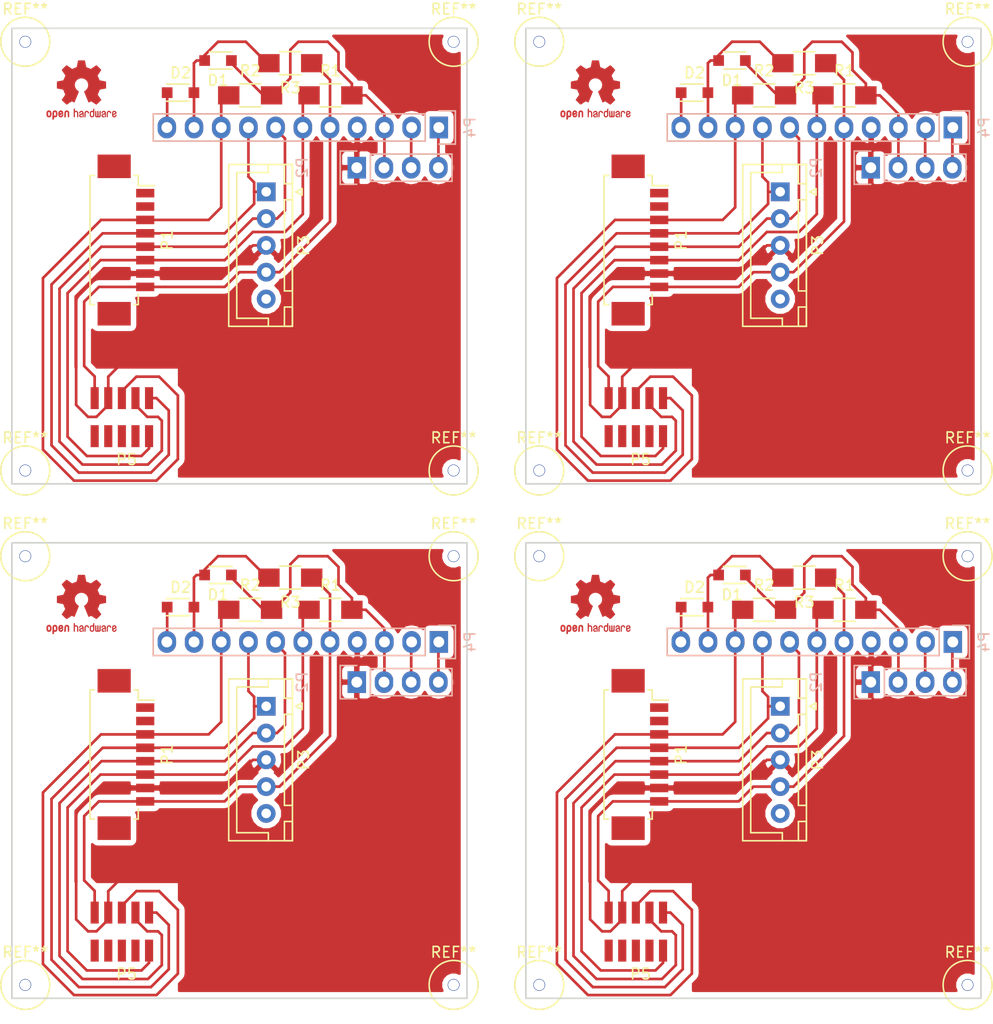
<source format=kicad_pcb>
(kicad_pcb (version 4) (host pcbnew 4.0.5)
  (layers (0 F.Cu signal) (31 B.Cu signal) (34 B.Paste user) (35 F.Paste user) (36 B.SilkS user) (37 F.SilkS user) (38 B.Mask user) (39 F.Mask user) (44 Edge.Cuts user))
  (net 0 "")
  (net 1 +3.3V)
  (net 2 DIN)
  (net 3 +5V)
  (net 4 GND)
  (net 5 SET)
  (net 6 RXD)
  (net 7 TXD)
  (net 8 RESET)
  (net 9 SDA)
  (net 10 SCL)
  (net 11 LED)
  (module Pin_Headers:Pin_Header_Straight_1x04 (layer B.Cu) (at 95.21 81 270)
    (fp_text reference P2 (at 0 5.1 270) (layer B.SilkS) (effects (justify mirror)))
    (fp_text value CONN_01X04)
    (pad 1 thru_hole rect (at 0 0 270) (size 2.032 1.7272) (drill 1.016) (layers *.Cu *.Mask) (net 4 GND))
    (pad 2 thru_hole oval (at 0 -2.54 270) (size 2.032 1.7272) (drill 1.016) (layers *.Cu *.Mask) (net 1 +3.3V))
    (pad 3 thru_hole oval (at 0 -5.08 270) (size 2.032 1.7272) (drill 1.016) (layers *.Cu *.Mask) (net 9 SDA))
    (pad 4 thru_hole oval (at 0 -7.62 270) (size 2.032 1.7272) (drill 1.016) (layers *.Cu *.Mask) (net 10 SCL))
  )
  (module Pin_Headers:Pin_Header_Straight_1x04 (layer B.Cu) (at 95.21 33 270)
    (fp_text reference P2 (at 0 5.1 270) (layer B.SilkS) (effects (justify mirror)))
    (fp_text value CONN_01X04)
    (pad 1 thru_hole rect (at 0 0 270) (size 2.032 1.7272) (drill 1.016) (layers *.Cu *.Mask) (net 4 GND))
    (pad 2 thru_hole oval (at 0 -2.54 270) (size 2.032 1.7272) (drill 1.016) (layers *.Cu *.Mask) (net 1 +3.3V))
    (pad 3 thru_hole oval (at 0 -5.08 270) (size 2.032 1.7272) (drill 1.016) (layers *.Cu *.Mask) (net 9 SDA))
    (pad 4 thru_hole oval (at 0 -7.62 270) (size 2.032 1.7272) (drill 1.016) (layers *.Cu *.Mask) (net 10 SCL))
  )
  (module Pin_Headers:Pin_Header_Straight_1x04 (layer B.Cu) (at 47.21 81 270)
    (fp_text reference P2 (at 0 5.1 270) (layer B.SilkS) (effects (justify mirror)))
    (fp_text value CONN_01X04)
    (pad 1 thru_hole rect (at 0 0 270) (size 2.032 1.7272) (drill 1.016) (layers *.Cu *.Mask) (net 4 GND))
    (pad 2 thru_hole oval (at 0 -2.54 270) (size 2.032 1.7272) (drill 1.016) (layers *.Cu *.Mask) (net 1 +3.3V))
    (pad 3 thru_hole oval (at 0 -5.08 270) (size 2.032 1.7272) (drill 1.016) (layers *.Cu *.Mask) (net 9 SDA))
    (pad 4 thru_hole oval (at 0 -7.62 270) (size 2.032 1.7272) (drill 1.016) (layers *.Cu *.Mask) (net 10 SCL))
  )
  (module Pin_Headers:Pin_Header_Straight_1x11 (layer B.Cu) (at 102.87 77.25 90)
    (fp_text reference P4 (at 0 2.92 90) (layer B.SilkS) (effects (justify mirror)))
    (fp_text value CONN_01X11)
    (pad 1 thru_hole rect (at 0 0 90) (size 2.032 1.7272) (drill 1.016) (layers *.Cu *.Mask) (net 10 SCL))
    (pad 2 thru_hole oval (at 0 -2.54 90) (size 2.032 1.7272) (drill 1.016) (layers *.Cu *.Mask) (net 9 SDA))
    (pad 3 thru_hole oval (at 0 -5.08 90) (size 2.032 1.7272) (drill 1.016) (layers *.Cu *.Mask) (net 1 +3.3V))
    (pad 4 thru_hole oval (at 0 -7.62 90) (size 2.032 1.7272) (drill 1.016) (layers *.Cu *.Mask) (net 4 GND))
    (pad 5 thru_hole oval (at 0 -10.16 90) (size 2.032 1.7272) (drill 1.016) (layers *.Cu *.Mask) (net 3 +5V))
    (pad 6 thru_hole oval (at 0 -12.7 90) (size 2.032 1.7272) (drill 1.016) (layers *.Cu *.Mask) (net 5 SET))
    (pad 7 thru_hole oval (at 0 -15.24 90) (size 2.032 1.7272) (drill 1.016) (layers *.Cu *.Mask) (net 6 RXD))
    (pad 8 thru_hole oval (at 0 -17.78 90) (size 2.032 1.7272) (drill 1.016) (layers *.Cu *.Mask) (net 7 TXD))
    (pad 9 thru_hole oval (at 0 -20.32 90) (size 2.032 1.7272) (drill 1.016) (layers *.Cu *.Mask) (net 8 RESET))
    (pad 10 thru_hole oval (at 0 -22.86 90) (size 2.032 1.7272) (drill 1.016) (layers *.Cu *.Mask) (net 2 DIN))
    (pad 11 thru_hole oval (at 0 -25.4 90) (size 2.032 1.7272) (drill 1.016) (layers *.Cu *.Mask) (net 11 LED))
  )
  (module Pin_Headers:Pin_Header_Straight_1x11 (layer B.Cu) (at 102.87 29.25 90)
    (fp_text reference P4 (at 0 2.92 90) (layer B.SilkS) (effects (justify mirror)))
    (fp_text value CONN_01X11)
    (pad 1 thru_hole rect (at 0 0 90) (size 2.032 1.7272) (drill 1.016) (layers *.Cu *.Mask) (net 10 SCL))
    (pad 2 thru_hole oval (at 0 -2.54 90) (size 2.032 1.7272) (drill 1.016) (layers *.Cu *.Mask) (net 9 SDA))
    (pad 3 thru_hole oval (at 0 -5.08 90) (size 2.032 1.7272) (drill 1.016) (layers *.Cu *.Mask) (net 1 +3.3V))
    (pad 4 thru_hole oval (at 0 -7.62 90) (size 2.032 1.7272) (drill 1.016) (layers *.Cu *.Mask) (net 4 GND))
    (pad 5 thru_hole oval (at 0 -10.16 90) (size 2.032 1.7272) (drill 1.016) (layers *.Cu *.Mask) (net 3 +5V))
    (pad 6 thru_hole oval (at 0 -12.7 90) (size 2.032 1.7272) (drill 1.016) (layers *.Cu *.Mask) (net 5 SET))
    (pad 7 thru_hole oval (at 0 -15.24 90) (size 2.032 1.7272) (drill 1.016) (layers *.Cu *.Mask) (net 6 RXD))
    (pad 8 thru_hole oval (at 0 -17.78 90) (size 2.032 1.7272) (drill 1.016) (layers *.Cu *.Mask) (net 7 TXD))
    (pad 9 thru_hole oval (at 0 -20.32 90) (size 2.032 1.7272) (drill 1.016) (layers *.Cu *.Mask) (net 8 RESET))
    (pad 10 thru_hole oval (at 0 -22.86 90) (size 2.032 1.7272) (drill 1.016) (layers *.Cu *.Mask) (net 2 DIN))
    (pad 11 thru_hole oval (at 0 -25.4 90) (size 2.032 1.7272) (drill 1.016) (layers *.Cu *.Mask) (net 11 LED))
  )
  (module Pin_Headers:Pin_Header_Straight_1x11 (layer B.Cu) (at 54.87 77.25 90)
    (fp_text reference P4 (at 0 2.92 90) (layer B.SilkS) (effects (justify mirror)))
    (fp_text value CONN_01X11)
    (pad 1 thru_hole rect (at 0 0 90) (size 2.032 1.7272) (drill 1.016) (layers *.Cu *.Mask) (net 10 SCL))
    (pad 2 thru_hole oval (at 0 -2.54 90) (size 2.032 1.7272) (drill 1.016) (layers *.Cu *.Mask) (net 9 SDA))
    (pad 3 thru_hole oval (at 0 -5.08 90) (size 2.032 1.7272) (drill 1.016) (layers *.Cu *.Mask) (net 1 +3.3V))
    (pad 4 thru_hole oval (at 0 -7.62 90) (size 2.032 1.7272) (drill 1.016) (layers *.Cu *.Mask) (net 4 GND))
    (pad 5 thru_hole oval (at 0 -10.16 90) (size 2.032 1.7272) (drill 1.016) (layers *.Cu *.Mask) (net 3 +5V))
    (pad 6 thru_hole oval (at 0 -12.7 90) (size 2.032 1.7272) (drill 1.016) (layers *.Cu *.Mask) (net 5 SET))
    (pad 7 thru_hole oval (at 0 -15.24 90) (size 2.032 1.7272) (drill 1.016) (layers *.Cu *.Mask) (net 6 RXD))
    (pad 8 thru_hole oval (at 0 -17.78 90) (size 2.032 1.7272) (drill 1.016) (layers *.Cu *.Mask) (net 7 TXD))
    (pad 9 thru_hole oval (at 0 -20.32 90) (size 2.032 1.7272) (drill 1.016) (layers *.Cu *.Mask) (net 8 RESET))
    (pad 10 thru_hole oval (at 0 -22.86 90) (size 2.032 1.7272) (drill 1.016) (layers *.Cu *.Mask) (net 2 DIN))
    (pad 11 thru_hole oval (at 0 -25.4 90) (size 2.032 1.7272) (drill 1.016) (layers *.Cu *.Mask) (net 11 LED))
  )
  (module Symbols:OSHW-Logo2_7.3x6mm_Copper (layer F.Cu) (at 69.5 73.75)
    (fp_text reference REF*** hide)
    (fp_text value OSHW-Logo2_7.3x6mm_Copper hide)
    (fp_poly (pts (xy -2.400256 1.919918) (xy -2.344799 1.947568) (xy -2.295852 1.99848) (xy -2.282371 2.017338) (xy -2.267686 2.042015) (xy -2.258158 2.068816) (xy -2.252707 2.104587) (xy -2.250253 2.156169) (xy -2.249714 2.224267) (xy -2.252148 2.317588) (xy -2.260606 2.387657) (xy -2.276826 2.439931) (xy -2.302546 2.479869) (xy -2.339503 2.512929) (xy -2.342218 2.514886) (xy -2.37864 2.534908) (xy -2.422498 2.544815) (xy -2.478276 2.547257) (xy -2.568952 2.547257) (xy -2.56899 2.635283) (xy -2.569834 2.684308) (xy -2.574976 2.713065) (xy -2.588413 2.730311) (xy -2.614142 2.744808) (xy -2.620321 2.747769) (xy -2.649236 2.761648) (xy -2.671624 2.770414) (xy -2.688271 2.771171) (xy -2.699964 2.761023) (xy -2.70749 2.737073) (xy -2.711634 2.696426) (xy -2.713185 2.636186) (xy -2.712929 2.553455) (xy -2.711651 2.445339) (xy -2.711252 2.413) (xy -2.709815 2.301524) (xy -2.708528 2.228603) (xy -2.569029 2.228603) (xy -2.568245 2.290499) (xy -2.56476 2.330997) (xy -2.556876 2.357708) (xy -2.542895 2.378244) (xy -2.533403 2.38826) (xy -2.494596 2.417567) (xy -2.460237 2.419952) (xy -2.424784 2.39575) (xy -2.423886 2.394857) (xy -2.409461 2.376153) (xy -2.400687 2.350732) (xy -2.396261 2.311584) (xy -2.394882 2.251697) (xy -2.394857 2.23843) (xy -2.398188 2.155901) (xy -2.409031 2.098691) (xy -2.42866 2.063766) (xy -2.45835 2.048094) (xy -2.475509 2.046514) (xy -2.516234 2.053926) (xy -2.544168 2.07833) (xy -2.560983 2.12298) (xy -2.56835 2.19113) (xy -2.569029 2.228603) (xy -2.708528 2.228603) (xy -2.708292 2.215245) (xy -2.706323 2.150333) (xy -2.70355 2.102958) (xy -2.699612 2.06929) (xy -2.694151 2.045498) (xy -2.686808 2.027753) (xy -2.677223 2.012224) (xy -2.673113 2.006381) (xy -2.618595 1.951185) (xy -2.549664 1.91989) (xy -2.469928 1.911165) (xy -2.400256 1.919918)) (layer F.Cu) (width 0.01))
    (fp_poly (pts (xy -1.283907 1.92778) (xy -1.237328 1.954723) (xy -1.204943 1.981466) (xy -1.181258 2.009484) (xy -1.164941 2.043748) (xy -1.154661 2.089227) (xy -1.149086 2.150892) (xy -1.146884 2.233711) (xy -1.146629 2.293246) (xy -1.146629 2.512391) (xy -1.208314 2.540044) (xy -1.27 2.567697) (xy -1.277257 2.32767) (xy -1.280256 2.238028) (xy -1.283402 2.172962) (xy -1.287299 2.128026) (xy -1.292553 2.09877) (xy -1.299769 2.080748) (xy -1.30955 2.069511) (xy -1.312688 2.067079) (xy -1.360239 2.048083) (xy -1.408303 2.0556) (xy -1.436914 2.075543) (xy -1.448553 2.089675) (xy -1.456609 2.10822) (xy -1.461729 2.136334) (xy -1.464559 2.179173) (xy -1.465744 2.241895) (xy -1.465943 2.307261) (xy -1.465982 2.389268) (xy -1.467386 2.447316) (xy -1.472086 2.486465) (xy -1.482013 2.51178) (xy -1.499097 2.528323) (xy -1.525268 2.541156) (xy -1.560225 2.554491) (xy -1.598404 2.569007) (xy -1.593859 2.311389) (xy -1.592029 2.218519) (xy -1.589888 2.149889) (xy -1.586819 2.100711) (xy -1.582206 2.066198) (xy -1.575432 2.041562) (xy -1.565881 2.022016) (xy -1.554366 2.00477) (xy -1.49881 1.94968) (xy -1.43102 1.917822) (xy -1.357287 1.910191) (xy -1.283907 1.92778)) (layer F.Cu) (width 0.01))
    (fp_poly (pts (xy -2.958885 1.921962) (xy -2.890855 1.957733) (xy -2.840649 2.015301) (xy -2.822815 2.052312) (xy -2.808937 2.107882) (xy -2.801833 2.178096) (xy -2.80116 2.254727) (xy -2.806573 2.329552) (xy -2.81773 2.394342) (xy -2.834286 2.440873) (xy -2.839374 2.448887) (xy -2.899645 2.508707) (xy -2.971231 2.544535) (xy -3.048908 2.55502) (xy -3.127452 2.53881) (xy -3.149311 2.529092) (xy -3.191878 2.499143) (xy -3.229237 2.459433) (xy -3.232768 2.454397) (xy -3.247119 2.430124) (xy -3.256606 2.404178) (xy -3.26221 2.370022) (xy -3.264914 2.321119) (xy -3.265701 2.250935) (xy -3.265714 2.2352) (xy -3.265678 2.230192) (xy -3.120571 2.230192) (xy -3.119727 2.29643) (xy -3.116404 2.340386) (xy -3.109417 2.368779) (xy -3.097584 2.388325) (xy -3.091543 2.394857) (xy -3.056814 2.41968) (xy -3.023097 2.418548) (xy -2.989005 2.397016) (xy -2.968671 2.374029) (xy -2.956629 2.340478) (xy -2.949866 2.287569) (xy -2.949402 2.281399) (xy -2.948248 2.185513) (xy -2.960312 2.114299) (xy -2.98543 2.068194) (xy -3.02344 2.047635) (xy -3.037008 2.046514) (xy -3.072636 2.052152) (xy -3.097006 2.071686) (xy -3.111907 2.109042) (xy -3.119125 2.16815) (xy -3.120571 2.230192) (xy -3.265678 2.230192) (xy -3.265174 2.160413) (xy -3.262904 2.108159) (xy -3.257932 2.071949) (xy -3.249287 2.045299) (xy -3.235995 2.021722) (xy -3.233057 2.017338) (xy -3.183687 1.958249) (xy -3.129891 1.923947) (xy -3.064398 1.910331) (xy -3.042158 1.909665) (xy -2.958885 1.921962)) (layer F.Cu) (width 0.01))
    (fp_poly (pts (xy -1.831697 1.931239) (xy -1.774473 1.969735) (xy -1.730251 2.025335) (xy -1.703833 2.096086) (xy -1.69849 2.148162) (xy -1.699097 2.169893) (xy -1.704178 2.186531) (xy -1.718145 2.201437) (xy -1.745411 2.217973) (xy -1.790388 2.239498) (xy -1.857489 2.269374) (xy -1.857829 2.269524) (xy -1.919593 2.297813) (xy -1.970241 2.322933) (xy -2.004596 2.342179) (xy -2.017482 2.352848) (xy -2.017486 2.352934) (xy -2.006128 2.376166) (xy -1.979569 2.401774) (xy -1.949077 2.420221) (xy -1.93363 2.423886) (xy -1.891485 2.411212) (xy -1.855192 2.379471) (xy -1.837483 2.344572) (xy -1.820448 2.318845) (xy -1.787078 2.289546) (xy -1.747851 2.264235) (xy -1.713244 2.250471) (xy -1.706007 2.249714) (xy -1.697861 2.26216) (xy -1.69737 2.293972) (xy -1.703357 2.336866) (xy -1.714643 2.382558) (xy -1.73005 2.422761) (xy -1.730829 2.424322) (xy -1.777196 2.489062) (xy -1.837289 2.533097) (xy -1.905535 2.554711) (xy -1.976362 2.552185) (xy -2.044196 2.523804) (xy -2.047212 2.521808) (xy -2.100573 2.473448) (xy -2.13566 2.410352) (xy -2.155078 2.327387) (xy -2.157684 2.304078) (xy -2.162299 2.194055) (xy -2.156767 2.142748) (xy -2.017486 2.142748) (xy -2.015676 2.174753) (xy -2.005778 2.184093) (xy -1.981102 2.177105) (xy -1.942205 2.160587) (xy -1.898725 2.139881) (xy -1.897644 2.139333) (xy -1.860791 2.119949) (xy -1.846 2.107013) (xy -1.849647 2.093451) (xy -1.865005 2.075632) (xy -1.904077 2.049845) (xy -1.946154 2.04795) (xy -1.983897 2.066717) (xy -2.009966 2.102915) (xy -2.017486 2.142748) (xy -2.156767 2.142748) (xy -2.152806 2.106027) (xy -2.12845 2.036212) (xy -2.094544 1.987302) (xy -2.033347 1.937878) (xy -1.965937 1.913359) (xy -1.89712 1.911797) (xy -1.831697 1.931239)) (layer F.Cu) (width 0.01))
    (fp_poly (pts (xy -0.624114 1.851289) (xy -0.619861 1.910613) (xy -0.614975 1.945572) (xy -0.608205 1.96082) (xy -0.598298 1.961015) (xy -0.595086 1.959195) (xy -0.552356 1.946015) (xy -0.496773 1.946785) (xy -0.440263 1.960333) (xy -0.404918 1.977861) (xy -0.368679 2.005861) (xy -0.342187 2.037549) (xy -0.324001 2.077813) (xy -0.312678 2.131543) (xy -0.306778 2.203626) (xy -0.304857 2.298951) (xy -0.304823 2.317237) (xy -0.3048 2.522646) (xy -0.350509 2.53858) (xy -0.382973 2.54942) (xy -0.400785 2.554468) (xy -0.401309 2.554514) (xy -0.403063 2.540828) (xy -0.404556 2.503076) (xy -0.405674 2.446224) (xy -0.406303 2.375234) (xy -0.4064 2.332073) (xy -0.406602 2.246973) (xy -0.407642 2.185981) (xy -0.410169 2.144177) (xy -0.414836 2.116642) (xy -0.422293 2.098456) (xy -0.433189 2.084698) (xy -0.439993 2.078073) (xy -0.486728 2.051375) (xy -0.537728 2.049375) (xy -0.583999 2.071955) (xy -0.592556 2.080107) (xy -0.605107 2.095436) (xy -0.613812 2.113618) (xy -0.619369 2.139909) (xy -0.622474 2.179562) (xy -0.623824 2.237832) (xy -0.624114 2.318173) (xy -0.624114 2.522646) (xy -0.669823 2.53858) (xy -0.702287 2.54942) (xy -0.720099 2.554468) (xy -0.720623 2.554514) (xy -0.721963 2.540623) (xy -0.723172 2.501439) (xy -0.724199 2.4407) (xy -0.724998 2.362141) (xy -0.725519 2.269498) (xy -0.725714 2.166509) (xy -0.725714 1.769342) (xy -0.678543 1.749444) (xy -0.631371 1.729547) (xy -0.624114 1.851289)) (layer F.Cu) (width 0.01))
    (fp_poly (pts (xy 0.039744 1.950968) (xy 0.096616 1.972087) (xy 0.097267 1.972493) (xy 0.13244 1.99838) (xy 0.158407 2.028633) (xy 0.17667 2.068058) (xy 0.188732 2.121462) (xy 0.196096 2.193651) (xy 0.200264 2.289432) (xy 0.200629 2.303078) (xy 0.205876 2.508842) (xy 0.161716 2.531678) (xy 0.129763 2.54711) (xy 0.11047 2.554423) (xy 0.109578 2.554514) (xy 0.106239 2.541022) (xy 0.103587 2.504626) (xy 0.101956 2.451452) (xy 0.1016 2.408393) (xy 0.101592 2.338641) (xy 0.098403 2.294837) (xy 0.087288 2.273944) (xy 0.063501 2.272925) (xy 0.022296 2.288741) (xy -0.039914 2.317815) (xy -0.085659 2.341963) (xy -0.109187 2.362913) (xy -0.116104 2.385747) (xy -0.116114 2.386877) (xy -0.104701 2.426212) (xy -0.070908 2.447462) (xy -0.019191 2.450539) (xy 0.018061 2.450006) (xy 0.037703 2.460735) (xy 0.049952 2.486505) (xy 0.057002 2.519337) (xy 0.046842 2.537966) (xy 0.043017 2.540632) (xy 0.007001 2.55134) (xy -0.043434 2.552856) (xy -0.095374 2.545759) (xy -0.132178 2.532788) (xy -0.183062 2.489585) (xy -0.211986 2.429446) (xy -0.217714 2.382462) (xy -0.213343 2.340082) (xy -0.197525 2.305488) (xy -0.166203 2.274763) (xy -0.115322 2.24399) (xy -0.040824 2.209252) (xy -0.036286 2.207288) (xy 0.030821 2.176287) (xy 0.072232 2.150862) (xy 0.089981 2.128014) (xy 0.086107 2.104745) (xy 0.062643 2.078056) (xy 0.055627 2.071914) (xy 0.00863 2.0481) (xy -0.040067 2.049103) (xy -0.082478 2.072451) (xy -0.110616 2.115675) (xy -0.113231 2.12416) (xy -0.138692 2.165308) (xy -0.170999 2.185128) (xy -0.217714 2.20477) (xy -0.217714 2.15395) (xy -0.203504 2.080082) (xy -0.161325 2.012327) (xy -0.139376 1.989661) (xy -0.089483 1.960569) (xy -0.026033 1.9474) (xy 0.039744 1.950968)) (layer F.Cu) (width 0.01))
    (fp_poly (pts (xy 0.529926 1.949755) (xy 0.595858 1.974084) (xy 0.649273 2.017117) (xy 0.670164 2.047409) (xy 0.692939 2.102994) (xy 0.692466 2.143186) (xy 0.668562 2.170217) (xy 0.659717 2.174813) (xy 0.62153 2.189144) (xy 0.602028 2.185472) (xy 0.595422 2.161407) (xy 0.595086 2.148114) (xy 0.582992 2.09921) (xy 0.551471 2.064999) (xy 0.507659 2.048476) (xy 0.458695 2.052634) (xy 0.418894 2.074227) (xy 0.40545 2.086544) (xy 0.395921 2.101487) (xy 0.389485 2.124075) (xy 0.385317 2.159328) (xy 0.382597 2.212266) (xy 0.380502 2.287907) (xy 0.37996 2.311857) (xy 0.377981 2.39379) (xy 0.375731 2.451455) (xy 0.372357 2.489608) (xy 0.367006 2.513004) (xy 0.358824 2.526398) (xy 0.346959 2.534545) (xy 0.339362 2.538144) (xy 0.307102 2.550452) (xy 0.288111 2.554514) (xy 0.281836 2.540948) (xy 0.278006 2.499934) (xy 0.2766 2.430999) (xy 0.277598 2.333669) (xy 0.277908 2.318657) (xy 0.280101 2.229859) (xy 0.282693 2.165019) (xy 0.286382 2.119067) (xy 0.291864 2.086935) (xy 0.299835 2.063553) (xy 0.310993 2.043852) (xy 0.31683 2.03541) (xy 0.350296 1.998057) (xy 0.387727 1.969003) (xy 0.392309 1.966467) (xy 0.459426 1.946443) (xy 0.529926 1.949755)) (layer F.Cu) (width 0.01))
    (fp_poly (pts (xy 1.190117 2.065358) (xy 1.189933 2.173837) (xy 1.189219 2.257287) (xy 1.187675 2.319704) (xy 1.185001 2.365085) (xy 1.180894 2.397429) (xy 1.175055 2.420733) (xy 1.167182 2.438995) (xy 1.161221 2.449418) (xy 1.111855 2.505945) (xy 1.049264 2.541377) (xy 0.980013 2.55409) (xy 0.910668 2.542463) (xy 0.869375 2.521568) (xy 0.826025 2.485422) (xy 0.796481 2.441276) (xy 0.778655 2.383462) (xy 0.770463 2.306313) (xy 0.769302 2.249714) (xy 0.769458 2.245647) (xy 0.870857 2.245647) (xy 0.871476 2.31055) (xy 0.874314 2.353514) (xy 0.88084 2.381622) (xy 0.892523 2.401953) (xy 0.906483 2.417288) (xy 0.953365 2.44689) (xy 1.003701 2.449419) (xy 1.051276 2.424705) (xy 1.054979 2.421356) (xy 1.070783 2.403935) (xy 1.080693 2.383209) (xy 1.086058 2.352362) (xy 1.088228 2.304577) (xy 1.088571 2.251748) (xy 1.087827 2.185381) (xy 1.084748 2.141106) (xy 1.078061 2.112009) (xy 1.066496 2.091173) (xy 1.057013 2.080107) (xy 1.01296 2.052198) (xy 0.962224 2.048843) (xy 0.913796 2.070159) (xy 0.90445 2.078073) (xy 0.88854 2.095647) (xy 0.87861 2.116587) (xy 0.873278 2.147782) (xy 0.871163 2.196122) (xy 0.870857 2.245647) (xy 0.769458 2.245647) (xy 0.77281 2.158568) (xy 0.784726 2.090086) (xy 0.807135 2.0386) (xy 0.842124 1.998443) (xy 0.869375 1.977861) (xy 0.918907 1.955625) (xy 0.976316 1.945304) (xy 1.029682 1.948067) (xy 1.059543 1.959212) (xy 1.071261 1.962383) (xy 1.079037 1.950557) (xy 1.084465 1.918866) (xy 1.088571 1.870593) (xy 1.093067 1.816829) (xy 1.099313 1.784482) (xy 1.110676 1.765985) (xy 1.130528 1.75377) (xy 1.143 1.748362) (xy 1.190171 1.728601) (xy 1.190117 2.065358)) (layer F.Cu) (width 0.01))
    (fp_poly (pts (xy 1.779833 1.958663) (xy 1.782048 1.99685) (xy 1.783784 2.054886) (xy 1.784899 2.12818) (xy 1.785257 2.205055) (xy 1.785257 2.465196) (xy 1.739326 2.511127) (xy 1.707675 2.539429) (xy 1.67989 2.550893) (xy 1.641915 2.550168) (xy 1.62684 2.548321) (xy 1.579726 2.542948) (xy 1.540756 2.539869) (xy 1.531257 2.539585) (xy 1.499233 2.541445) (xy 1.453432 2.546114) (xy 1.435674 2.548321) (xy 1.392057 2.551735) (xy 1.362745 2.54432) (xy 1.33368 2.521427) (xy 1.323188 2.511127) (xy 1.277257 2.465196) (xy 1.277257 1.978602) (xy 1.314226 1.961758) (xy 1.346059 1.949282) (xy 1.364683 1.944914) (xy 1.369458 1.958718) (xy 1.373921 1.997286) (xy 1.377775 2.056356) (xy 1.380722 2.131663) (xy 1.382143 2.195286) (xy 1.386114 2.445657) (xy 1.420759 2.450556) (xy 1.452268 2.447131) (xy 1.467708 2.436041) (xy 1.472023 2.415308) (xy 1.475708 2.371145) (xy 1.478469 2.309146) (xy 1.480012 2.234909) (xy 1.480235 2.196706) (xy 1.480457 1.976783) (xy 1.526166 1.960849) (xy 1.558518 1.950015) (xy 1.576115 1.944962) (xy 1.576623 1.944914) (xy 1.578388 1.958648) (xy 1.580329 1.99673) (xy 1.582282 2.054482) (xy 1.584084 2.127227) (xy 1.585343 2.195286) (xy 1.589314 2.445657) (xy 1.6764 2.445657) (xy 1.680396 2.21724) (xy 1.684392 1.988822) (xy 1.726847 1.966868) (xy 1.758192 1.951793) (xy 1.776744 1.944951) (xy 1.777279 1.944914) (xy 1.779833 1.958663)) (layer F.Cu) (width 0.01))
    (fp_poly (pts (xy 2.144876 1.956335) (xy 2.186667 1.975344) (xy 2.219469 1.998378) (xy 2.243503 2.024133) (xy 2.260097 2.057358) (xy 2.270577 2.1028) (xy 2.276271 2.165207) (xy 2.278507 2.249327) (xy 2.278743 2.304721) (xy 2.278743 2.520826) (xy 2.241774 2.53767) (xy 2.212656 2.549981) (xy 2.198231 2.554514) (xy 2.195472 2.541025) (xy 2.193282 2.504653) (xy 2.191942 2.451542) (xy 2.191657 2.409372) (xy 2.190434 2.348447) (xy 2.187136 2.300115) (xy 2.182321 2.270518) (xy 2.178496 2.264229) (xy 2.152783 2.270652) (xy 2.112418 2.287125) (xy 2.065679 2.309458) (xy 2.020845 2.333457) (xy 1.986193 2.35493) (xy 1.970002 2.369685) (xy 1.969938 2.369845) (xy 1.97133 2.397152) (xy 1.983818 2.423219) (xy 2.005743 2.444392) (xy 2.037743 2.451474) (xy 2.065092 2.450649) (xy 2.103826 2.450042) (xy 2.124158 2.459116) (xy 2.136369 2.483092) (xy 2.137909 2.487613) (xy 2.143203 2.521806) (xy 2.129047 2.542568) (xy 2.092148 2.552462) (xy 2.052289 2.554292) (xy 1.980562 2.540727) (xy 1.943432 2.521355) (xy 1.897576 2.475845) (xy 1.873256 2.419983) (xy 1.871073 2.360957) (xy 1.891629 2.305953) (xy 1.922549 2.271486) (xy 1.95342 2.252189) (xy 2.001942 2.227759) (xy 2.058485 2.202985) (xy 2.06791 2.199199) (xy 2.130019 2.171791) (xy 2.165822 2.147634) (xy 2.177337 2.123619) (xy 2.16658 2.096635) (xy 2.148114 2.075543) (xy 2.104469 2.049572) (xy 2.056446 2.047624) (xy 2.012406 2.067637) (xy 1.980709 2.107551) (xy 1.976549 2.117848) (xy 1.952327 2.155724) (xy 1.916965 2.183842) (xy 1.872343 2.206917) (xy 1.872343 2.141485) (xy 1.874969 2.101506) (xy 1.88623 2.069997) (xy 1.911199 2.036378) (xy 1.935169 2.010484) (xy 1.972441 1.973817) (xy 2.001401 1.954121) (xy 2.032505 1.94622) (xy 2.067713 1.944914) (xy 2.144876 1.956335)) (layer F.Cu) (width 0.01))
    (fp_poly (pts (xy 2.6526 1.958752) (xy 2.669948 1.966334) (xy 2.711356 1.999128) (xy 2.746765 2.046547) (xy 2.768664 2.097151) (xy 2.772229 2.122098) (xy 2.760279 2.156927) (xy 2.734067 2.175357) (xy 2.705964 2.186516) (xy 2.693095 2.188572) (xy 2.686829 2.173649) (xy 2.674456 2.141175) (xy 2.669028 2.126502) (xy 2.63859 2.075744) (xy 2.59452 2.050427) (xy 2.53801 2.051206) (xy 2.533825 2.052203) (xy 2.503655 2.066507) (xy 2.481476 2.094393) (xy 2.466327 2.139287) (xy 2.45725 2.204615) (xy 2.453286 2.293804) (xy 2.452914 2.341261) (xy 2.45273 2.416071) (xy 2.451522 2.467069) (xy 2.448309 2.499471) (xy 2.442109 2.518495) (xy 2.43194 2.529356) (xy 2.416819 2.537272) (xy 2.415946 2.53767) (xy 2.386828 2.549981) (xy 2.372403 2.554514) (xy 2.370186 2.540809) (xy 2.368289 2.502925) (xy 2.366847 2.445715) (xy 2.365998 2.374027) (xy 2.365829 2.321565) (xy 2.366692 2.220047) (xy 2.37007 2.143032) (xy 2.377142 2.086023) (xy 2.389088 2.044526) (xy 2.40709 2.014043) (xy 2.432327 1.99008) (xy 2.457247 1.973355) (xy 2.517171 1.951097) (xy 2.586911 1.946076) (xy 2.6526 1.958752)) (layer F.Cu) (width 0.01))
    (fp_poly (pts (xy 3.153595 1.966966) (xy 3.211021 2.004497) (xy 3.238719 2.038096) (xy 3.260662 2.099064) (xy 3.262405 2.147308) (xy 3.258457 2.211816) (xy 3.109686 2.276934) (xy 3.037349 2.310202) (xy 2.990084 2.336964) (xy 2.965507 2.360144) (xy 2.961237 2.382667) (xy 2.974889 2.407455) (xy 2.989943 2.423886) (xy 3.033746 2.450235) (xy 3.081389 2.452081) (xy 3.125145 2.431546) (xy 3.157289 2.390752) (xy 3.163038 2.376347) (xy 3.190576 2.331356) (xy 3.222258 2.312182) (xy 3.265714 2.295779) (xy 3.265714 2.357966) (xy 3.261872 2.400283) (xy 3.246823 2.435969) (xy 3.21528 2.476943) (xy 3.210592 2.482267) (xy 3.175506 2.51872) (xy 3.145347 2.538283) (xy 3.107615 2.547283) (xy 3.076335 2.55023) (xy 3.020385 2.550965) (xy 2.980555 2.54166) (xy 2.955708 2.527846) (xy 2.916656 2.497467) (xy 2.889625 2.464613) (xy 2.872517 2.423294) (xy 2.863238 2.367521) (xy 2.859693 2.291305) (xy 2.85941 2.252622) (xy 2.860372 2.206247) (xy 2.948007 2.206247) (xy 2.949023 2.231126) (xy 2.951556 2.2352) (xy 2.968274 2.229665) (xy 3.004249 2.215017) (xy 3.052331 2.19419) (xy 3.062386 2.189714) (xy 3.123152 2.158814) (xy 3.156632 2.131657) (xy 3.16399 2.10622) (xy 3.146391 2.080481) (xy 3.131856 2.069109) (xy 3.07941 2.046364) (xy 3.030322 2.050122) (xy 2.989227 2.077884) (xy 2.960758 2.127152) (xy 2.951631 2.166257) (xy 2.948007 2.206247) (xy 2.860372 2.206247) (xy 2.861285 2.162249) (xy 2.868196 2.095384) (xy 2.881884 2.046695) (xy 2.904096 2.010849) (xy 2.936574 1.982513) (xy 2.950733 1.973355) (xy 3.015053 1.949507) (xy 3.085473 1.948006) (xy 3.153595 1.966966)) (layer F.Cu) (width 0.01))
    (fp_poly (pts (xy 0.10391 -2.757652) (xy 0.182454 -2.757222) (xy 0.239298 -2.756058) (xy 0.278105 -2.753793) (xy 0.302538 -2.75006) (xy 0.316262 -2.744494) (xy 0.32294 -2.736727) (xy 0.326236 -2.726395) (xy 0.326556 -2.725057) (xy 0.331562 -2.700921) (xy 0.340829 -2.653299) (xy 0.353392 -2.587259) (xy 0.368287 -2.507872) (xy 0.384551 -2.420204) (xy 0.385119 -2.417125) (xy 0.40141 -2.331211) (xy 0.416652 -2.255304) (xy 0.429861 -2.193955) (xy 0.440054 -2.151718) (xy 0.446248 -2.133145) (xy 0.446543 -2.132816) (xy 0.464788 -2.123747) (xy 0.502405 -2.108633) (xy 0.551271 -2.090738) (xy 0.551543 -2.090642) (xy 0.613093 -2.067507) (xy 0.685657 -2.038035) (xy 0.754057 -2.008403) (xy 0.757294 -2.006938) (xy 0.868702 -1.956374) (xy 1.115399 -2.12484) (xy 1.191077 -2.176197) (xy 1.259631 -2.222111) (xy 1.317088 -2.25997) (xy 1.359476 -2.287163) (xy 1.382825 -2.301079) (xy 1.385042 -2.302111) (xy 1.40201 -2.297516) (xy 1.433701 -2.275345) (xy 1.481352 -2.234553) (xy 1.546198 -2.174095) (xy 1.612397 -2.109773) (xy 1.676214 -2.046388) (xy 1.733329 -1.988549) (xy 1.780305 -1.939825) (xy 1.813703 -1.90379) (xy 1.830085 -1.884016) (xy 1.830694 -1.882998) (xy 1.832505 -1.869428) (xy 1.825683 -1.847267) (xy 1.80854 -1.813522) (xy 1.779393 -1.7652) (xy 1.736555 -1.699308) (xy 1.679448 -1.614483) (xy 1.628766 -1.539823) (xy 1.583461 -1.47286) (xy 1.54615 -1.417484) (xy 1.519452 -1.37758) (xy 1.505985 -1.357038) (xy 1.505137 -1.355644) (xy 1.506781 -1.335962) (xy 1.519245 -1.297707) (xy 1.540048 -1.248111) (xy 1.547462 -1.232272) (xy 1.579814 -1.16171) (xy 1.614328 -1.081647) (xy 1.642365 -1.012371) (xy 1.662568 -0.960955) (xy 1.678615 -0.921881) (xy 1.687888 -0.901459) (xy 1.689041 -0.899886) (xy 1.706096 -0.897279) (xy 1.746298 -0.890137) (xy 1.804302 -0.879477) (xy 1.874763 -0.866315) (xy 1.952335 -0.851667) (xy 2.031672 -0.836551) (xy 2.107431 -0.821982) (xy 2.174264 -0.808978) (xy 2.226828 -0.798555) (xy 2.259776 -0.79173) (xy 2.267857 -0.789801) (xy 2.276205 -0.785038) (xy 2.282506 -0.774282) (xy 2.287045 -0.753902) (xy 2.290104 -0.720266) (xy 2.291967 -0.669745) (xy 2.292918 -0.598708) (xy 2.29324 -0.503524) (xy 2.293257 -0.464508) (xy 2.293257 -0.147201) (xy 2.217057 -0.132161) (xy 2.174663 -0.124005) (xy 2.1114 -0.112101) (xy 2.034962 -0.097884) (xy 1.953043 -0.08279) (xy 1.9304 -0.078645) (xy 1.854806 -0.063947) (xy 1.788953 -0.049495) (xy 1.738366 -0.036625) (xy 1.708574 -0.026678) (xy 1.703612 -0.023713) (xy 1.691426 -0.002717) (xy 1.673953 0.037967) (xy 1.654577 0.090322) (xy 1.650734 0.1016) (xy 1.625339 0.171523) (xy 1.593817 0.250418) (xy 1.562969 0.321266) (xy 1.562817 0.321595) (xy 1.511447 0.432733) (xy 1.680399 0.681253) (xy 1.849352 0.929772) (xy 1.632429 1.147058) (xy 1.566819 1.211726) (xy 1.506979 1.268733) (xy 1.456267 1.315033) (xy 1.418046 1.347584) (xy 1.395675 1.363343) (xy 1.392466 1.364343) (xy 1.373626 1.356469) (xy 1.33518 1.334578) (xy 1.28133 1.301267) (xy 1.216276 1.259131) (xy 1.14594 1.211943) (xy 1.074555 1.16381) (xy 1.010908 1.121928) (xy 0.959041 1.088871) (xy 0.922995 1.067218) (xy 0.906867 1.059543) (xy 0.887189 1.066037) (xy 0.849875 1.08315) (xy 0.802621 1.107326) (xy 0.797612 1.110013) (xy 0.733977 1.141927) (xy 0.690341 1.157579) (xy 0.663202 1.157745) (xy 0.649057 1.143204) (xy 0.648975 1.143) (xy 0.641905 1.125779) (xy 0.625042 1.084899) (xy 0.599695 1.023525) (xy 0.567171 0.944819) (xy 0.528778 0.851947) (xy 0.485822 0.748072) (xy 0.444222 0.647502) (xy 0.398504 0.536516) (xy 0.356526 0.433703) (xy 0.319548 0.342215) (xy 0.288827 0.265201) (xy 0.265622 0.205815) (xy 0.25119 0.167209) (xy 0.246743 0.1528) (xy 0.257896 0.136272) (xy 0.287069 0.10993) (xy 0.325971 0.080887) (xy 0.436757 -0.010961) (xy 0.523351 -0.116241) (xy 0.584716 -0.232734) (xy 0.619815 -0.358224) (xy 0.627608 -0.490493) (xy 0.621943 -0.551543) (xy 0.591078 -0.678205) (xy 0.53792 -0.790059) (xy 0.465767 -0.885999) (xy 0.377917 -0.964924) (xy 0.277665 -1.02573) (xy 0.16831 -1.067313) (xy 0.053147 -1.088572) (xy -0.064525 -1.088401) (xy -0.18141 -1.065699) (xy -0.294211 -1.019362) (xy -0.399631 -0.948287) (xy -0.443632 -0.908089) (xy -0.528021 -0.804871) (xy -0.586778 -0.692075) (xy -0.620296 -0.57299) (xy -0.628965 -0.450905) (xy -0.613177 -0.329107) (xy -0.573322 -0.210884) (xy -0.509793 -0.099525) (xy -0.422979 0.001684) (xy -0.325971 0.080887) (xy -0.285563 0.111162) (xy -0.257018 0.137219) (xy -0.246743 0.152825) (xy -0.252123 0.169843) (xy -0.267425 0.2105) (xy -0.291388 0.271642) (xy -0.322756 0.350119) (xy -0.360268 0.44278) (xy -0.402667 0.546472) (xy -0.444337 0.647526) (xy -0.49031 0.758607) (xy -0.532893 0.861541) (xy -0.570779 0.953165) (xy -0.60266 1.030316) (xy -0.627229 1.089831) (xy -0.64318 1.128544) (xy -0.64909 1.143) (xy -0.663052 1.157685) (xy -0.69006 1.157642) (xy -0.733587 1.142099) (xy -0.79711 1.110284) (xy -0.797612 1.110013) (xy -0.84544 1.085323) (xy -0.884103 1.067338) (xy -0.905905 1.059614) (xy -0.906867 1.059543) (xy -0.923279 1.067378) (xy -0.959513 1.089165) (xy -1.011526 1.122328) (xy -1.075275 1.164291) (xy -1.14594 1.211943) (xy -1.217884 1.260191) (xy -1.282726 1.302151) (xy -1.336265 1.335227) (xy -1.374303 1.356821) (xy -1.392467 1.364343) (xy -1.409192 1.354457) (xy -1.44282 1.326826) (xy -1.48999 1.284495) (xy -1.547342 1.230505) (xy -1.611516 1.167899) (xy -1.632503 1.146983) (xy -1.849501 0.929623) (xy -1.684332 0.68722) (xy -1.634136 0.612781) (xy -1.590081 0.545972) (xy -1.554638 0.490665) (xy -1.530281 0.450729) (xy -1.519478 0.430036) (xy -1.519162 0.428563) (xy -1.524857 0.409058) (xy -1.540174 0.369822) (xy -1.562463 0.31743) (xy -1.578107 0.282355) (xy -1.607359 0.215201) (xy -1.634906 0.147358) (xy -1.656263 0.090034) (xy -1.662065 0.072572) (xy -1.678548 0.025938) (xy -1.69466 -0.010095) (xy -1.70351 -0.023713) (xy -1.72304 -0.032048) (xy -1.765666 -0.043863) (xy -1.825855 -0.057819) (xy -1.898078 -0.072578) (xy -1.9304 -0.078645) (xy -2.012478 -0.093727) (xy -2.091205 -0.108331) (xy -2.158891 -0.12102) (xy -2.20784 -0.130358) (xy -2.217057 -0.132161) (xy -2.293257 -0.147201) (xy -2.293257 -0.464508) (xy -2.293086 -0.568846) (xy -2.292384 -0.647787) (xy -2.290866 -0.704962) (xy -2.288251 -0.744001) (xy -2.284254 -0.768535) (xy -2.278591 -0.782195) (xy -2.27098 -0.788611) (xy -2.267857 -0.789801) (xy -2.249022 -0.79402) (xy -2.207412 -0.802438) (xy -2.14837 -0.814039) (xy -2.077243 -0.827805) (xy -1.999375 -0.84272) (xy -1.920113 -0.857768) (xy -1.844802 -0.871931) (xy -1.778787 -0.884194) (xy -1.727413 -0.893539) (xy -1.696025 -0.89895) (xy -1.689041 -0.899886) (xy -1.682715 -0.912404) (xy -1.66871 -0.945754) (xy -1.649645 -0.993623) (xy -1.642366 -1.012371) (xy -1.613004 -1.084805) (xy -1.578429 -1.16483) (xy -1.547463 -1.232272) (xy -1.524677 -1.283841) (xy -1.509518 -1.326215) (xy -1.504458 -1.352166) (xy -1.505264 -1.355644) (xy -1.515959 -1.372064) (xy -1.54038 -1.408583) (xy -1.575905 -1.461313) (xy -1.619913 -1.526365) (xy -1.669783 -1.599849) (xy -1.679644 -1.614355) (xy -1.737508 -1.700296) (xy -1.780044 -1.765739) (xy -1.808946 -1.813696) (xy -1.82591 -1.84718) (xy -1.832633 -1.869205) (xy -1.83081 -1.882783) (xy -1.830764 -1.882869) (xy -1.816414 -1.900703) (xy -1.784677 -1.935183) (xy -1.73899 -1.982732) (xy -1.682796 -2.039778) (xy -1.619532 -2.102745) (xy -1.612398 -2.109773) (xy -1.53267 -2.18698) (xy -1.471143 -2.24367) (xy -1.426579 -2.28089) (xy -1.397743 -2.299685) (xy -1.385042 -2.302111) (xy -1.366506 -2.291529) (xy -1.328039 -2.267084) (xy -1.273614 -2.231388) (xy -1.207202 -2.187053) (xy -1.132775 -2.136689) (xy -1.115399 -2.12484) (xy -0.868703 -1.956374) (xy -0.757294 -2.006938) (xy -0.689543 -2.036405) (xy -0.616817 -2.066041) (xy -0.554297 -2.08967) (xy -0.551543 -2.090642) (xy -0.50264 -2.108543) (xy -0.464943 -2.12368) (xy -0.446575 -2.13279) (xy -0.446544 -2.132816) (xy -0.440715 -2.149283) (xy -0.430808 -2.189781) (xy -0.417805 -2.249758) (xy -0.402691 -2.32466) (xy -0.386448 -2.409936) (xy -0.385119 -2.417125) (xy -0.368825 -2.504986) (xy -0.353867 -2.58474) (xy -0.341209 -2.651319) (xy -0.331814 -2.699653) (xy -0.326646 -2.724675) (xy -0.326556 -2.725057) (xy -0.323411 -2.735701) (xy -0.317296 -2.743738) (xy -0.304547 -2.749533) (xy -0.2815 -2.753453) (xy -0.244491 -2.755865) (xy -0.189856 -2.757135) (xy -0.113933 -2.757629) (xy -0.013056 -2.757714) (xy 0 -2.757714) (xy 0.10391 -2.757652)) (layer F.Cu) (width 0.01))
  )
  (module Symbols:OSHW-Logo2_7.3x6mm_Copper (layer F.Cu) (at 69.5 25.75)
    (fp_text reference REF*** hide)
    (fp_text value OSHW-Logo2_7.3x6mm_Copper hide)
    (fp_poly (pts (xy -2.400256 1.919918) (xy -2.344799 1.947568) (xy -2.295852 1.99848) (xy -2.282371 2.017338) (xy -2.267686 2.042015) (xy -2.258158 2.068816) (xy -2.252707 2.104587) (xy -2.250253 2.156169) (xy -2.249714 2.224267) (xy -2.252148 2.317588) (xy -2.260606 2.387657) (xy -2.276826 2.439931) (xy -2.302546 2.479869) (xy -2.339503 2.512929) (xy -2.342218 2.514886) (xy -2.37864 2.534908) (xy -2.422498 2.544815) (xy -2.478276 2.547257) (xy -2.568952 2.547257) (xy -2.56899 2.635283) (xy -2.569834 2.684308) (xy -2.574976 2.713065) (xy -2.588413 2.730311) (xy -2.614142 2.744808) (xy -2.620321 2.747769) (xy -2.649236 2.761648) (xy -2.671624 2.770414) (xy -2.688271 2.771171) (xy -2.699964 2.761023) (xy -2.70749 2.737073) (xy -2.711634 2.696426) (xy -2.713185 2.636186) (xy -2.712929 2.553455) (xy -2.711651 2.445339) (xy -2.711252 2.413) (xy -2.709815 2.301524) (xy -2.708528 2.228603) (xy -2.569029 2.228603) (xy -2.568245 2.290499) (xy -2.56476 2.330997) (xy -2.556876 2.357708) (xy -2.542895 2.378244) (xy -2.533403 2.38826) (xy -2.494596 2.417567) (xy -2.460237 2.419952) (xy -2.424784 2.39575) (xy -2.423886 2.394857) (xy -2.409461 2.376153) (xy -2.400687 2.350732) (xy -2.396261 2.311584) (xy -2.394882 2.251697) (xy -2.394857 2.23843) (xy -2.398188 2.155901) (xy -2.409031 2.098691) (xy -2.42866 2.063766) (xy -2.45835 2.048094) (xy -2.475509 2.046514) (xy -2.516234 2.053926) (xy -2.544168 2.07833) (xy -2.560983 2.12298) (xy -2.56835 2.19113) (xy -2.569029 2.228603) (xy -2.708528 2.228603) (xy -2.708292 2.215245) (xy -2.706323 2.150333) (xy -2.70355 2.102958) (xy -2.699612 2.06929) (xy -2.694151 2.045498) (xy -2.686808 2.027753) (xy -2.677223 2.012224) (xy -2.673113 2.006381) (xy -2.618595 1.951185) (xy -2.549664 1.91989) (xy -2.469928 1.911165) (xy -2.400256 1.919918)) (layer F.Cu) (width 0.01))
    (fp_poly (pts (xy -1.283907 1.92778) (xy -1.237328 1.954723) (xy -1.204943 1.981466) (xy -1.181258 2.009484) (xy -1.164941 2.043748) (xy -1.154661 2.089227) (xy -1.149086 2.150892) (xy -1.146884 2.233711) (xy -1.146629 2.293246) (xy -1.146629 2.512391) (xy -1.208314 2.540044) (xy -1.27 2.567697) (xy -1.277257 2.32767) (xy -1.280256 2.238028) (xy -1.283402 2.172962) (xy -1.287299 2.128026) (xy -1.292553 2.09877) (xy -1.299769 2.080748) (xy -1.30955 2.069511) (xy -1.312688 2.067079) (xy -1.360239 2.048083) (xy -1.408303 2.0556) (xy -1.436914 2.075543) (xy -1.448553 2.089675) (xy -1.456609 2.10822) (xy -1.461729 2.136334) (xy -1.464559 2.179173) (xy -1.465744 2.241895) (xy -1.465943 2.307261) (xy -1.465982 2.389268) (xy -1.467386 2.447316) (xy -1.472086 2.486465) (xy -1.482013 2.51178) (xy -1.499097 2.528323) (xy -1.525268 2.541156) (xy -1.560225 2.554491) (xy -1.598404 2.569007) (xy -1.593859 2.311389) (xy -1.592029 2.218519) (xy -1.589888 2.149889) (xy -1.586819 2.100711) (xy -1.582206 2.066198) (xy -1.575432 2.041562) (xy -1.565881 2.022016) (xy -1.554366 2.00477) (xy -1.49881 1.94968) (xy -1.43102 1.917822) (xy -1.357287 1.910191) (xy -1.283907 1.92778)) (layer F.Cu) (width 0.01))
    (fp_poly (pts (xy -2.958885 1.921962) (xy -2.890855 1.957733) (xy -2.840649 2.015301) (xy -2.822815 2.052312) (xy -2.808937 2.107882) (xy -2.801833 2.178096) (xy -2.80116 2.254727) (xy -2.806573 2.329552) (xy -2.81773 2.394342) (xy -2.834286 2.440873) (xy -2.839374 2.448887) (xy -2.899645 2.508707) (xy -2.971231 2.544535) (xy -3.048908 2.55502) (xy -3.127452 2.53881) (xy -3.149311 2.529092) (xy -3.191878 2.499143) (xy -3.229237 2.459433) (xy -3.232768 2.454397) (xy -3.247119 2.430124) (xy -3.256606 2.404178) (xy -3.26221 2.370022) (xy -3.264914 2.321119) (xy -3.265701 2.250935) (xy -3.265714 2.2352) (xy -3.265678 2.230192) (xy -3.120571 2.230192) (xy -3.119727 2.29643) (xy -3.116404 2.340386) (xy -3.109417 2.368779) (xy -3.097584 2.388325) (xy -3.091543 2.394857) (xy -3.056814 2.41968) (xy -3.023097 2.418548) (xy -2.989005 2.397016) (xy -2.968671 2.374029) (xy -2.956629 2.340478) (xy -2.949866 2.287569) (xy -2.949402 2.281399) (xy -2.948248 2.185513) (xy -2.960312 2.114299) (xy -2.98543 2.068194) (xy -3.02344 2.047635) (xy -3.037008 2.046514) (xy -3.072636 2.052152) (xy -3.097006 2.071686) (xy -3.111907 2.109042) (xy -3.119125 2.16815) (xy -3.120571 2.230192) (xy -3.265678 2.230192) (xy -3.265174 2.160413) (xy -3.262904 2.108159) (xy -3.257932 2.071949) (xy -3.249287 2.045299) (xy -3.235995 2.021722) (xy -3.233057 2.017338) (xy -3.183687 1.958249) (xy -3.129891 1.923947) (xy -3.064398 1.910331) (xy -3.042158 1.909665) (xy -2.958885 1.921962)) (layer F.Cu) (width 0.01))
    (fp_poly (pts (xy -1.831697 1.931239) (xy -1.774473 1.969735) (xy -1.730251 2.025335) (xy -1.703833 2.096086) (xy -1.69849 2.148162) (xy -1.699097 2.169893) (xy -1.704178 2.186531) (xy -1.718145 2.201437) (xy -1.745411 2.217973) (xy -1.790388 2.239498) (xy -1.857489 2.269374) (xy -1.857829 2.269524) (xy -1.919593 2.297813) (xy -1.970241 2.322933) (xy -2.004596 2.342179) (xy -2.017482 2.352848) (xy -2.017486 2.352934) (xy -2.006128 2.376166) (xy -1.979569 2.401774) (xy -1.949077 2.420221) (xy -1.93363 2.423886) (xy -1.891485 2.411212) (xy -1.855192 2.379471) (xy -1.837483 2.344572) (xy -1.820448 2.318845) (xy -1.787078 2.289546) (xy -1.747851 2.264235) (xy -1.713244 2.250471) (xy -1.706007 2.249714) (xy -1.697861 2.26216) (xy -1.69737 2.293972) (xy -1.703357 2.336866) (xy -1.714643 2.382558) (xy -1.73005 2.422761) (xy -1.730829 2.424322) (xy -1.777196 2.489062) (xy -1.837289 2.533097) (xy -1.905535 2.554711) (xy -1.976362 2.552185) (xy -2.044196 2.523804) (xy -2.047212 2.521808) (xy -2.100573 2.473448) (xy -2.13566 2.410352) (xy -2.155078 2.327387) (xy -2.157684 2.304078) (xy -2.162299 2.194055) (xy -2.156767 2.142748) (xy -2.017486 2.142748) (xy -2.015676 2.174753) (xy -2.005778 2.184093) (xy -1.981102 2.177105) (xy -1.942205 2.160587) (xy -1.898725 2.139881) (xy -1.897644 2.139333) (xy -1.860791 2.119949) (xy -1.846 2.107013) (xy -1.849647 2.093451) (xy -1.865005 2.075632) (xy -1.904077 2.049845) (xy -1.946154 2.04795) (xy -1.983897 2.066717) (xy -2.009966 2.102915) (xy -2.017486 2.142748) (xy -2.156767 2.142748) (xy -2.152806 2.106027) (xy -2.12845 2.036212) (xy -2.094544 1.987302) (xy -2.033347 1.937878) (xy -1.965937 1.913359) (xy -1.89712 1.911797) (xy -1.831697 1.931239)) (layer F.Cu) (width 0.01))
    (fp_poly (pts (xy -0.624114 1.851289) (xy -0.619861 1.910613) (xy -0.614975 1.945572) (xy -0.608205 1.96082) (xy -0.598298 1.961015) (xy -0.595086 1.959195) (xy -0.552356 1.946015) (xy -0.496773 1.946785) (xy -0.440263 1.960333) (xy -0.404918 1.977861) (xy -0.368679 2.005861) (xy -0.342187 2.037549) (xy -0.324001 2.077813) (xy -0.312678 2.131543) (xy -0.306778 2.203626) (xy -0.304857 2.298951) (xy -0.304823 2.317237) (xy -0.3048 2.522646) (xy -0.350509 2.53858) (xy -0.382973 2.54942) (xy -0.400785 2.554468) (xy -0.401309 2.554514) (xy -0.403063 2.540828) (xy -0.404556 2.503076) (xy -0.405674 2.446224) (xy -0.406303 2.375234) (xy -0.4064 2.332073) (xy -0.406602 2.246973) (xy -0.407642 2.185981) (xy -0.410169 2.144177) (xy -0.414836 2.116642) (xy -0.422293 2.098456) (xy -0.433189 2.084698) (xy -0.439993 2.078073) (xy -0.486728 2.051375) (xy -0.537728 2.049375) (xy -0.583999 2.071955) (xy -0.592556 2.080107) (xy -0.605107 2.095436) (xy -0.613812 2.113618) (xy -0.619369 2.139909) (xy -0.622474 2.179562) (xy -0.623824 2.237832) (xy -0.624114 2.318173) (xy -0.624114 2.522646) (xy -0.669823 2.53858) (xy -0.702287 2.54942) (xy -0.720099 2.554468) (xy -0.720623 2.554514) (xy -0.721963 2.540623) (xy -0.723172 2.501439) (xy -0.724199 2.4407) (xy -0.724998 2.362141) (xy -0.725519 2.269498) (xy -0.725714 2.166509) (xy -0.725714 1.769342) (xy -0.678543 1.749444) (xy -0.631371 1.729547) (xy -0.624114 1.851289)) (layer F.Cu) (width 0.01))
    (fp_poly (pts (xy 0.039744 1.950968) (xy 0.096616 1.972087) (xy 0.097267 1.972493) (xy 0.13244 1.99838) (xy 0.158407 2.028633) (xy 0.17667 2.068058) (xy 0.188732 2.121462) (xy 0.196096 2.193651) (xy 0.200264 2.289432) (xy 0.200629 2.303078) (xy 0.205876 2.508842) (xy 0.161716 2.531678) (xy 0.129763 2.54711) (xy 0.11047 2.554423) (xy 0.109578 2.554514) (xy 0.106239 2.541022) (xy 0.103587 2.504626) (xy 0.101956 2.451452) (xy 0.1016 2.408393) (xy 0.101592 2.338641) (xy 0.098403 2.294837) (xy 0.087288 2.273944) (xy 0.063501 2.272925) (xy 0.022296 2.288741) (xy -0.039914 2.317815) (xy -0.085659 2.341963) (xy -0.109187 2.362913) (xy -0.116104 2.385747) (xy -0.116114 2.386877) (xy -0.104701 2.426212) (xy -0.070908 2.447462) (xy -0.019191 2.450539) (xy 0.018061 2.450006) (xy 0.037703 2.460735) (xy 0.049952 2.486505) (xy 0.057002 2.519337) (xy 0.046842 2.537966) (xy 0.043017 2.540632) (xy 0.007001 2.55134) (xy -0.043434 2.552856) (xy -0.095374 2.545759) (xy -0.132178 2.532788) (xy -0.183062 2.489585) (xy -0.211986 2.429446) (xy -0.217714 2.382462) (xy -0.213343 2.340082) (xy -0.197525 2.305488) (xy -0.166203 2.274763) (xy -0.115322 2.24399) (xy -0.040824 2.209252) (xy -0.036286 2.207288) (xy 0.030821 2.176287) (xy 0.072232 2.150862) (xy 0.089981 2.128014) (xy 0.086107 2.104745) (xy 0.062643 2.078056) (xy 0.055627 2.071914) (xy 0.00863 2.0481) (xy -0.040067 2.049103) (xy -0.082478 2.072451) (xy -0.110616 2.115675) (xy -0.113231 2.12416) (xy -0.138692 2.165308) (xy -0.170999 2.185128) (xy -0.217714 2.20477) (xy -0.217714 2.15395) (xy -0.203504 2.080082) (xy -0.161325 2.012327) (xy -0.139376 1.989661) (xy -0.089483 1.960569) (xy -0.026033 1.9474) (xy 0.039744 1.950968)) (layer F.Cu) (width 0.01))
    (fp_poly (pts (xy 0.529926 1.949755) (xy 0.595858 1.974084) (xy 0.649273 2.017117) (xy 0.670164 2.047409) (xy 0.692939 2.102994) (xy 0.692466 2.143186) (xy 0.668562 2.170217) (xy 0.659717 2.174813) (xy 0.62153 2.189144) (xy 0.602028 2.185472) (xy 0.595422 2.161407) (xy 0.595086 2.148114) (xy 0.582992 2.09921) (xy 0.551471 2.064999) (xy 0.507659 2.048476) (xy 0.458695 2.052634) (xy 0.418894 2.074227) (xy 0.40545 2.086544) (xy 0.395921 2.101487) (xy 0.389485 2.124075) (xy 0.385317 2.159328) (xy 0.382597 2.212266) (xy 0.380502 2.287907) (xy 0.37996 2.311857) (xy 0.377981 2.39379) (xy 0.375731 2.451455) (xy 0.372357 2.489608) (xy 0.367006 2.513004) (xy 0.358824 2.526398) (xy 0.346959 2.534545) (xy 0.339362 2.538144) (xy 0.307102 2.550452) (xy 0.288111 2.554514) (xy 0.281836 2.540948) (xy 0.278006 2.499934) (xy 0.2766 2.430999) (xy 0.277598 2.333669) (xy 0.277908 2.318657) (xy 0.280101 2.229859) (xy 0.282693 2.165019) (xy 0.286382 2.119067) (xy 0.291864 2.086935) (xy 0.299835 2.063553) (xy 0.310993 2.043852) (xy 0.31683 2.03541) (xy 0.350296 1.998057) (xy 0.387727 1.969003) (xy 0.392309 1.966467) (xy 0.459426 1.946443) (xy 0.529926 1.949755)) (layer F.Cu) (width 0.01))
    (fp_poly (pts (xy 1.190117 2.065358) (xy 1.189933 2.173837) (xy 1.189219 2.257287) (xy 1.187675 2.319704) (xy 1.185001 2.365085) (xy 1.180894 2.397429) (xy 1.175055 2.420733) (xy 1.167182 2.438995) (xy 1.161221 2.449418) (xy 1.111855 2.505945) (xy 1.049264 2.541377) (xy 0.980013 2.55409) (xy 0.910668 2.542463) (xy 0.869375 2.521568) (xy 0.826025 2.485422) (xy 0.796481 2.441276) (xy 0.778655 2.383462) (xy 0.770463 2.306313) (xy 0.769302 2.249714) (xy 0.769458 2.245647) (xy 0.870857 2.245647) (xy 0.871476 2.31055) (xy 0.874314 2.353514) (xy 0.88084 2.381622) (xy 0.892523 2.401953) (xy 0.906483 2.417288) (xy 0.953365 2.44689) (xy 1.003701 2.449419) (xy 1.051276 2.424705) (xy 1.054979 2.421356) (xy 1.070783 2.403935) (xy 1.080693 2.383209) (xy 1.086058 2.352362) (xy 1.088228 2.304577) (xy 1.088571 2.251748) (xy 1.087827 2.185381) (xy 1.084748 2.141106) (xy 1.078061 2.112009) (xy 1.066496 2.091173) (xy 1.057013 2.080107) (xy 1.01296 2.052198) (xy 0.962224 2.048843) (xy 0.913796 2.070159) (xy 0.90445 2.078073) (xy 0.88854 2.095647) (xy 0.87861 2.116587) (xy 0.873278 2.147782) (xy 0.871163 2.196122) (xy 0.870857 2.245647) (xy 0.769458 2.245647) (xy 0.77281 2.158568) (xy 0.784726 2.090086) (xy 0.807135 2.0386) (xy 0.842124 1.998443) (xy 0.869375 1.977861) (xy 0.918907 1.955625) (xy 0.976316 1.945304) (xy 1.029682 1.948067) (xy 1.059543 1.959212) (xy 1.071261 1.962383) (xy 1.079037 1.950557) (xy 1.084465 1.918866) (xy 1.088571 1.870593) (xy 1.093067 1.816829) (xy 1.099313 1.784482) (xy 1.110676 1.765985) (xy 1.130528 1.75377) (xy 1.143 1.748362) (xy 1.190171 1.728601) (xy 1.190117 2.065358)) (layer F.Cu) (width 0.01))
    (fp_poly (pts (xy 1.779833 1.958663) (xy 1.782048 1.99685) (xy 1.783784 2.054886) (xy 1.784899 2.12818) (xy 1.785257 2.205055) (xy 1.785257 2.465196) (xy 1.739326 2.511127) (xy 1.707675 2.539429) (xy 1.67989 2.550893) (xy 1.641915 2.550168) (xy 1.62684 2.548321) (xy 1.579726 2.542948) (xy 1.540756 2.539869) (xy 1.531257 2.539585) (xy 1.499233 2.541445) (xy 1.453432 2.546114) (xy 1.435674 2.548321) (xy 1.392057 2.551735) (xy 1.362745 2.54432) (xy 1.33368 2.521427) (xy 1.323188 2.511127) (xy 1.277257 2.465196) (xy 1.277257 1.978602) (xy 1.314226 1.961758) (xy 1.346059 1.949282) (xy 1.364683 1.944914) (xy 1.369458 1.958718) (xy 1.373921 1.997286) (xy 1.377775 2.056356) (xy 1.380722 2.131663) (xy 1.382143 2.195286) (xy 1.386114 2.445657) (xy 1.420759 2.450556) (xy 1.452268 2.447131) (xy 1.467708 2.436041) (xy 1.472023 2.415308) (xy 1.475708 2.371145) (xy 1.478469 2.309146) (xy 1.480012 2.234909) (xy 1.480235 2.196706) (xy 1.480457 1.976783) (xy 1.526166 1.960849) (xy 1.558518 1.950015) (xy 1.576115 1.944962) (xy 1.576623 1.944914) (xy 1.578388 1.958648) (xy 1.580329 1.99673) (xy 1.582282 2.054482) (xy 1.584084 2.127227) (xy 1.585343 2.195286) (xy 1.589314 2.445657) (xy 1.6764 2.445657) (xy 1.680396 2.21724) (xy 1.684392 1.988822) (xy 1.726847 1.966868) (xy 1.758192 1.951793) (xy 1.776744 1.944951) (xy 1.777279 1.944914) (xy 1.779833 1.958663)) (layer F.Cu) (width 0.01))
    (fp_poly (pts (xy 2.144876 1.956335) (xy 2.186667 1.975344) (xy 2.219469 1.998378) (xy 2.243503 2.024133) (xy 2.260097 2.057358) (xy 2.270577 2.1028) (xy 2.276271 2.165207) (xy 2.278507 2.249327) (xy 2.278743 2.304721) (xy 2.278743 2.520826) (xy 2.241774 2.53767) (xy 2.212656 2.549981) (xy 2.198231 2.554514) (xy 2.195472 2.541025) (xy 2.193282 2.504653) (xy 2.191942 2.451542) (xy 2.191657 2.409372) (xy 2.190434 2.348447) (xy 2.187136 2.300115) (xy 2.182321 2.270518) (xy 2.178496 2.264229) (xy 2.152783 2.270652) (xy 2.112418 2.287125) (xy 2.065679 2.309458) (xy 2.020845 2.333457) (xy 1.986193 2.35493) (xy 1.970002 2.369685) (xy 1.969938 2.369845) (xy 1.97133 2.397152) (xy 1.983818 2.423219) (xy 2.005743 2.444392) (xy 2.037743 2.451474) (xy 2.065092 2.450649) (xy 2.103826 2.450042) (xy 2.124158 2.459116) (xy 2.136369 2.483092) (xy 2.137909 2.487613) (xy 2.143203 2.521806) (xy 2.129047 2.542568) (xy 2.092148 2.552462) (xy 2.052289 2.554292) (xy 1.980562 2.540727) (xy 1.943432 2.521355) (xy 1.897576 2.475845) (xy 1.873256 2.419983) (xy 1.871073 2.360957) (xy 1.891629 2.305953) (xy 1.922549 2.271486) (xy 1.95342 2.252189) (xy 2.001942 2.227759) (xy 2.058485 2.202985) (xy 2.06791 2.199199) (xy 2.130019 2.171791) (xy 2.165822 2.147634) (xy 2.177337 2.123619) (xy 2.16658 2.096635) (xy 2.148114 2.075543) (xy 2.104469 2.049572) (xy 2.056446 2.047624) (xy 2.012406 2.067637) (xy 1.980709 2.107551) (xy 1.976549 2.117848) (xy 1.952327 2.155724) (xy 1.916965 2.183842) (xy 1.872343 2.206917) (xy 1.872343 2.141485) (xy 1.874969 2.101506) (xy 1.88623 2.069997) (xy 1.911199 2.036378) (xy 1.935169 2.010484) (xy 1.972441 1.973817) (xy 2.001401 1.954121) (xy 2.032505 1.94622) (xy 2.067713 1.944914) (xy 2.144876 1.956335)) (layer F.Cu) (width 0.01))
    (fp_poly (pts (xy 2.6526 1.958752) (xy 2.669948 1.966334) (xy 2.711356 1.999128) (xy 2.746765 2.046547) (xy 2.768664 2.097151) (xy 2.772229 2.122098) (xy 2.760279 2.156927) (xy 2.734067 2.175357) (xy 2.705964 2.186516) (xy 2.693095 2.188572) (xy 2.686829 2.173649) (xy 2.674456 2.141175) (xy 2.669028 2.126502) (xy 2.63859 2.075744) (xy 2.59452 2.050427) (xy 2.53801 2.051206) (xy 2.533825 2.052203) (xy 2.503655 2.066507) (xy 2.481476 2.094393) (xy 2.466327 2.139287) (xy 2.45725 2.204615) (xy 2.453286 2.293804) (xy 2.452914 2.341261) (xy 2.45273 2.416071) (xy 2.451522 2.467069) (xy 2.448309 2.499471) (xy 2.442109 2.518495) (xy 2.43194 2.529356) (xy 2.416819 2.537272) (xy 2.415946 2.53767) (xy 2.386828 2.549981) (xy 2.372403 2.554514) (xy 2.370186 2.540809) (xy 2.368289 2.502925) (xy 2.366847 2.445715) (xy 2.365998 2.374027) (xy 2.365829 2.321565) (xy 2.366692 2.220047) (xy 2.37007 2.143032) (xy 2.377142 2.086023) (xy 2.389088 2.044526) (xy 2.40709 2.014043) (xy 2.432327 1.99008) (xy 2.457247 1.973355) (xy 2.517171 1.951097) (xy 2.586911 1.946076) (xy 2.6526 1.958752)) (layer F.Cu) (width 0.01))
    (fp_poly (pts (xy 3.153595 1.966966) (xy 3.211021 2.004497) (xy 3.238719 2.038096) (xy 3.260662 2.099064) (xy 3.262405 2.147308) (xy 3.258457 2.211816) (xy 3.109686 2.276934) (xy 3.037349 2.310202) (xy 2.990084 2.336964) (xy 2.965507 2.360144) (xy 2.961237 2.382667) (xy 2.974889 2.407455) (xy 2.989943 2.423886) (xy 3.033746 2.450235) (xy 3.081389 2.452081) (xy 3.125145 2.431546) (xy 3.157289 2.390752) (xy 3.163038 2.376347) (xy 3.190576 2.331356) (xy 3.222258 2.312182) (xy 3.265714 2.295779) (xy 3.265714 2.357966) (xy 3.261872 2.400283) (xy 3.246823 2.435969) (xy 3.21528 2.476943) (xy 3.210592 2.482267) (xy 3.175506 2.51872) (xy 3.145347 2.538283) (xy 3.107615 2.547283) (xy 3.076335 2.55023) (xy 3.020385 2.550965) (xy 2.980555 2.54166) (xy 2.955708 2.527846) (xy 2.916656 2.497467) (xy 2.889625 2.464613) (xy 2.872517 2.423294) (xy 2.863238 2.367521) (xy 2.859693 2.291305) (xy 2.85941 2.252622) (xy 2.860372 2.206247) (xy 2.948007 2.206247) (xy 2.949023 2.231126) (xy 2.951556 2.2352) (xy 2.968274 2.229665) (xy 3.004249 2.215017) (xy 3.052331 2.19419) (xy 3.062386 2.189714) (xy 3.123152 2.158814) (xy 3.156632 2.131657) (xy 3.16399 2.10622) (xy 3.146391 2.080481) (xy 3.131856 2.069109) (xy 3.07941 2.046364) (xy 3.030322 2.050122) (xy 2.989227 2.077884) (xy 2.960758 2.127152) (xy 2.951631 2.166257) (xy 2.948007 2.206247) (xy 2.860372 2.206247) (xy 2.861285 2.162249) (xy 2.868196 2.095384) (xy 2.881884 2.046695) (xy 2.904096 2.010849) (xy 2.936574 1.982513) (xy 2.950733 1.973355) (xy 3.015053 1.949507) (xy 3.085473 1.948006) (xy 3.153595 1.966966)) (layer F.Cu) (width 0.01))
    (fp_poly (pts (xy 0.10391 -2.757652) (xy 0.182454 -2.757222) (xy 0.239298 -2.756058) (xy 0.278105 -2.753793) (xy 0.302538 -2.75006) (xy 0.316262 -2.744494) (xy 0.32294 -2.736727) (xy 0.326236 -2.726395) (xy 0.326556 -2.725057) (xy 0.331562 -2.700921) (xy 0.340829 -2.653299) (xy 0.353392 -2.587259) (xy 0.368287 -2.507872) (xy 0.384551 -2.420204) (xy 0.385119 -2.417125) (xy 0.40141 -2.331211) (xy 0.416652 -2.255304) (xy 0.429861 -2.193955) (xy 0.440054 -2.151718) (xy 0.446248 -2.133145) (xy 0.446543 -2.132816) (xy 0.464788 -2.123747) (xy 0.502405 -2.108633) (xy 0.551271 -2.090738) (xy 0.551543 -2.090642) (xy 0.613093 -2.067507) (xy 0.685657 -2.038035) (xy 0.754057 -2.008403) (xy 0.757294 -2.006938) (xy 0.868702 -1.956374) (xy 1.115399 -2.12484) (xy 1.191077 -2.176197) (xy 1.259631 -2.222111) (xy 1.317088 -2.25997) (xy 1.359476 -2.287163) (xy 1.382825 -2.301079) (xy 1.385042 -2.302111) (xy 1.40201 -2.297516) (xy 1.433701 -2.275345) (xy 1.481352 -2.234553) (xy 1.546198 -2.174095) (xy 1.612397 -2.109773) (xy 1.676214 -2.046388) (xy 1.733329 -1.988549) (xy 1.780305 -1.939825) (xy 1.813703 -1.90379) (xy 1.830085 -1.884016) (xy 1.830694 -1.882998) (xy 1.832505 -1.869428) (xy 1.825683 -1.847267) (xy 1.80854 -1.813522) (xy 1.779393 -1.7652) (xy 1.736555 -1.699308) (xy 1.679448 -1.614483) (xy 1.628766 -1.539823) (xy 1.583461 -1.47286) (xy 1.54615 -1.417484) (xy 1.519452 -1.37758) (xy 1.505985 -1.357038) (xy 1.505137 -1.355644) (xy 1.506781 -1.335962) (xy 1.519245 -1.297707) (xy 1.540048 -1.248111) (xy 1.547462 -1.232272) (xy 1.579814 -1.16171) (xy 1.614328 -1.081647) (xy 1.642365 -1.012371) (xy 1.662568 -0.960955) (xy 1.678615 -0.921881) (xy 1.687888 -0.901459) (xy 1.689041 -0.899886) (xy 1.706096 -0.897279) (xy 1.746298 -0.890137) (xy 1.804302 -0.879477) (xy 1.874763 -0.866315) (xy 1.952335 -0.851667) (xy 2.031672 -0.836551) (xy 2.107431 -0.821982) (xy 2.174264 -0.808978) (xy 2.226828 -0.798555) (xy 2.259776 -0.79173) (xy 2.267857 -0.789801) (xy 2.276205 -0.785038) (xy 2.282506 -0.774282) (xy 2.287045 -0.753902) (xy 2.290104 -0.720266) (xy 2.291967 -0.669745) (xy 2.292918 -0.598708) (xy 2.29324 -0.503524) (xy 2.293257 -0.464508) (xy 2.293257 -0.147201) (xy 2.217057 -0.132161) (xy 2.174663 -0.124005) (xy 2.1114 -0.112101) (xy 2.034962 -0.097884) (xy 1.953043 -0.08279) (xy 1.9304 -0.078645) (xy 1.854806 -0.063947) (xy 1.788953 -0.049495) (xy 1.738366 -0.036625) (xy 1.708574 -0.026678) (xy 1.703612 -0.023713) (xy 1.691426 -0.002717) (xy 1.673953 0.037967) (xy 1.654577 0.090322) (xy 1.650734 0.1016) (xy 1.625339 0.171523) (xy 1.593817 0.250418) (xy 1.562969 0.321266) (xy 1.562817 0.321595) (xy 1.511447 0.432733) (xy 1.680399 0.681253) (xy 1.849352 0.929772) (xy 1.632429 1.147058) (xy 1.566819 1.211726) (xy 1.506979 1.268733) (xy 1.456267 1.315033) (xy 1.418046 1.347584) (xy 1.395675 1.363343) (xy 1.392466 1.364343) (xy 1.373626 1.356469) (xy 1.33518 1.334578) (xy 1.28133 1.301267) (xy 1.216276 1.259131) (xy 1.14594 1.211943) (xy 1.074555 1.16381) (xy 1.010908 1.121928) (xy 0.959041 1.088871) (xy 0.922995 1.067218) (xy 0.906867 1.059543) (xy 0.887189 1.066037) (xy 0.849875 1.08315) (xy 0.802621 1.107326) (xy 0.797612 1.110013) (xy 0.733977 1.141927) (xy 0.690341 1.157579) (xy 0.663202 1.157745) (xy 0.649057 1.143204) (xy 0.648975 1.143) (xy 0.641905 1.125779) (xy 0.625042 1.084899) (xy 0.599695 1.023525) (xy 0.567171 0.944819) (xy 0.528778 0.851947) (xy 0.485822 0.748072) (xy 0.444222 0.647502) (xy 0.398504 0.536516) (xy 0.356526 0.433703) (xy 0.319548 0.342215) (xy 0.288827 0.265201) (xy 0.265622 0.205815) (xy 0.25119 0.167209) (xy 0.246743 0.1528) (xy 0.257896 0.136272) (xy 0.287069 0.10993) (xy 0.325971 0.080887) (xy 0.436757 -0.010961) (xy 0.523351 -0.116241) (xy 0.584716 -0.232734) (xy 0.619815 -0.358224) (xy 0.627608 -0.490493) (xy 0.621943 -0.551543) (xy 0.591078 -0.678205) (xy 0.53792 -0.790059) (xy 0.465767 -0.885999) (xy 0.377917 -0.964924) (xy 0.277665 -1.02573) (xy 0.16831 -1.067313) (xy 0.053147 -1.088572) (xy -0.064525 -1.088401) (xy -0.18141 -1.065699) (xy -0.294211 -1.019362) (xy -0.399631 -0.948287) (xy -0.443632 -0.908089) (xy -0.528021 -0.804871) (xy -0.586778 -0.692075) (xy -0.620296 -0.57299) (xy -0.628965 -0.450905) (xy -0.613177 -0.329107) (xy -0.573322 -0.210884) (xy -0.509793 -0.099525) (xy -0.422979 0.001684) (xy -0.325971 0.080887) (xy -0.285563 0.111162) (xy -0.257018 0.137219) (xy -0.246743 0.152825) (xy -0.252123 0.169843) (xy -0.267425 0.2105) (xy -0.291388 0.271642) (xy -0.322756 0.350119) (xy -0.360268 0.44278) (xy -0.402667 0.546472) (xy -0.444337 0.647526) (xy -0.49031 0.758607) (xy -0.532893 0.861541) (xy -0.570779 0.953165) (xy -0.60266 1.030316) (xy -0.627229 1.089831) (xy -0.64318 1.128544) (xy -0.64909 1.143) (xy -0.663052 1.157685) (xy -0.69006 1.157642) (xy -0.733587 1.142099) (xy -0.79711 1.110284) (xy -0.797612 1.110013) (xy -0.84544 1.085323) (xy -0.884103 1.067338) (xy -0.905905 1.059614) (xy -0.906867 1.059543) (xy -0.923279 1.067378) (xy -0.959513 1.089165) (xy -1.011526 1.122328) (xy -1.075275 1.164291) (xy -1.14594 1.211943) (xy -1.217884 1.260191) (xy -1.282726 1.302151) (xy -1.336265 1.335227) (xy -1.374303 1.356821) (xy -1.392467 1.364343) (xy -1.409192 1.354457) (xy -1.44282 1.326826) (xy -1.48999 1.284495) (xy -1.547342 1.230505) (xy -1.611516 1.167899) (xy -1.632503 1.146983) (xy -1.849501 0.929623) (xy -1.684332 0.68722) (xy -1.634136 0.612781) (xy -1.590081 0.545972) (xy -1.554638 0.490665) (xy -1.530281 0.450729) (xy -1.519478 0.430036) (xy -1.519162 0.428563) (xy -1.524857 0.409058) (xy -1.540174 0.369822) (xy -1.562463 0.31743) (xy -1.578107 0.282355) (xy -1.607359 0.215201) (xy -1.634906 0.147358) (xy -1.656263 0.090034) (xy -1.662065 0.072572) (xy -1.678548 0.025938) (xy -1.69466 -0.010095) (xy -1.70351 -0.023713) (xy -1.72304 -0.032048) (xy -1.765666 -0.043863) (xy -1.825855 -0.057819) (xy -1.898078 -0.072578) (xy -1.9304 -0.078645) (xy -2.012478 -0.093727) (xy -2.091205 -0.108331) (xy -2.158891 -0.12102) (xy -2.20784 -0.130358) (xy -2.217057 -0.132161) (xy -2.293257 -0.147201) (xy -2.293257 -0.464508) (xy -2.293086 -0.568846) (xy -2.292384 -0.647787) (xy -2.290866 -0.704962) (xy -2.288251 -0.744001) (xy -2.284254 -0.768535) (xy -2.278591 -0.782195) (xy -2.27098 -0.788611) (xy -2.267857 -0.789801) (xy -2.249022 -0.79402) (xy -2.207412 -0.802438) (xy -2.14837 -0.814039) (xy -2.077243 -0.827805) (xy -1.999375 -0.84272) (xy -1.920113 -0.857768) (xy -1.844802 -0.871931) (xy -1.778787 -0.884194) (xy -1.727413 -0.893539) (xy -1.696025 -0.89895) (xy -1.689041 -0.899886) (xy -1.682715 -0.912404) (xy -1.66871 -0.945754) (xy -1.649645 -0.993623) (xy -1.642366 -1.012371) (xy -1.613004 -1.084805) (xy -1.578429 -1.16483) (xy -1.547463 -1.232272) (xy -1.524677 -1.283841) (xy -1.509518 -1.326215) (xy -1.504458 -1.352166) (xy -1.505264 -1.355644) (xy -1.515959 -1.372064) (xy -1.54038 -1.408583) (xy -1.575905 -1.461313) (xy -1.619913 -1.526365) (xy -1.669783 -1.599849) (xy -1.679644 -1.614355) (xy -1.737508 -1.700296) (xy -1.780044 -1.765739) (xy -1.808946 -1.813696) (xy -1.82591 -1.84718) (xy -1.832633 -1.869205) (xy -1.83081 -1.882783) (xy -1.830764 -1.882869) (xy -1.816414 -1.900703) (xy -1.784677 -1.935183) (xy -1.73899 -1.982732) (xy -1.682796 -2.039778) (xy -1.619532 -2.102745) (xy -1.612398 -2.109773) (xy -1.53267 -2.18698) (xy -1.471143 -2.24367) (xy -1.426579 -2.28089) (xy -1.397743 -2.299685) (xy -1.385042 -2.302111) (xy -1.366506 -2.291529) (xy -1.328039 -2.267084) (xy -1.273614 -2.231388) (xy -1.207202 -2.187053) (xy -1.132775 -2.136689) (xy -1.115399 -2.12484) (xy -0.868703 -1.956374) (xy -0.757294 -2.006938) (xy -0.689543 -2.036405) (xy -0.616817 -2.066041) (xy -0.554297 -2.08967) (xy -0.551543 -2.090642) (xy -0.50264 -2.108543) (xy -0.464943 -2.12368) (xy -0.446575 -2.13279) (xy -0.446544 -2.132816) (xy -0.440715 -2.149283) (xy -0.430808 -2.189781) (xy -0.417805 -2.249758) (xy -0.402691 -2.32466) (xy -0.386448 -2.409936) (xy -0.385119 -2.417125) (xy -0.368825 -2.504986) (xy -0.353867 -2.58474) (xy -0.341209 -2.651319) (xy -0.331814 -2.699653) (xy -0.326646 -2.724675) (xy -0.326556 -2.725057) (xy -0.323411 -2.735701) (xy -0.317296 -2.743738) (xy -0.304547 -2.749533) (xy -0.2815 -2.753453) (xy -0.244491 -2.755865) (xy -0.189856 -2.757135) (xy -0.113933 -2.757629) (xy -0.013056 -2.757714) (xy 0 -2.757714) (xy 0.10391 -2.757652)) (layer F.Cu) (width 0.01))
  )
  (module Symbols:OSHW-Logo2_7.3x6mm_Copper (layer F.Cu) (at 21.5 73.75)
    (fp_text reference REF*** hide)
    (fp_text value OSHW-Logo2_7.3x6mm_Copper hide)
    (fp_poly (pts (xy -2.400256 1.919918) (xy -2.344799 1.947568) (xy -2.295852 1.99848) (xy -2.282371 2.017338) (xy -2.267686 2.042015) (xy -2.258158 2.068816) (xy -2.252707 2.104587) (xy -2.250253 2.156169) (xy -2.249714 2.224267) (xy -2.252148 2.317588) (xy -2.260606 2.387657) (xy -2.276826 2.439931) (xy -2.302546 2.479869) (xy -2.339503 2.512929) (xy -2.342218 2.514886) (xy -2.37864 2.534908) (xy -2.422498 2.544815) (xy -2.478276 2.547257) (xy -2.568952 2.547257) (xy -2.56899 2.635283) (xy -2.569834 2.684308) (xy -2.574976 2.713065) (xy -2.588413 2.730311) (xy -2.614142 2.744808) (xy -2.620321 2.747769) (xy -2.649236 2.761648) (xy -2.671624 2.770414) (xy -2.688271 2.771171) (xy -2.699964 2.761023) (xy -2.70749 2.737073) (xy -2.711634 2.696426) (xy -2.713185 2.636186) (xy -2.712929 2.553455) (xy -2.711651 2.445339) (xy -2.711252 2.413) (xy -2.709815 2.301524) (xy -2.708528 2.228603) (xy -2.569029 2.228603) (xy -2.568245 2.290499) (xy -2.56476 2.330997) (xy -2.556876 2.357708) (xy -2.542895 2.378244) (xy -2.533403 2.38826) (xy -2.494596 2.417567) (xy -2.460237 2.419952) (xy -2.424784 2.39575) (xy -2.423886 2.394857) (xy -2.409461 2.376153) (xy -2.400687 2.350732) (xy -2.396261 2.311584) (xy -2.394882 2.251697) (xy -2.394857 2.23843) (xy -2.398188 2.155901) (xy -2.409031 2.098691) (xy -2.42866 2.063766) (xy -2.45835 2.048094) (xy -2.475509 2.046514) (xy -2.516234 2.053926) (xy -2.544168 2.07833) (xy -2.560983 2.12298) (xy -2.56835 2.19113) (xy -2.569029 2.228603) (xy -2.708528 2.228603) (xy -2.708292 2.215245) (xy -2.706323 2.150333) (xy -2.70355 2.102958) (xy -2.699612 2.06929) (xy -2.694151 2.045498) (xy -2.686808 2.027753) (xy -2.677223 2.012224) (xy -2.673113 2.006381) (xy -2.618595 1.951185) (xy -2.549664 1.91989) (xy -2.469928 1.911165) (xy -2.400256 1.919918)) (layer F.Cu) (width 0.01))
    (fp_poly (pts (xy -1.283907 1.92778) (xy -1.237328 1.954723) (xy -1.204943 1.981466) (xy -1.181258 2.009484) (xy -1.164941 2.043748) (xy -1.154661 2.089227) (xy -1.149086 2.150892) (xy -1.146884 2.233711) (xy -1.146629 2.293246) (xy -1.146629 2.512391) (xy -1.208314 2.540044) (xy -1.27 2.567697) (xy -1.277257 2.32767) (xy -1.280256 2.238028) (xy -1.283402 2.172962) (xy -1.287299 2.128026) (xy -1.292553 2.09877) (xy -1.299769 2.080748) (xy -1.30955 2.069511) (xy -1.312688 2.067079) (xy -1.360239 2.048083) (xy -1.408303 2.0556) (xy -1.436914 2.075543) (xy -1.448553 2.089675) (xy -1.456609 2.10822) (xy -1.461729 2.136334) (xy -1.464559 2.179173) (xy -1.465744 2.241895) (xy -1.465943 2.307261) (xy -1.465982 2.389268) (xy -1.467386 2.447316) (xy -1.472086 2.486465) (xy -1.482013 2.51178) (xy -1.499097 2.528323) (xy -1.525268 2.541156) (xy -1.560225 2.554491) (xy -1.598404 2.569007) (xy -1.593859 2.311389) (xy -1.592029 2.218519) (xy -1.589888 2.149889) (xy -1.586819 2.100711) (xy -1.582206 2.066198) (xy -1.575432 2.041562) (xy -1.565881 2.022016) (xy -1.554366 2.00477) (xy -1.49881 1.94968) (xy -1.43102 1.917822) (xy -1.357287 1.910191) (xy -1.283907 1.92778)) (layer F.Cu) (width 0.01))
    (fp_poly (pts (xy -2.958885 1.921962) (xy -2.890855 1.957733) (xy -2.840649 2.015301) (xy -2.822815 2.052312) (xy -2.808937 2.107882) (xy -2.801833 2.178096) (xy -2.80116 2.254727) (xy -2.806573 2.329552) (xy -2.81773 2.394342) (xy -2.834286 2.440873) (xy -2.839374 2.448887) (xy -2.899645 2.508707) (xy -2.971231 2.544535) (xy -3.048908 2.55502) (xy -3.127452 2.53881) (xy -3.149311 2.529092) (xy -3.191878 2.499143) (xy -3.229237 2.459433) (xy -3.232768 2.454397) (xy -3.247119 2.430124) (xy -3.256606 2.404178) (xy -3.26221 2.370022) (xy -3.264914 2.321119) (xy -3.265701 2.250935) (xy -3.265714 2.2352) (xy -3.265678 2.230192) (xy -3.120571 2.230192) (xy -3.119727 2.29643) (xy -3.116404 2.340386) (xy -3.109417 2.368779) (xy -3.097584 2.388325) (xy -3.091543 2.394857) (xy -3.056814 2.41968) (xy -3.023097 2.418548) (xy -2.989005 2.397016) (xy -2.968671 2.374029) (xy -2.956629 2.340478) (xy -2.949866 2.287569) (xy -2.949402 2.281399) (xy -2.948248 2.185513) (xy -2.960312 2.114299) (xy -2.98543 2.068194) (xy -3.02344 2.047635) (xy -3.037008 2.046514) (xy -3.072636 2.052152) (xy -3.097006 2.071686) (xy -3.111907 2.109042) (xy -3.119125 2.16815) (xy -3.120571 2.230192) (xy -3.265678 2.230192) (xy -3.265174 2.160413) (xy -3.262904 2.108159) (xy -3.257932 2.071949) (xy -3.249287 2.045299) (xy -3.235995 2.021722) (xy -3.233057 2.017338) (xy -3.183687 1.958249) (xy -3.129891 1.923947) (xy -3.064398 1.910331) (xy -3.042158 1.909665) (xy -2.958885 1.921962)) (layer F.Cu) (width 0.01))
    (fp_poly (pts (xy -1.831697 1.931239) (xy -1.774473 1.969735) (xy -1.730251 2.025335) (xy -1.703833 2.096086) (xy -1.69849 2.148162) (xy -1.699097 2.169893) (xy -1.704178 2.186531) (xy -1.718145 2.201437) (xy -1.745411 2.217973) (xy -1.790388 2.239498) (xy -1.857489 2.269374) (xy -1.857829 2.269524) (xy -1.919593 2.297813) (xy -1.970241 2.322933) (xy -2.004596 2.342179) (xy -2.017482 2.352848) (xy -2.017486 2.352934) (xy -2.006128 2.376166) (xy -1.979569 2.401774) (xy -1.949077 2.420221) (xy -1.93363 2.423886) (xy -1.891485 2.411212) (xy -1.855192 2.379471) (xy -1.837483 2.344572) (xy -1.820448 2.318845) (xy -1.787078 2.289546) (xy -1.747851 2.264235) (xy -1.713244 2.250471) (xy -1.706007 2.249714) (xy -1.697861 2.26216) (xy -1.69737 2.293972) (xy -1.703357 2.336866) (xy -1.714643 2.382558) (xy -1.73005 2.422761) (xy -1.730829 2.424322) (xy -1.777196 2.489062) (xy -1.837289 2.533097) (xy -1.905535 2.554711) (xy -1.976362 2.552185) (xy -2.044196 2.523804) (xy -2.047212 2.521808) (xy -2.100573 2.473448) (xy -2.13566 2.410352) (xy -2.155078 2.327387) (xy -2.157684 2.304078) (xy -2.162299 2.194055) (xy -2.156767 2.142748) (xy -2.017486 2.142748) (xy -2.015676 2.174753) (xy -2.005778 2.184093) (xy -1.981102 2.177105) (xy -1.942205 2.160587) (xy -1.898725 2.139881) (xy -1.897644 2.139333) (xy -1.860791 2.119949) (xy -1.846 2.107013) (xy -1.849647 2.093451) (xy -1.865005 2.075632) (xy -1.904077 2.049845) (xy -1.946154 2.04795) (xy -1.983897 2.066717) (xy -2.009966 2.102915) (xy -2.017486 2.142748) (xy -2.156767 2.142748) (xy -2.152806 2.106027) (xy -2.12845 2.036212) (xy -2.094544 1.987302) (xy -2.033347 1.937878) (xy -1.965937 1.913359) (xy -1.89712 1.911797) (xy -1.831697 1.931239)) (layer F.Cu) (width 0.01))
    (fp_poly (pts (xy -0.624114 1.851289) (xy -0.619861 1.910613) (xy -0.614975 1.945572) (xy -0.608205 1.96082) (xy -0.598298 1.961015) (xy -0.595086 1.959195) (xy -0.552356 1.946015) (xy -0.496773 1.946785) (xy -0.440263 1.960333) (xy -0.404918 1.977861) (xy -0.368679 2.005861) (xy -0.342187 2.037549) (xy -0.324001 2.077813) (xy -0.312678 2.131543) (xy -0.306778 2.203626) (xy -0.304857 2.298951) (xy -0.304823 2.317237) (xy -0.3048 2.522646) (xy -0.350509 2.53858) (xy -0.382973 2.54942) (xy -0.400785 2.554468) (xy -0.401309 2.554514) (xy -0.403063 2.540828) (xy -0.404556 2.503076) (xy -0.405674 2.446224) (xy -0.406303 2.375234) (xy -0.4064 2.332073) (xy -0.406602 2.246973) (xy -0.407642 2.185981) (xy -0.410169 2.144177) (xy -0.414836 2.116642) (xy -0.422293 2.098456) (xy -0.433189 2.084698) (xy -0.439993 2.078073) (xy -0.486728 2.051375) (xy -0.537728 2.049375) (xy -0.583999 2.071955) (xy -0.592556 2.080107) (xy -0.605107 2.095436) (xy -0.613812 2.113618) (xy -0.619369 2.139909) (xy -0.622474 2.179562) (xy -0.623824 2.237832) (xy -0.624114 2.318173) (xy -0.624114 2.522646) (xy -0.669823 2.53858) (xy -0.702287 2.54942) (xy -0.720099 2.554468) (xy -0.720623 2.554514) (xy -0.721963 2.540623) (xy -0.723172 2.501439) (xy -0.724199 2.4407) (xy -0.724998 2.362141) (xy -0.725519 2.269498) (xy -0.725714 2.166509) (xy -0.725714 1.769342) (xy -0.678543 1.749444) (xy -0.631371 1.729547) (xy -0.624114 1.851289)) (layer F.Cu) (width 0.01))
    (fp_poly (pts (xy 0.039744 1.950968) (xy 0.096616 1.972087) (xy 0.097267 1.972493) (xy 0.13244 1.99838) (xy 0.158407 2.028633) (xy 0.17667 2.068058) (xy 0.188732 2.121462) (xy 0.196096 2.193651) (xy 0.200264 2.289432) (xy 0.200629 2.303078) (xy 0.205876 2.508842) (xy 0.161716 2.531678) (xy 0.129763 2.54711) (xy 0.11047 2.554423) (xy 0.109578 2.554514) (xy 0.106239 2.541022) (xy 0.103587 2.504626) (xy 0.101956 2.451452) (xy 0.1016 2.408393) (xy 0.101592 2.338641) (xy 0.098403 2.294837) (xy 0.087288 2.273944) (xy 0.063501 2.272925) (xy 0.022296 2.288741) (xy -0.039914 2.317815) (xy -0.085659 2.341963) (xy -0.109187 2.362913) (xy -0.116104 2.385747) (xy -0.116114 2.386877) (xy -0.104701 2.426212) (xy -0.070908 2.447462) (xy -0.019191 2.450539) (xy 0.018061 2.450006) (xy 0.037703 2.460735) (xy 0.049952 2.486505) (xy 0.057002 2.519337) (xy 0.046842 2.537966) (xy 0.043017 2.540632) (xy 0.007001 2.55134) (xy -0.043434 2.552856) (xy -0.095374 2.545759) (xy -0.132178 2.532788) (xy -0.183062 2.489585) (xy -0.211986 2.429446) (xy -0.217714 2.382462) (xy -0.213343 2.340082) (xy -0.197525 2.305488) (xy -0.166203 2.274763) (xy -0.115322 2.24399) (xy -0.040824 2.209252) (xy -0.036286 2.207288) (xy 0.030821 2.176287) (xy 0.072232 2.150862) (xy 0.089981 2.128014) (xy 0.086107 2.104745) (xy 0.062643 2.078056) (xy 0.055627 2.071914) (xy 0.00863 2.0481) (xy -0.040067 2.049103) (xy -0.082478 2.072451) (xy -0.110616 2.115675) (xy -0.113231 2.12416) (xy -0.138692 2.165308) (xy -0.170999 2.185128) (xy -0.217714 2.20477) (xy -0.217714 2.15395) (xy -0.203504 2.080082) (xy -0.161325 2.012327) (xy -0.139376 1.989661) (xy -0.089483 1.960569) (xy -0.026033 1.9474) (xy 0.039744 1.950968)) (layer F.Cu) (width 0.01))
    (fp_poly (pts (xy 0.529926 1.949755) (xy 0.595858 1.974084) (xy 0.649273 2.017117) (xy 0.670164 2.047409) (xy 0.692939 2.102994) (xy 0.692466 2.143186) (xy 0.668562 2.170217) (xy 0.659717 2.174813) (xy 0.62153 2.189144) (xy 0.602028 2.185472) (xy 0.595422 2.161407) (xy 0.595086 2.148114) (xy 0.582992 2.09921) (xy 0.551471 2.064999) (xy 0.507659 2.048476) (xy 0.458695 2.052634) (xy 0.418894 2.074227) (xy 0.40545 2.086544) (xy 0.395921 2.101487) (xy 0.389485 2.124075) (xy 0.385317 2.159328) (xy 0.382597 2.212266) (xy 0.380502 2.287907) (xy 0.37996 2.311857) (xy 0.377981 2.39379) (xy 0.375731 2.451455) (xy 0.372357 2.489608) (xy 0.367006 2.513004) (xy 0.358824 2.526398) (xy 0.346959 2.534545) (xy 0.339362 2.538144) (xy 0.307102 2.550452) (xy 0.288111 2.554514) (xy 0.281836 2.540948) (xy 0.278006 2.499934) (xy 0.2766 2.430999) (xy 0.277598 2.333669) (xy 0.277908 2.318657) (xy 0.280101 2.229859) (xy 0.282693 2.165019) (xy 0.286382 2.119067) (xy 0.291864 2.086935) (xy 0.299835 2.063553) (xy 0.310993 2.043852) (xy 0.31683 2.03541) (xy 0.350296 1.998057) (xy 0.387727 1.969003) (xy 0.392309 1.966467) (xy 0.459426 1.946443) (xy 0.529926 1.949755)) (layer F.Cu) (width 0.01))
    (fp_poly (pts (xy 1.190117 2.065358) (xy 1.189933 2.173837) (xy 1.189219 2.257287) (xy 1.187675 2.319704) (xy 1.185001 2.365085) (xy 1.180894 2.397429) (xy 1.175055 2.420733) (xy 1.167182 2.438995) (xy 1.161221 2.449418) (xy 1.111855 2.505945) (xy 1.049264 2.541377) (xy 0.980013 2.55409) (xy 0.910668 2.542463) (xy 0.869375 2.521568) (xy 0.826025 2.485422) (xy 0.796481 2.441276) (xy 0.778655 2.383462) (xy 0.770463 2.306313) (xy 0.769302 2.249714) (xy 0.769458 2.245647) (xy 0.870857 2.245647) (xy 0.871476 2.31055) (xy 0.874314 2.353514) (xy 0.88084 2.381622) (xy 0.892523 2.401953) (xy 0.906483 2.417288) (xy 0.953365 2.44689) (xy 1.003701 2.449419) (xy 1.051276 2.424705) (xy 1.054979 2.421356) (xy 1.070783 2.403935) (xy 1.080693 2.383209) (xy 1.086058 2.352362) (xy 1.088228 2.304577) (xy 1.088571 2.251748) (xy 1.087827 2.185381) (xy 1.084748 2.141106) (xy 1.078061 2.112009) (xy 1.066496 2.091173) (xy 1.057013 2.080107) (xy 1.01296 2.052198) (xy 0.962224 2.048843) (xy 0.913796 2.070159) (xy 0.90445 2.078073) (xy 0.88854 2.095647) (xy 0.87861 2.116587) (xy 0.873278 2.147782) (xy 0.871163 2.196122) (xy 0.870857 2.245647) (xy 0.769458 2.245647) (xy 0.77281 2.158568) (xy 0.784726 2.090086) (xy 0.807135 2.0386) (xy 0.842124 1.998443) (xy 0.869375 1.977861) (xy 0.918907 1.955625) (xy 0.976316 1.945304) (xy 1.029682 1.948067) (xy 1.059543 1.959212) (xy 1.071261 1.962383) (xy 1.079037 1.950557) (xy 1.084465 1.918866) (xy 1.088571 1.870593) (xy 1.093067 1.816829) (xy 1.099313 1.784482) (xy 1.110676 1.765985) (xy 1.130528 1.75377) (xy 1.143 1.748362) (xy 1.190171 1.728601) (xy 1.190117 2.065358)) (layer F.Cu) (width 0.01))
    (fp_poly (pts (xy 1.779833 1.958663) (xy 1.782048 1.99685) (xy 1.783784 2.054886) (xy 1.784899 2.12818) (xy 1.785257 2.205055) (xy 1.785257 2.465196) (xy 1.739326 2.511127) (xy 1.707675 2.539429) (xy 1.67989 2.550893) (xy 1.641915 2.550168) (xy 1.62684 2.548321) (xy 1.579726 2.542948) (xy 1.540756 2.539869) (xy 1.531257 2.539585) (xy 1.499233 2.541445) (xy 1.453432 2.546114) (xy 1.435674 2.548321) (xy 1.392057 2.551735) (xy 1.362745 2.54432) (xy 1.33368 2.521427) (xy 1.323188 2.511127) (xy 1.277257 2.465196) (xy 1.277257 1.978602) (xy 1.314226 1.961758) (xy 1.346059 1.949282) (xy 1.364683 1.944914) (xy 1.369458 1.958718) (xy 1.373921 1.997286) (xy 1.377775 2.056356) (xy 1.380722 2.131663) (xy 1.382143 2.195286) (xy 1.386114 2.445657) (xy 1.420759 2.450556) (xy 1.452268 2.447131) (xy 1.467708 2.436041) (xy 1.472023 2.415308) (xy 1.475708 2.371145) (xy 1.478469 2.309146) (xy 1.480012 2.234909) (xy 1.480235 2.196706) (xy 1.480457 1.976783) (xy 1.526166 1.960849) (xy 1.558518 1.950015) (xy 1.576115 1.944962) (xy 1.576623 1.944914) (xy 1.578388 1.958648) (xy 1.580329 1.99673) (xy 1.582282 2.054482) (xy 1.584084 2.127227) (xy 1.585343 2.195286) (xy 1.589314 2.445657) (xy 1.6764 2.445657) (xy 1.680396 2.21724) (xy 1.684392 1.988822) (xy 1.726847 1.966868) (xy 1.758192 1.951793) (xy 1.776744 1.944951) (xy 1.777279 1.944914) (xy 1.779833 1.958663)) (layer F.Cu) (width 0.01))
    (fp_poly (pts (xy 2.144876 1.956335) (xy 2.186667 1.975344) (xy 2.219469 1.998378) (xy 2.243503 2.024133) (xy 2.260097 2.057358) (xy 2.270577 2.1028) (xy 2.276271 2.165207) (xy 2.278507 2.249327) (xy 2.278743 2.304721) (xy 2.278743 2.520826) (xy 2.241774 2.53767) (xy 2.212656 2.549981) (xy 2.198231 2.554514) (xy 2.195472 2.541025) (xy 2.193282 2.504653) (xy 2.191942 2.451542) (xy 2.191657 2.409372) (xy 2.190434 2.348447) (xy 2.187136 2.300115) (xy 2.182321 2.270518) (xy 2.178496 2.264229) (xy 2.152783 2.270652) (xy 2.112418 2.287125) (xy 2.065679 2.309458) (xy 2.020845 2.333457) (xy 1.986193 2.35493) (xy 1.970002 2.369685) (xy 1.969938 2.369845) (xy 1.97133 2.397152) (xy 1.983818 2.423219) (xy 2.005743 2.444392) (xy 2.037743 2.451474) (xy 2.065092 2.450649) (xy 2.103826 2.450042) (xy 2.124158 2.459116) (xy 2.136369 2.483092) (xy 2.137909 2.487613) (xy 2.143203 2.521806) (xy 2.129047 2.542568) (xy 2.092148 2.552462) (xy 2.052289 2.554292) (xy 1.980562 2.540727) (xy 1.943432 2.521355) (xy 1.897576 2.475845) (xy 1.873256 2.419983) (xy 1.871073 2.360957) (xy 1.891629 2.305953) (xy 1.922549 2.271486) (xy 1.95342 2.252189) (xy 2.001942 2.227759) (xy 2.058485 2.202985) (xy 2.06791 2.199199) (xy 2.130019 2.171791) (xy 2.165822 2.147634) (xy 2.177337 2.123619) (xy 2.16658 2.096635) (xy 2.148114 2.075543) (xy 2.104469 2.049572) (xy 2.056446 2.047624) (xy 2.012406 2.067637) (xy 1.980709 2.107551) (xy 1.976549 2.117848) (xy 1.952327 2.155724) (xy 1.916965 2.183842) (xy 1.872343 2.206917) (xy 1.872343 2.141485) (xy 1.874969 2.101506) (xy 1.88623 2.069997) (xy 1.911199 2.036378) (xy 1.935169 2.010484) (xy 1.972441 1.973817) (xy 2.001401 1.954121) (xy 2.032505 1.94622) (xy 2.067713 1.944914) (xy 2.144876 1.956335)) (layer F.Cu) (width 0.01))
    (fp_poly (pts (xy 2.6526 1.958752) (xy 2.669948 1.966334) (xy 2.711356 1.999128) (xy 2.746765 2.046547) (xy 2.768664 2.097151) (xy 2.772229 2.122098) (xy 2.760279 2.156927) (xy 2.734067 2.175357) (xy 2.705964 2.186516) (xy 2.693095 2.188572) (xy 2.686829 2.173649) (xy 2.674456 2.141175) (xy 2.669028 2.126502) (xy 2.63859 2.075744) (xy 2.59452 2.050427) (xy 2.53801 2.051206) (xy 2.533825 2.052203) (xy 2.503655 2.066507) (xy 2.481476 2.094393) (xy 2.466327 2.139287) (xy 2.45725 2.204615) (xy 2.453286 2.293804) (xy 2.452914 2.341261) (xy 2.45273 2.416071) (xy 2.451522 2.467069) (xy 2.448309 2.499471) (xy 2.442109 2.518495) (xy 2.43194 2.529356) (xy 2.416819 2.537272) (xy 2.415946 2.53767) (xy 2.386828 2.549981) (xy 2.372403 2.554514) (xy 2.370186 2.540809) (xy 2.368289 2.502925) (xy 2.366847 2.445715) (xy 2.365998 2.374027) (xy 2.365829 2.321565) (xy 2.366692 2.220047) (xy 2.37007 2.143032) (xy 2.377142 2.086023) (xy 2.389088 2.044526) (xy 2.40709 2.014043) (xy 2.432327 1.99008) (xy 2.457247 1.973355) (xy 2.517171 1.951097) (xy 2.586911 1.946076) (xy 2.6526 1.958752)) (layer F.Cu) (width 0.01))
    (fp_poly (pts (xy 3.153595 1.966966) (xy 3.211021 2.004497) (xy 3.238719 2.038096) (xy 3.260662 2.099064) (xy 3.262405 2.147308) (xy 3.258457 2.211816) (xy 3.109686 2.276934) (xy 3.037349 2.310202) (xy 2.990084 2.336964) (xy 2.965507 2.360144) (xy 2.961237 2.382667) (xy 2.974889 2.407455) (xy 2.989943 2.423886) (xy 3.033746 2.450235) (xy 3.081389 2.452081) (xy 3.125145 2.431546) (xy 3.157289 2.390752) (xy 3.163038 2.376347) (xy 3.190576 2.331356) (xy 3.222258 2.312182) (xy 3.265714 2.295779) (xy 3.265714 2.357966) (xy 3.261872 2.400283) (xy 3.246823 2.435969) (xy 3.21528 2.476943) (xy 3.210592 2.482267) (xy 3.175506 2.51872) (xy 3.145347 2.538283) (xy 3.107615 2.547283) (xy 3.076335 2.55023) (xy 3.020385 2.550965) (xy 2.980555 2.54166) (xy 2.955708 2.527846) (xy 2.916656 2.497467) (xy 2.889625 2.464613) (xy 2.872517 2.423294) (xy 2.863238 2.367521) (xy 2.859693 2.291305) (xy 2.85941 2.252622) (xy 2.860372 2.206247) (xy 2.948007 2.206247) (xy 2.949023 2.231126) (xy 2.951556 2.2352) (xy 2.968274 2.229665) (xy 3.004249 2.215017) (xy 3.052331 2.19419) (xy 3.062386 2.189714) (xy 3.123152 2.158814) (xy 3.156632 2.131657) (xy 3.16399 2.10622) (xy 3.146391 2.080481) (xy 3.131856 2.069109) (xy 3.07941 2.046364) (xy 3.030322 2.050122) (xy 2.989227 2.077884) (xy 2.960758 2.127152) (xy 2.951631 2.166257) (xy 2.948007 2.206247) (xy 2.860372 2.206247) (xy 2.861285 2.162249) (xy 2.868196 2.095384) (xy 2.881884 2.046695) (xy 2.904096 2.010849) (xy 2.936574 1.982513) (xy 2.950733 1.973355) (xy 3.015053 1.949507) (xy 3.085473 1.948006) (xy 3.153595 1.966966)) (layer F.Cu) (width 0.01))
    (fp_poly (pts (xy 0.10391 -2.757652) (xy 0.182454 -2.757222) (xy 0.239298 -2.756058) (xy 0.278105 -2.753793) (xy 0.302538 -2.75006) (xy 0.316262 -2.744494) (xy 0.32294 -2.736727) (xy 0.326236 -2.726395) (xy 0.326556 -2.725057) (xy 0.331562 -2.700921) (xy 0.340829 -2.653299) (xy 0.353392 -2.587259) (xy 0.368287 -2.507872) (xy 0.384551 -2.420204) (xy 0.385119 -2.417125) (xy 0.40141 -2.331211) (xy 0.416652 -2.255304) (xy 0.429861 -2.193955) (xy 0.440054 -2.151718) (xy 0.446248 -2.133145) (xy 0.446543 -2.132816) (xy 0.464788 -2.123747) (xy 0.502405 -2.108633) (xy 0.551271 -2.090738) (xy 0.551543 -2.090642) (xy 0.613093 -2.067507) (xy 0.685657 -2.038035) (xy 0.754057 -2.008403) (xy 0.757294 -2.006938) (xy 0.868702 -1.956374) (xy 1.115399 -2.12484) (xy 1.191077 -2.176197) (xy 1.259631 -2.222111) (xy 1.317088 -2.25997) (xy 1.359476 -2.287163) (xy 1.382825 -2.301079) (xy 1.385042 -2.302111) (xy 1.40201 -2.297516) (xy 1.433701 -2.275345) (xy 1.481352 -2.234553) (xy 1.546198 -2.174095) (xy 1.612397 -2.109773) (xy 1.676214 -2.046388) (xy 1.733329 -1.988549) (xy 1.780305 -1.939825) (xy 1.813703 -1.90379) (xy 1.830085 -1.884016) (xy 1.830694 -1.882998) (xy 1.832505 -1.869428) (xy 1.825683 -1.847267) (xy 1.80854 -1.813522) (xy 1.779393 -1.7652) (xy 1.736555 -1.699308) (xy 1.679448 -1.614483) (xy 1.628766 -1.539823) (xy 1.583461 -1.47286) (xy 1.54615 -1.417484) (xy 1.519452 -1.37758) (xy 1.505985 -1.357038) (xy 1.505137 -1.355644) (xy 1.506781 -1.335962) (xy 1.519245 -1.297707) (xy 1.540048 -1.248111) (xy 1.547462 -1.232272) (xy 1.579814 -1.16171) (xy 1.614328 -1.081647) (xy 1.642365 -1.012371) (xy 1.662568 -0.960955) (xy 1.678615 -0.921881) (xy 1.687888 -0.901459) (xy 1.689041 -0.899886) (xy 1.706096 -0.897279) (xy 1.746298 -0.890137) (xy 1.804302 -0.879477) (xy 1.874763 -0.866315) (xy 1.952335 -0.851667) (xy 2.031672 -0.836551) (xy 2.107431 -0.821982) (xy 2.174264 -0.808978) (xy 2.226828 -0.798555) (xy 2.259776 -0.79173) (xy 2.267857 -0.789801) (xy 2.276205 -0.785038) (xy 2.282506 -0.774282) (xy 2.287045 -0.753902) (xy 2.290104 -0.720266) (xy 2.291967 -0.669745) (xy 2.292918 -0.598708) (xy 2.29324 -0.503524) (xy 2.293257 -0.464508) (xy 2.293257 -0.147201) (xy 2.217057 -0.132161) (xy 2.174663 -0.124005) (xy 2.1114 -0.112101) (xy 2.034962 -0.097884) (xy 1.953043 -0.08279) (xy 1.9304 -0.078645) (xy 1.854806 -0.063947) (xy 1.788953 -0.049495) (xy 1.738366 -0.036625) (xy 1.708574 -0.026678) (xy 1.703612 -0.023713) (xy 1.691426 -0.002717) (xy 1.673953 0.037967) (xy 1.654577 0.090322) (xy 1.650734 0.1016) (xy 1.625339 0.171523) (xy 1.593817 0.250418) (xy 1.562969 0.321266) (xy 1.562817 0.321595) (xy 1.511447 0.432733) (xy 1.680399 0.681253) (xy 1.849352 0.929772) (xy 1.632429 1.147058) (xy 1.566819 1.211726) (xy 1.506979 1.268733) (xy 1.456267 1.315033) (xy 1.418046 1.347584) (xy 1.395675 1.363343) (xy 1.392466 1.364343) (xy 1.373626 1.356469) (xy 1.33518 1.334578) (xy 1.28133 1.301267) (xy 1.216276 1.259131) (xy 1.14594 1.211943) (xy 1.074555 1.16381) (xy 1.010908 1.121928) (xy 0.959041 1.088871) (xy 0.922995 1.067218) (xy 0.906867 1.059543) (xy 0.887189 1.066037) (xy 0.849875 1.08315) (xy 0.802621 1.107326) (xy 0.797612 1.110013) (xy 0.733977 1.141927) (xy 0.690341 1.157579) (xy 0.663202 1.157745) (xy 0.649057 1.143204) (xy 0.648975 1.143) (xy 0.641905 1.125779) (xy 0.625042 1.084899) (xy 0.599695 1.023525) (xy 0.567171 0.944819) (xy 0.528778 0.851947) (xy 0.485822 0.748072) (xy 0.444222 0.647502) (xy 0.398504 0.536516) (xy 0.356526 0.433703) (xy 0.319548 0.342215) (xy 0.288827 0.265201) (xy 0.265622 0.205815) (xy 0.25119 0.167209) (xy 0.246743 0.1528) (xy 0.257896 0.136272) (xy 0.287069 0.10993) (xy 0.325971 0.080887) (xy 0.436757 -0.010961) (xy 0.523351 -0.116241) (xy 0.584716 -0.232734) (xy 0.619815 -0.358224) (xy 0.627608 -0.490493) (xy 0.621943 -0.551543) (xy 0.591078 -0.678205) (xy 0.53792 -0.790059) (xy 0.465767 -0.885999) (xy 0.377917 -0.964924) (xy 0.277665 -1.02573) (xy 0.16831 -1.067313) (xy 0.053147 -1.088572) (xy -0.064525 -1.088401) (xy -0.18141 -1.065699) (xy -0.294211 -1.019362) (xy -0.399631 -0.948287) (xy -0.443632 -0.908089) (xy -0.528021 -0.804871) (xy -0.586778 -0.692075) (xy -0.620296 -0.57299) (xy -0.628965 -0.450905) (xy -0.613177 -0.329107) (xy -0.573322 -0.210884) (xy -0.509793 -0.099525) (xy -0.422979 0.001684) (xy -0.325971 0.080887) (xy -0.285563 0.111162) (xy -0.257018 0.137219) (xy -0.246743 0.152825) (xy -0.252123 0.169843) (xy -0.267425 0.2105) (xy -0.291388 0.271642) (xy -0.322756 0.350119) (xy -0.360268 0.44278) (xy -0.402667 0.546472) (xy -0.444337 0.647526) (xy -0.49031 0.758607) (xy -0.532893 0.861541) (xy -0.570779 0.953165) (xy -0.60266 1.030316) (xy -0.627229 1.089831) (xy -0.64318 1.128544) (xy -0.64909 1.143) (xy -0.663052 1.157685) (xy -0.69006 1.157642) (xy -0.733587 1.142099) (xy -0.79711 1.110284) (xy -0.797612 1.110013) (xy -0.84544 1.085323) (xy -0.884103 1.067338) (xy -0.905905 1.059614) (xy -0.906867 1.059543) (xy -0.923279 1.067378) (xy -0.959513 1.089165) (xy -1.011526 1.122328) (xy -1.075275 1.164291) (xy -1.14594 1.211943) (xy -1.217884 1.260191) (xy -1.282726 1.302151) (xy -1.336265 1.335227) (xy -1.374303 1.356821) (xy -1.392467 1.364343) (xy -1.409192 1.354457) (xy -1.44282 1.326826) (xy -1.48999 1.284495) (xy -1.547342 1.230505) (xy -1.611516 1.167899) (xy -1.632503 1.146983) (xy -1.849501 0.929623) (xy -1.684332 0.68722) (xy -1.634136 0.612781) (xy -1.590081 0.545972) (xy -1.554638 0.490665) (xy -1.530281 0.450729) (xy -1.519478 0.430036) (xy -1.519162 0.428563) (xy -1.524857 0.409058) (xy -1.540174 0.369822) (xy -1.562463 0.31743) (xy -1.578107 0.282355) (xy -1.607359 0.215201) (xy -1.634906 0.147358) (xy -1.656263 0.090034) (xy -1.662065 0.072572) (xy -1.678548 0.025938) (xy -1.69466 -0.010095) (xy -1.70351 -0.023713) (xy -1.72304 -0.032048) (xy -1.765666 -0.043863) (xy -1.825855 -0.057819) (xy -1.898078 -0.072578) (xy -1.9304 -0.078645) (xy -2.012478 -0.093727) (xy -2.091205 -0.108331) (xy -2.158891 -0.12102) (xy -2.20784 -0.130358) (xy -2.217057 -0.132161) (xy -2.293257 -0.147201) (xy -2.293257 -0.464508) (xy -2.293086 -0.568846) (xy -2.292384 -0.647787) (xy -2.290866 -0.704962) (xy -2.288251 -0.744001) (xy -2.284254 -0.768535) (xy -2.278591 -0.782195) (xy -2.27098 -0.788611) (xy -2.267857 -0.789801) (xy -2.249022 -0.79402) (xy -2.207412 -0.802438) (xy -2.14837 -0.814039) (xy -2.077243 -0.827805) (xy -1.999375 -0.84272) (xy -1.920113 -0.857768) (xy -1.844802 -0.871931) (xy -1.778787 -0.884194) (xy -1.727413 -0.893539) (xy -1.696025 -0.89895) (xy -1.689041 -0.899886) (xy -1.682715 -0.912404) (xy -1.66871 -0.945754) (xy -1.649645 -0.993623) (xy -1.642366 -1.012371) (xy -1.613004 -1.084805) (xy -1.578429 -1.16483) (xy -1.547463 -1.232272) (xy -1.524677 -1.283841) (xy -1.509518 -1.326215) (xy -1.504458 -1.352166) (xy -1.505264 -1.355644) (xy -1.515959 -1.372064) (xy -1.54038 -1.408583) (xy -1.575905 -1.461313) (xy -1.619913 -1.526365) (xy -1.669783 -1.599849) (xy -1.679644 -1.614355) (xy -1.737508 -1.700296) (xy -1.780044 -1.765739) (xy -1.808946 -1.813696) (xy -1.82591 -1.84718) (xy -1.832633 -1.869205) (xy -1.83081 -1.882783) (xy -1.830764 -1.882869) (xy -1.816414 -1.900703) (xy -1.784677 -1.935183) (xy -1.73899 -1.982732) (xy -1.682796 -2.039778) (xy -1.619532 -2.102745) (xy -1.612398 -2.109773) (xy -1.53267 -2.18698) (xy -1.471143 -2.24367) (xy -1.426579 -2.28089) (xy -1.397743 -2.299685) (xy -1.385042 -2.302111) (xy -1.366506 -2.291529) (xy -1.328039 -2.267084) (xy -1.273614 -2.231388) (xy -1.207202 -2.187053) (xy -1.132775 -2.136689) (xy -1.115399 -2.12484) (xy -0.868703 -1.956374) (xy -0.757294 -2.006938) (xy -0.689543 -2.036405) (xy -0.616817 -2.066041) (xy -0.554297 -2.08967) (xy -0.551543 -2.090642) (xy -0.50264 -2.108543) (xy -0.464943 -2.12368) (xy -0.446575 -2.13279) (xy -0.446544 -2.132816) (xy -0.440715 -2.149283) (xy -0.430808 -2.189781) (xy -0.417805 -2.249758) (xy -0.402691 -2.32466) (xy -0.386448 -2.409936) (xy -0.385119 -2.417125) (xy -0.368825 -2.504986) (xy -0.353867 -2.58474) (xy -0.341209 -2.651319) (xy -0.331814 -2.699653) (xy -0.326646 -2.724675) (xy -0.326556 -2.725057) (xy -0.323411 -2.735701) (xy -0.317296 -2.743738) (xy -0.304547 -2.749533) (xy -0.2815 -2.753453) (xy -0.244491 -2.755865) (xy -0.189856 -2.757135) (xy -0.113933 -2.757629) (xy -0.013056 -2.757714) (xy 0 -2.757714) (xy 0.10391 -2.757652)) (layer F.Cu) (width 0.01))
  )
  (module Diodes_SMD:SOD-323_HandSoldering (layer F.Cu) (at 82.25 71 180)
    (fp_text reference D1 (at 0 -1.85 180) (layer F.SilkS))
    (fp_text value D)
    (pad 1 smd rect (at -1.25 0 180) (size 1 1) (layers F.Cu F.Paste F.Mask) (net 1 +3.3V))
    (pad 2 smd rect (at 1.25 0 180) (size 1 1) (layers F.Cu F.Paste F.Mask) (net 2 DIN))
  )
  (module Diodes_SMD:SOD-323_HandSoldering (layer F.Cu) (at 82.25 23 180)
    (fp_text reference D1 (at 0 -1.85 180) (layer F.SilkS))
    (fp_text value D)
    (pad 1 smd rect (at -1.25 0 180) (size 1 1) (layers F.Cu F.Paste F.Mask) (net 1 +3.3V))
    (pad 2 smd rect (at 1.25 0 180) (size 1 1) (layers F.Cu F.Paste F.Mask) (net 2 DIN))
  )
  (module Diodes_SMD:SOD-323_HandSoldering (layer F.Cu) (at 34.25 71 180)
    (fp_text reference D1 (at 0 -1.85 180) (layer F.SilkS))
    (fp_text value D)
    (pad 1 smd rect (at -1.25 0 180) (size 1 1) (layers F.Cu F.Paste F.Mask) (net 1 +3.3V))
    (pad 2 smd rect (at 1.25 0 180) (size 1 1) (layers F.Cu F.Paste F.Mask) (net 2 DIN))
  )
  (module Diodes_SMD:SOD-323_HandSoldering (layer F.Cu) (at 78.75 74)
    (fp_text reference D2 (at 0 -1.85) (layer F.SilkS))
    (fp_text value D)
    (pad 1 smd rect (at -1.25 0) (size 1 1) (layers F.Cu F.Paste F.Mask) (net 11 LED))
    (pad 2 smd rect (at 1.25 0) (size 1 1) (layers F.Cu F.Paste F.Mask) (net 2 DIN))
  )
  (module Diodes_SMD:SOD-323_HandSoldering (layer F.Cu) (at 78.75 26)
    (fp_text reference D2 (at 0 -1.85) (layer F.SilkS))
    (fp_text value D)
    (pad 1 smd rect (at -1.25 0) (size 1 1) (layers F.Cu F.Paste F.Mask) (net 11 LED))
    (pad 2 smd rect (at 1.25 0) (size 1 1) (layers F.Cu F.Paste F.Mask) (net 2 DIN))
  )
  (module Diodes_SMD:SOD-323_HandSoldering (layer F.Cu) (at 30.75 74)
    (fp_text reference D2 (at 0 -1.85) (layer F.SilkS))
    (fp_text value D)
    (pad 1 smd rect (at -1.25 0) (size 1 1) (layers F.Cu F.Paste F.Mask) (net 11 LED))
    (pad 2 smd rect (at 1.25 0) (size 1 1) (layers F.Cu F.Paste F.Mask) (net 2 DIN))
  )
  (module Connectors:1pin (layer F.Cu) (at 64.25 69.25)
    (fp_text reference REF** (at 0 -3.048) (layer F.SilkS))
    (fp_text value 1pin)
    (pad 1 thru_hole circle (at 0 0) (size 1.1 1.1) (drill 1) (layers *.Cu *.Mask))
  )
  (module Connectors:1pin (layer F.Cu) (at 64.25 21.25)
    (fp_text reference REF** (at 0 -3.048) (layer F.SilkS))
    (fp_text value 1pin)
    (pad 1 thru_hole circle (at 0 0) (size 1.1 1.1) (drill 1) (layers *.Cu *.Mask))
  )
  (module Connectors:1pin (layer F.Cu) (at 16.25 69.25)
    (fp_text reference REF** (at 0 -3.048) (layer F.SilkS))
    (fp_text value 1pin)
    (pad 1 thru_hole circle (at 0 0) (size 1.1 1.1) (drill 1) (layers *.Cu *.Mask))
  )
  (module Connectors:1pin (layer F.Cu) (at 104.25 69.25)
    (fp_text reference REF** (at 0 -3.048) (layer F.SilkS))
    (fp_text value 1pin)
    (pad 1 thru_hole circle (at 0 0) (size 1.1 1.1) (drill 1) (layers *.Cu *.Mask))
  )
  (module Connectors:1pin (layer F.Cu) (at 104.25 21.25)
    (fp_text reference REF** (at 0 -3.048) (layer F.SilkS))
    (fp_text value 1pin)
    (pad 1 thru_hole circle (at 0 0) (size 1.1 1.1) (drill 1) (layers *.Cu *.Mask))
  )
  (module Connectors:1pin (layer F.Cu) (at 56.25 69.25)
    (fp_text reference REF** (at 0 -3.048) (layer F.SilkS))
    (fp_text value 1pin)
    (pad 1 thru_hole circle (at 0 0) (size 1.1 1.1) (drill 1) (layers *.Cu *.Mask))
  )
  (module Amphenol:Amphenol (layer F.Cu) (at 70.73 106.05)
    (fp_text reference P5 (at 2.98 2.18) (layer F.SilkS))
    (fp_text value CONN_02X05)
    (pad 2 smd rect (at 0 0) (size 0.76 2.05) (layers F.Cu F.Paste F.Mask) (net 3 +5V))
    (pad 4 smd rect (at 1.27 0) (size 0.76 2.05) (layers F.Cu F.Paste F.Mask) (net 4 GND))
    (pad 6 smd rect (at 2.54 0) (size 0.76 2.05) (layers F.Cu F.Paste F.Mask))
    (pad 8 smd rect (at 3.81 0) (size 0.76 2.05) (layers F.Cu F.Paste F.Mask))
    (pad 10 smd rect (at 5.08 0) (size 0.76 2.05) (layers F.Cu F.Paste F.Mask) (net 5 SET))
    (pad 3 smd rect (at 1.27 -3.55) (size 0.76 2.05) (layers F.Cu F.Paste F.Mask) (net 4 GND))
    (pad 1 smd rect (at 0 -3.55) (size 0.76 2.05) (layers F.Cu F.Paste F.Mask) (net 3 +5V))
    (pad 5 smd rect (at 2.54 -3.55) (size 0.76 2.05) (layers F.Cu F.Paste F.Mask) (net 8 RESET))
    (pad 7 smd rect (at 3.81 -3.55) (size 0.76 2.05) (layers F.Cu F.Paste F.Mask) (net 6 RXD))
    (pad 9 smd rect (at 5.08 -3.55) (size 0.76 2.05) (layers F.Cu F.Paste F.Mask) (net 7 TXD))
  )
  (module Amphenol:Amphenol (layer F.Cu) (at 70.73 58.05)
    (fp_text reference P5 (at 2.98 2.18) (layer F.SilkS))
    (fp_text value CONN_02X05)
    (pad 2 smd rect (at 0 0) (size 0.76 2.05) (layers F.Cu F.Paste F.Mask) (net 3 +5V))
    (pad 4 smd rect (at 1.27 0) (size 0.76 2.05) (layers F.Cu F.Paste F.Mask) (net 4 GND))
    (pad 6 smd rect (at 2.54 0) (size 0.76 2.05) (layers F.Cu F.Paste F.Mask))
    (pad 8 smd rect (at 3.81 0) (size 0.76 2.05) (layers F.Cu F.Paste F.Mask))
    (pad 10 smd rect (at 5.08 0) (size 0.76 2.05) (layers F.Cu F.Paste F.Mask) (net 5 SET))
    (pad 3 smd rect (at 1.27 -3.55) (size 0.76 2.05) (layers F.Cu F.Paste F.Mask) (net 4 GND))
    (pad 1 smd rect (at 0 -3.55) (size 0.76 2.05) (layers F.Cu F.Paste F.Mask) (net 3 +5V))
    (pad 5 smd rect (at 2.54 -3.55) (size 0.76 2.05) (layers F.Cu F.Paste F.Mask) (net 8 RESET))
    (pad 7 smd rect (at 3.81 -3.55) (size 0.76 2.05) (layers F.Cu F.Paste F.Mask) (net 6 RXD))
    (pad 9 smd rect (at 5.08 -3.55) (size 0.76 2.05) (layers F.Cu F.Paste F.Mask) (net 7 TXD))
  )
  (module Amphenol:Amphenol (layer F.Cu) (at 22.73 106.05)
    (fp_text reference P5 (at 2.98 2.18) (layer F.SilkS))
    (fp_text value CONN_02X05)
    (pad 2 smd rect (at 0 0) (size 0.76 2.05) (layers F.Cu F.Paste F.Mask) (net 3 +5V))
    (pad 4 smd rect (at 1.27 0) (size 0.76 2.05) (layers F.Cu F.Paste F.Mask) (net 4 GND))
    (pad 6 smd rect (at 2.54 0) (size 0.76 2.05) (layers F.Cu F.Paste F.Mask))
    (pad 8 smd rect (at 3.81 0) (size 0.76 2.05) (layers F.Cu F.Paste F.Mask))
    (pad 10 smd rect (at 5.08 0) (size 0.76 2.05) (layers F.Cu F.Paste F.Mask) (net 5 SET))
    (pad 3 smd rect (at 1.27 -3.55) (size 0.76 2.05) (layers F.Cu F.Paste F.Mask) (net 4 GND))
    (pad 1 smd rect (at 0 -3.55) (size 0.76 2.05) (layers F.Cu F.Paste F.Mask) (net 3 +5V))
    (pad 5 smd rect (at 2.54 -3.55) (size 0.76 2.05) (layers F.Cu F.Paste F.Mask) (net 8 RESET))
    (pad 7 smd rect (at 3.81 -3.55) (size 0.76 2.05) (layers F.Cu F.Paste F.Mask) (net 6 RXD))
    (pad 9 smd rect (at 5.08 -3.55) (size 0.76 2.05) (layers F.Cu F.Paste F.Mask) (net 7 TXD))
  )
  (module Connectors:1pin (layer F.Cu) (at 104.25 109.25)
    (fp_text reference REF** (at 0 -3.048) (layer F.SilkS))
    (fp_text value 1pin)
    (pad 1 thru_hole circle (at 0 0) (size 1.1 1.1) (drill 1) (layers *.Cu *.Mask))
  )
  (module Connectors:1pin (layer F.Cu) (at 104.25 61.25)
    (fp_text reference REF** (at 0 -3.048) (layer F.SilkS))
    (fp_text value 1pin)
    (pad 1 thru_hole circle (at 0 0) (size 1.1 1.1) (drill 1) (layers *.Cu *.Mask))
  )
  (module Connectors:1pin (layer F.Cu) (at 56.25 109.25)
    (fp_text reference REF** (at 0 -3.048) (layer F.SilkS))
    (fp_text value 1pin)
    (pad 1 thru_hole circle (at 0 0) (size 1.1 1.1) (drill 1) (layers *.Cu *.Mask))
  )
  (module Connectors:1pin (layer F.Cu) (at 64.25 109.25)
    (fp_text reference REF** (at 0 -3.048) (layer F.SilkS))
    (fp_text value 1pin)
    (pad 1 thru_hole circle (at 0 0) (size 1.1 1.1) (drill 1) (layers *.Cu *.Mask))
  )
  (module Connectors:1pin (layer F.Cu) (at 64.25 61.25)
    (fp_text reference REF** (at 0 -3.048) (layer F.SilkS))
    (fp_text value 1pin)
    (pad 1 thru_hole circle (at 0 0) (size 1.1 1.1) (drill 1) (layers *.Cu *.Mask))
  )
  (module Connectors:1pin (layer F.Cu) (at 16.25 109.25)
    (fp_text reference REF** (at 0 -3.048) (layer F.SilkS))
    (fp_text value 1pin)
    (pad 1 thru_hole circle (at 0 0) (size 1.1 1.1) (drill 1) (layers *.Cu *.Mask))
  )
  (module Resistors_SMD:R_1206_HandSoldering (layer F.Cu) (at 85.25 74.25)
    (fp_text reference R2 (at 0 -2.3) (layer F.SilkS))
    (fp_text value 10k)
    (pad 1 smd rect (at -2 0) (size 2 1.7) (layers F.Cu F.Paste F.Mask) (net 8 RESET))
    (pad 2 smd rect (at 2 0) (size 2 1.7) (layers F.Cu F.Paste F.Mask) (net 1 +3.3V))
  )
  (module Resistors_SMD:R_1206_HandSoldering (layer F.Cu) (at 85.25 26.25)
    (fp_text reference R2 (at 0 -2.3) (layer F.SilkS))
    (fp_text value 10k)
    (pad 1 smd rect (at -2 0) (size 2 1.7) (layers F.Cu F.Paste F.Mask) (net 8 RESET))
    (pad 2 smd rect (at 2 0) (size 2 1.7) (layers F.Cu F.Paste F.Mask) (net 1 +3.3V))
  )
  (module Resistors_SMD:R_1206_HandSoldering (layer F.Cu) (at 37.25 74.25)
    (fp_text reference R2 (at 0 -2.3) (layer F.SilkS))
    (fp_text value 10k)
    (pad 1 smd rect (at -2 0) (size 2 1.7) (layers F.Cu F.Paste F.Mask) (net 8 RESET))
    (pad 2 smd rect (at 2 0) (size 2 1.7) (layers F.Cu F.Paste F.Mask) (net 1 +3.3V))
  )
  (module Connectors_JST:JST_XH_B05B-XH-A_05x2.50mm_Straight (layer F.Cu) (at 86.75 83.25 270)
    (fp_text reference P3 (at 5 -3.5 270) (layer F.SilkS))
    (fp_text value CONN_01X05)
    (pad 1 thru_hole rect (at 0 0 270) (size 1.75 1.75) (drill 0.9) (layers *.Cu *.Mask) (net 7 TXD))
    (pad 2 thru_hole circle (at 2.5 0 270) (size 1.75 1.75) (drill 0.9) (layers *.Cu *.Mask) (net 6 RXD))
    (pad 3 thru_hole circle (at 5 0 270) (size 1.75 1.75) (drill 0.9) (layers *.Cu *.Mask) (net 4 GND))
    (pad 4 thru_hole circle (at 7.5 0 270) (size 1.75 1.75) (drill 0.9) (layers *.Cu *.Mask) (net 3 +5V))
    (pad 5 thru_hole circle (at 10 0 270) (size 1.75 1.75) (drill 0.9) (layers *.Cu *.Mask))
  )
  (module Connectors_JST:JST_XH_B05B-XH-A_05x2.50mm_Straight (layer F.Cu) (at 86.75 35.25 270)
    (fp_text reference P3 (at 5 -3.5 270) (layer F.SilkS))
    (fp_text value CONN_01X05)
    (pad 1 thru_hole rect (at 0 0 270) (size 1.75 1.75) (drill 0.9) (layers *.Cu *.Mask) (net 7 TXD))
    (pad 2 thru_hole circle (at 2.5 0 270) (size 1.75 1.75) (drill 0.9) (layers *.Cu *.Mask) (net 6 RXD))
    (pad 3 thru_hole circle (at 5 0 270) (size 1.75 1.75) (drill 0.9) (layers *.Cu *.Mask) (net 4 GND))
    (pad 4 thru_hole circle (at 7.5 0 270) (size 1.75 1.75) (drill 0.9) (layers *.Cu *.Mask) (net 3 +5V))
    (pad 5 thru_hole circle (at 10 0 270) (size 1.75 1.75) (drill 0.9) (layers *.Cu *.Mask))
  )
  (module Connectors_JST:JST_XH_B05B-XH-A_05x2.50mm_Straight (layer F.Cu) (at 38.75 83.25 270)
    (fp_text reference P3 (at 5 -3.5 270) (layer F.SilkS))
    (fp_text value CONN_01X05)
    (pad 1 thru_hole rect (at 0 0 270) (size 1.75 1.75) (drill 0.9) (layers *.Cu *.Mask) (net 7 TXD))
    (pad 2 thru_hole circle (at 2.5 0 270) (size 1.75 1.75) (drill 0.9) (layers *.Cu *.Mask) (net 6 RXD))
    (pad 3 thru_hole circle (at 5 0 270) (size 1.75 1.75) (drill 0.9) (layers *.Cu *.Mask) (net 4 GND))
    (pad 4 thru_hole circle (at 7.5 0 270) (size 1.75 1.75) (drill 0.9) (layers *.Cu *.Mask) (net 3 +5V))
    (pad 5 thru_hole circle (at 10 0 270) (size 1.75 1.75) (drill 0.9) (layers *.Cu *.Mask))
  )
  (module Resistors_SMD:R_1206_HandSoldering (layer F.Cu) (at 92.75 74.25)
    (fp_text reference R1 (at 0 -2.3) (layer F.SilkS))
    (fp_text value 10k)
    (pad 1 smd rect (at -2 0) (size 2 1.7) (layers F.Cu F.Paste F.Mask) (net 5 SET))
    (pad 2 smd rect (at 2 0) (size 2 1.7) (layers F.Cu F.Paste F.Mask) (net 1 +3.3V))
  )
  (module Resistors_SMD:R_1206_HandSoldering (layer F.Cu) (at 92.75 26.25)
    (fp_text reference R1 (at 0 -2.3) (layer F.SilkS))
    (fp_text value 10k)
    (pad 1 smd rect (at -2 0) (size 2 1.7) (layers F.Cu F.Paste F.Mask) (net 5 SET))
    (pad 2 smd rect (at 2 0) (size 2 1.7) (layers F.Cu F.Paste F.Mask) (net 1 +3.3V))
  )
  (module Resistors_SMD:R_1206_HandSoldering (layer F.Cu) (at 44.75 74.25)
    (fp_text reference R1 (at 0 -2.3) (layer F.SilkS))
    (fp_text value 10k)
    (pad 1 smd rect (at -2 0) (size 2 1.7) (layers F.Cu F.Paste F.Mask) (net 5 SET))
    (pad 2 smd rect (at 2 0) (size 2 1.7) (layers F.Cu F.Paste F.Mask) (net 1 +3.3V))
  )
  (module Resistors_SMD:R_1206_HandSoldering (layer F.Cu) (at 89 71.25 180)
    (fp_text reference R3 (at 0 -2.3 180) (layer F.SilkS))
    (fp_text value 10k)
    (pad 1 smd rect (at -2 0 180) (size 2 1.7) (layers F.Cu F.Paste F.Mask) (net 3 +5V))
    (pad 2 smd rect (at 2 0 180) (size 2 1.7) (layers F.Cu F.Paste F.Mask) (net 2 DIN))
  )
  (module Resistors_SMD:R_1206_HandSoldering (layer F.Cu) (at 89 23.25 180)
    (fp_text reference R3 (at 0 -2.3 180) (layer F.SilkS))
    (fp_text value 10k)
    (pad 1 smd rect (at -2 0 180) (size 2 1.7) (layers F.Cu F.Paste F.Mask) (net 3 +5V))
    (pad 2 smd rect (at 2 0 180) (size 2 1.7) (layers F.Cu F.Paste F.Mask) (net 2 DIN))
  )
  (module Resistors_SMD:R_1206_HandSoldering (layer F.Cu) (at 41 71.25 180)
    (fp_text reference R3 (at 0 -2.3 180) (layer F.SilkS))
    (fp_text value 10k)
    (pad 1 smd rect (at -2 0 180) (size 2 1.7) (layers F.Cu F.Paste F.Mask) (net 3 +5V))
    (pad 2 smd rect (at 2 0 180) (size 2 1.7) (layers F.Cu F.Paste F.Mask) (net 2 DIN))
  )
  (module Connectors_Molex:Molex_PicoBlade_53261-0871_08x1.25mm_Angled (layer F.Cu) (at 74 87.75 270)
    (fp_text reference P1 (at 0 -3.5 270) (layer F.SilkS))
    (fp_text value CONN_01X08)
    (pad 1 smd rect (at -4.375 -1.45 270) (size 0.8 1.7) (layers F.Cu F.Paste F.Mask))
    (pad 2 smd rect (at -3.125 -1.45 270) (size 0.8 1.7) (layers F.Cu F.Paste F.Mask))
    (pad 3 smd rect (at -1.875 -1.45 270) (size 0.8 1.7) (layers F.Cu F.Paste F.Mask) (net 8 RESET))
    (pad 4 smd rect (at -0.625 -1.45 270) (size 0.8 1.7) (layers F.Cu F.Paste F.Mask) (net 7 TXD))
    (pad 5 smd rect (at 0.625 -1.45 270) (size 0.8 1.7) (layers F.Cu F.Paste F.Mask) (net 6 RXD))
    (pad 6 smd rect (at 1.875 -1.45 270) (size 0.8 1.7) (layers F.Cu F.Paste F.Mask) (net 5 SET))
    (pad 7 smd rect (at 3.125 -1.45 270) (size 0.8 1.7) (layers F.Cu F.Paste F.Mask) (net 4 GND))
    (pad 8 smd rect (at 4.375 -1.45 270) (size 0.8 1.7) (layers F.Cu F.Paste F.Mask) (net 3 +5V))
    (pad "" smd rect (at -6.875 1.45 270) (size 2.2 3.1) (layers F.Cu F.Paste F.Mask))
    (pad "" smd rect (at 6.875 1.45 270) (size 2.2 3.1) (layers F.Cu F.Paste F.Mask))
  )
  (module Connectors_Molex:Molex_PicoBlade_53261-0871_08x1.25mm_Angled (layer F.Cu) (at 74 39.75 270)
    (fp_text reference P1 (at 0 -3.5 270) (layer F.SilkS))
    (fp_text value CONN_01X08)
    (pad 1 smd rect (at -4.375 -1.45 270) (size 0.8 1.7) (layers F.Cu F.Paste F.Mask))
    (pad 2 smd rect (at -3.125 -1.45 270) (size 0.8 1.7) (layers F.Cu F.Paste F.Mask))
    (pad 3 smd rect (at -1.875 -1.45 270) (size 0.8 1.7) (layers F.Cu F.Paste F.Mask) (net 8 RESET))
    (pad 4 smd rect (at -0.625 -1.45 270) (size 0.8 1.7) (layers F.Cu F.Paste F.Mask) (net 7 TXD))
    (pad 5 smd rect (at 0.625 -1.45 270) (size 0.8 1.7) (layers F.Cu F.Paste F.Mask) (net 6 RXD))
    (pad 6 smd rect (at 1.875 -1.45 270) (size 0.8 1.7) (layers F.Cu F.Paste F.Mask) (net 5 SET))
    (pad 7 smd rect (at 3.125 -1.45 270) (size 0.8 1.7) (layers F.Cu F.Paste F.Mask) (net 4 GND))
    (pad 8 smd rect (at 4.375 -1.45 270) (size 0.8 1.7) (layers F.Cu F.Paste F.Mask) (net 3 +5V))
    (pad "" smd rect (at -6.875 1.45 270) (size 2.2 3.1) (layers F.Cu F.Paste F.Mask))
    (pad "" smd rect (at 6.875 1.45 270) (size 2.2 3.1) (layers F.Cu F.Paste F.Mask))
  )
  (module Connectors_Molex:Molex_PicoBlade_53261-0871_08x1.25mm_Angled (layer F.Cu) (at 26 87.75 270)
    (fp_text reference P1 (at 0 -3.5 270) (layer F.SilkS))
    (fp_text value CONN_01X08)
    (pad 1 smd rect (at -4.375 -1.45 270) (size 0.8 1.7) (layers F.Cu F.Paste F.Mask))
    (pad 2 smd rect (at -3.125 -1.45 270) (size 0.8 1.7) (layers F.Cu F.Paste F.Mask))
    (pad 3 smd rect (at -1.875 -1.45 270) (size 0.8 1.7) (layers F.Cu F.Paste F.Mask) (net 8 RESET))
    (pad 4 smd rect (at -0.625 -1.45 270) (size 0.8 1.7) (layers F.Cu F.Paste F.Mask) (net 7 TXD))
    (pad 5 smd rect (at 0.625 -1.45 270) (size 0.8 1.7) (layers F.Cu F.Paste F.Mask) (net 6 RXD))
    (pad 6 smd rect (at 1.875 -1.45 270) (size 0.8 1.7) (layers F.Cu F.Paste F.Mask) (net 5 SET))
    (pad 7 smd rect (at 3.125 -1.45 270) (size 0.8 1.7) (layers F.Cu F.Paste F.Mask) (net 4 GND))
    (pad 8 smd rect (at 4.375 -1.45 270) (size 0.8 1.7) (layers F.Cu F.Paste F.Mask) (net 3 +5V))
    (pad "" smd rect (at -6.875 1.45 270) (size 2.2 3.1) (layers F.Cu F.Paste F.Mask))
    (pad "" smd rect (at 6.875 1.45 270) (size 2.2 3.1) (layers F.Cu F.Paste F.Mask))
  )
  (module Connectors:1pin (layer F.Cu) (at 16.25 61.25)
    (fp_text reference REF** (at 0 -3.048) (layer F.SilkS))
    (fp_text value 1pin)
    (pad 1 thru_hole circle (at 0 0) (size 1.1 1.1) (drill 1) (layers *.Cu *.Mask))
  )
  (module Connectors:1pin (layer F.Cu) (at 56.25 61.25)
    (fp_text reference REF** (at 0 -3.048) (layer F.SilkS))
    (fp_text value 1pin)
    (pad 1 thru_hole circle (at 0 0) (size 1.1 1.1) (drill 1) (layers *.Cu *.Mask))
  )
  (module Connectors:1pin (layer F.Cu) (at 56.25 21.25)
    (fp_text reference REF** (at 0 -3.048) (layer F.SilkS))
    (fp_text value 1pin)
    (pad 1 thru_hole circle (at 0 0) (size 1.1 1.1) (drill 1) (layers *.Cu *.Mask))
  )
  (module Amphenol:Amphenol (layer F.Cu) (at 22.73 58.05)
    (fp_text reference P5 (at 2.98 2.18) (layer F.SilkS))
    (fp_text value CONN_02X05)
    (pad 2 smd rect (at 0 0) (size 0.76 2.05) (layers F.Cu F.Paste F.Mask) (net 3 +5V))
    (pad 4 smd rect (at 1.27 0) (size 0.76 2.05) (layers F.Cu F.Paste F.Mask) (net 4 GND))
    (pad 6 smd rect (at 2.54 0) (size 0.76 2.05) (layers F.Cu F.Paste F.Mask))
    (pad 8 smd rect (at 3.81 0) (size 0.76 2.05) (layers F.Cu F.Paste F.Mask))
    (pad 10 smd rect (at 5.08 0) (size 0.76 2.05) (layers F.Cu F.Paste F.Mask) (net 5 SET))
    (pad 3 smd rect (at 1.27 -3.55) (size 0.76 2.05) (layers F.Cu F.Paste F.Mask) (net 4 GND))
    (pad 1 smd rect (at 0 -3.55) (size 0.76 2.05) (layers F.Cu F.Paste F.Mask) (net 3 +5V))
    (pad 5 smd rect (at 2.54 -3.55) (size 0.76 2.05) (layers F.Cu F.Paste F.Mask) (net 8 RESET))
    (pad 7 smd rect (at 3.81 -3.55) (size 0.76 2.05) (layers F.Cu F.Paste F.Mask) (net 6 RXD))
    (pad 9 smd rect (at 5.08 -3.55) (size 0.76 2.05) (layers F.Cu F.Paste F.Mask) (net 7 TXD))
  )
  (module Pin_Headers:Pin_Header_Straight_1x11 (layer B.Cu) (at 54.87 29.25 90)
    (fp_text reference P4 (at 0 2.92 90) (layer B.SilkS) (effects (justify mirror)))
    (fp_text value CONN_01X11)
    (pad 1 thru_hole rect (at 0 0 90) (size 2.032 1.7272) (drill 1.016) (layers *.Cu *.Mask) (net 10 SCL))
    (pad 2 thru_hole oval (at 0 -2.54 90) (size 2.032 1.7272) (drill 1.016) (layers *.Cu *.Mask) (net 9 SDA))
    (pad 3 thru_hole oval (at 0 -5.08 90) (size 2.032 1.7272) (drill 1.016) (layers *.Cu *.Mask) (net 1 +3.3V))
    (pad 4 thru_hole oval (at 0 -7.62 90) (size 2.032 1.7272) (drill 1.016) (layers *.Cu *.Mask) (net 4 GND))
    (pad 5 thru_hole oval (at 0 -10.16 90) (size 2.032 1.7272) (drill 1.016) (layers *.Cu *.Mask) (net 3 +5V))
    (pad 6 thru_hole oval (at 0 -12.7 90) (size 2.032 1.7272) (drill 1.016) (layers *.Cu *.Mask) (net 5 SET))
    (pad 7 thru_hole oval (at 0 -15.24 90) (size 2.032 1.7272) (drill 1.016) (layers *.Cu *.Mask) (net 6 RXD))
    (pad 8 thru_hole oval (at 0 -17.78 90) (size 2.032 1.7272) (drill 1.016) (layers *.Cu *.Mask) (net 7 TXD))
    (pad 9 thru_hole oval (at 0 -20.32 90) (size 2.032 1.7272) (drill 1.016) (layers *.Cu *.Mask) (net 8 RESET))
    (pad 10 thru_hole oval (at 0 -22.86 90) (size 2.032 1.7272) (drill 1.016) (layers *.Cu *.Mask) (net 2 DIN))
    (pad 11 thru_hole oval (at 0 -25.4 90) (size 2.032 1.7272) (drill 1.016) (layers *.Cu *.Mask) (net 11 LED))
  )
  (module Connectors_Molex:Molex_PicoBlade_53261-0871_08x1.25mm_Angled (layer F.Cu) (at 26 39.75 270)
    (fp_text reference P1 (at 0 -3.5 270) (layer F.SilkS))
    (fp_text value CONN_01X08)
    (pad 1 smd rect (at -4.375 -1.45 270) (size 0.8 1.7) (layers F.Cu F.Paste F.Mask))
    (pad 2 smd rect (at -3.125 -1.45 270) (size 0.8 1.7) (layers F.Cu F.Paste F.Mask))
    (pad 3 smd rect (at -1.875 -1.45 270) (size 0.8 1.7) (layers F.Cu F.Paste F.Mask) (net 8 RESET))
    (pad 4 smd rect (at -0.625 -1.45 270) (size 0.8 1.7) (layers F.Cu F.Paste F.Mask) (net 7 TXD))
    (pad 5 smd rect (at 0.625 -1.45 270) (size 0.8 1.7) (layers F.Cu F.Paste F.Mask) (net 6 RXD))
    (pad 6 smd rect (at 1.875 -1.45 270) (size 0.8 1.7) (layers F.Cu F.Paste F.Mask) (net 5 SET))
    (pad 7 smd rect (at 3.125 -1.45 270) (size 0.8 1.7) (layers F.Cu F.Paste F.Mask) (net 4 GND))
    (pad 8 smd rect (at 4.375 -1.45 270) (size 0.8 1.7) (layers F.Cu F.Paste F.Mask) (net 3 +5V))
    (pad "" smd rect (at -6.875 1.45 270) (size 2.2 3.1) (layers F.Cu F.Paste F.Mask))
    (pad "" smd rect (at 6.875 1.45 270) (size 2.2 3.1) (layers F.Cu F.Paste F.Mask))
  )
  (module Diodes_SMD:SOD-323_HandSoldering (layer F.Cu) (at 34.25 23 180)
    (fp_text reference D1 (at 0 -1.85 180) (layer F.SilkS))
    (fp_text value D)
    (pad 1 smd rect (at -1.25 0 180) (size 1 1) (layers F.Cu F.Paste F.Mask) (net 1 +3.3V))
    (pad 2 smd rect (at 1.25 0 180) (size 1 1) (layers F.Cu F.Paste F.Mask) (net 2 DIN))
  )
  (module Diodes_SMD:SOD-323_HandSoldering (layer F.Cu) (at 30.75 26)
    (fp_text reference D2 (at 0 -1.85) (layer F.SilkS))
    (fp_text value D)
    (pad 1 smd rect (at -1.25 0) (size 1 1) (layers F.Cu F.Paste F.Mask) (net 11 LED))
    (pad 2 smd rect (at 1.25 0) (size 1 1) (layers F.Cu F.Paste F.Mask) (net 2 DIN))
  )
  (module Pin_Headers:Pin_Header_Straight_1x04 (layer B.Cu) (at 47.21 33 270)
    (fp_text reference P2 (at 0 5.1 270) (layer B.SilkS) (effects (justify mirror)))
    (fp_text value CONN_01X04)
    (pad 1 thru_hole rect (at 0 0 270) (size 2.032 1.7272) (drill 1.016) (layers *.Cu *.Mask) (net 4 GND))
    (pad 2 thru_hole oval (at 0 -2.54 270) (size 2.032 1.7272) (drill 1.016) (layers *.Cu *.Mask) (net 1 +3.3V))
    (pad 3 thru_hole oval (at 0 -5.08 270) (size 2.032 1.7272) (drill 1.016) (layers *.Cu *.Mask) (net 9 SDA))
    (pad 4 thru_hole oval (at 0 -7.62 270) (size 2.032 1.7272) (drill 1.016) (layers *.Cu *.Mask) (net 10 SCL))
  )
  (module Resistors_SMD:R_1206_HandSoldering (layer F.Cu) (at 44.75 26.25)
    (fp_text reference R1 (at 0 -2.3) (layer F.SilkS))
    (fp_text value 10k)
    (pad 1 smd rect (at -2 0) (size 2 1.7) (layers F.Cu F.Paste F.Mask) (net 5 SET))
    (pad 2 smd rect (at 2 0) (size 2 1.7) (layers F.Cu F.Paste F.Mask) (net 1 +3.3V))
  )
  (module Resistors_SMD:R_1206_HandSoldering (layer F.Cu) (at 37.25 26.25)
    (fp_text reference R2 (at 0 -2.3) (layer F.SilkS))
    (fp_text value 10k)
    (pad 1 smd rect (at -2 0) (size 2 1.7) (layers F.Cu F.Paste F.Mask) (net 8 RESET))
    (pad 2 smd rect (at 2 0) (size 2 1.7) (layers F.Cu F.Paste F.Mask) (net 1 +3.3V))
  )
  (module Resistors_SMD:R_1206_HandSoldering (layer F.Cu) (at 41 23.25 180)
    (fp_text reference R3 (at 0 -2.3 180) (layer F.SilkS))
    (fp_text value 10k)
    (pad 1 smd rect (at -2 0 180) (size 2 1.7) (layers F.Cu F.Paste F.Mask) (net 3 +5V))
    (pad 2 smd rect (at 2 0 180) (size 2 1.7) (layers F.Cu F.Paste F.Mask) (net 2 DIN))
  )
  (module Connectors_JST:JST_XH_B05B-XH-A_05x2.50mm_Straight (layer F.Cu) (at 38.75 35.25 270)
    (fp_text reference P3 (at 5 -3.5 270) (layer F.SilkS))
    (fp_text value CONN_01X05)
    (pad 1 thru_hole rect (at 0 0 270) (size 1.75 1.75) (drill 0.9) (layers *.Cu *.Mask) (net 7 TXD))
    (pad 2 thru_hole circle (at 2.5 0 270) (size 1.75 1.75) (drill 0.9) (layers *.Cu *.Mask) (net 6 RXD))
    (pad 3 thru_hole circle (at 5 0 270) (size 1.75 1.75) (drill 0.9) (layers *.Cu *.Mask) (net 4 GND))
    (pad 4 thru_hole circle (at 7.5 0 270) (size 1.75 1.75) (drill 0.9) (layers *.Cu *.Mask) (net 3 +5V))
    (pad 5 thru_hole circle (at 10 0 270) (size 1.75 1.75) (drill 0.9) (layers *.Cu *.Mask))
  )
  (module Connectors:1pin (layer F.Cu) (at 16.25 21.25)
    (fp_text reference REF** (at 0 -3.048) (layer F.SilkS))
    (fp_text value 1pin)
    (pad 1 thru_hole circle (at 0 0) (size 1.1 1.1) (drill 1) (layers *.Cu *.Mask))
  )
  (module Symbols:OSHW-Logo2_7.3x6mm_Copper (layer F.Cu) (at 21.5 25.75)
    (fp_text reference REF*** hide)
    (fp_text value OSHW-Logo2_7.3x6mm_Copper hide)
    (fp_poly (pts (xy -2.400256 1.919918) (xy -2.344799 1.947568) (xy -2.295852 1.99848) (xy -2.282371 2.017338) (xy -2.267686 2.042015) (xy -2.258158 2.068816) (xy -2.252707 2.104587) (xy -2.250253 2.156169) (xy -2.249714 2.224267) (xy -2.252148 2.317588) (xy -2.260606 2.387657) (xy -2.276826 2.439931) (xy -2.302546 2.479869) (xy -2.339503 2.512929) (xy -2.342218 2.514886) (xy -2.37864 2.534908) (xy -2.422498 2.544815) (xy -2.478276 2.547257) (xy -2.568952 2.547257) (xy -2.56899 2.635283) (xy -2.569834 2.684308) (xy -2.574976 2.713065) (xy -2.588413 2.730311) (xy -2.614142 2.744808) (xy -2.620321 2.747769) (xy -2.649236 2.761648) (xy -2.671624 2.770414) (xy -2.688271 2.771171) (xy -2.699964 2.761023) (xy -2.70749 2.737073) (xy -2.711634 2.696426) (xy -2.713185 2.636186) (xy -2.712929 2.553455) (xy -2.711651 2.445339) (xy -2.711252 2.413) (xy -2.709815 2.301524) (xy -2.708528 2.228603) (xy -2.569029 2.228603) (xy -2.568245 2.290499) (xy -2.56476 2.330997) (xy -2.556876 2.357708) (xy -2.542895 2.378244) (xy -2.533403 2.38826) (xy -2.494596 2.417567) (xy -2.460237 2.419952) (xy -2.424784 2.39575) (xy -2.423886 2.394857) (xy -2.409461 2.376153) (xy -2.400687 2.350732) (xy -2.396261 2.311584) (xy -2.394882 2.251697) (xy -2.394857 2.23843) (xy -2.398188 2.155901) (xy -2.409031 2.098691) (xy -2.42866 2.063766) (xy -2.45835 2.048094) (xy -2.475509 2.046514) (xy -2.516234 2.053926) (xy -2.544168 2.07833) (xy -2.560983 2.12298) (xy -2.56835 2.19113) (xy -2.569029 2.228603) (xy -2.708528 2.228603) (xy -2.708292 2.215245) (xy -2.706323 2.150333) (xy -2.70355 2.102958) (xy -2.699612 2.06929) (xy -2.694151 2.045498) (xy -2.686808 2.027753) (xy -2.677223 2.012224) (xy -2.673113 2.006381) (xy -2.618595 1.951185) (xy -2.549664 1.91989) (xy -2.469928 1.911165) (xy -2.400256 1.919918)) (layer F.Cu) (width 0.01))
    (fp_poly (pts (xy -1.283907 1.92778) (xy -1.237328 1.954723) (xy -1.204943 1.981466) (xy -1.181258 2.009484) (xy -1.164941 2.043748) (xy -1.154661 2.089227) (xy -1.149086 2.150892) (xy -1.146884 2.233711) (xy -1.146629 2.293246) (xy -1.146629 2.512391) (xy -1.208314 2.540044) (xy -1.27 2.567697) (xy -1.277257 2.32767) (xy -1.280256 2.238028) (xy -1.283402 2.172962) (xy -1.287299 2.128026) (xy -1.292553 2.09877) (xy -1.299769 2.080748) (xy -1.30955 2.069511) (xy -1.312688 2.067079) (xy -1.360239 2.048083) (xy -1.408303 2.0556) (xy -1.436914 2.075543) (xy -1.448553 2.089675) (xy -1.456609 2.10822) (xy -1.461729 2.136334) (xy -1.464559 2.179173) (xy -1.465744 2.241895) (xy -1.465943 2.307261) (xy -1.465982 2.389268) (xy -1.467386 2.447316) (xy -1.472086 2.486465) (xy -1.482013 2.51178) (xy -1.499097 2.528323) (xy -1.525268 2.541156) (xy -1.560225 2.554491) (xy -1.598404 2.569007) (xy -1.593859 2.311389) (xy -1.592029 2.218519) (xy -1.589888 2.149889) (xy -1.586819 2.100711) (xy -1.582206 2.066198) (xy -1.575432 2.041562) (xy -1.565881 2.022016) (xy -1.554366 2.00477) (xy -1.49881 1.94968) (xy -1.43102 1.917822) (xy -1.357287 1.910191) (xy -1.283907 1.92778)) (layer F.Cu) (width 0.01))
    (fp_poly (pts (xy -2.958885 1.921962) (xy -2.890855 1.957733) (xy -2.840649 2.015301) (xy -2.822815 2.052312) (xy -2.808937 2.107882) (xy -2.801833 2.178096) (xy -2.80116 2.254727) (xy -2.806573 2.329552) (xy -2.81773 2.394342) (xy -2.834286 2.440873) (xy -2.839374 2.448887) (xy -2.899645 2.508707) (xy -2.971231 2.544535) (xy -3.048908 2.55502) (xy -3.127452 2.53881) (xy -3.149311 2.529092) (xy -3.191878 2.499143) (xy -3.229237 2.459433) (xy -3.232768 2.454397) (xy -3.247119 2.430124) (xy -3.256606 2.404178) (xy -3.26221 2.370022) (xy -3.264914 2.321119) (xy -3.265701 2.250935) (xy -3.265714 2.2352) (xy -3.265678 2.230192) (xy -3.120571 2.230192) (xy -3.119727 2.29643) (xy -3.116404 2.340386) (xy -3.109417 2.368779) (xy -3.097584 2.388325) (xy -3.091543 2.394857) (xy -3.056814 2.41968) (xy -3.023097 2.418548) (xy -2.989005 2.397016) (xy -2.968671 2.374029) (xy -2.956629 2.340478) (xy -2.949866 2.287569) (xy -2.949402 2.281399) (xy -2.948248 2.185513) (xy -2.960312 2.114299) (xy -2.98543 2.068194) (xy -3.02344 2.047635) (xy -3.037008 2.046514) (xy -3.072636 2.052152) (xy -3.097006 2.071686) (xy -3.111907 2.109042) (xy -3.119125 2.16815) (xy -3.120571 2.230192) (xy -3.265678 2.230192) (xy -3.265174 2.160413) (xy -3.262904 2.108159) (xy -3.257932 2.071949) (xy -3.249287 2.045299) (xy -3.235995 2.021722) (xy -3.233057 2.017338) (xy -3.183687 1.958249) (xy -3.129891 1.923947) (xy -3.064398 1.910331) (xy -3.042158 1.909665) (xy -2.958885 1.921962)) (layer F.Cu) (width 0.01))
    (fp_poly (pts (xy -1.831697 1.931239) (xy -1.774473 1.969735) (xy -1.730251 2.025335) (xy -1.703833 2.096086) (xy -1.69849 2.148162) (xy -1.699097 2.169893) (xy -1.704178 2.186531) (xy -1.718145 2.201437) (xy -1.745411 2.217973) (xy -1.790388 2.239498) (xy -1.857489 2.269374) (xy -1.857829 2.269524) (xy -1.919593 2.297813) (xy -1.970241 2.322933) (xy -2.004596 2.342179) (xy -2.017482 2.352848) (xy -2.017486 2.352934) (xy -2.006128 2.376166) (xy -1.979569 2.401774) (xy -1.949077 2.420221) (xy -1.93363 2.423886) (xy -1.891485 2.411212) (xy -1.855192 2.379471) (xy -1.837483 2.344572) (xy -1.820448 2.318845) (xy -1.787078 2.289546) (xy -1.747851 2.264235) (xy -1.713244 2.250471) (xy -1.706007 2.249714) (xy -1.697861 2.26216) (xy -1.69737 2.293972) (xy -1.703357 2.336866) (xy -1.714643 2.382558) (xy -1.73005 2.422761) (xy -1.730829 2.424322) (xy -1.777196 2.489062) (xy -1.837289 2.533097) (xy -1.905535 2.554711) (xy -1.976362 2.552185) (xy -2.044196 2.523804) (xy -2.047212 2.521808) (xy -2.100573 2.473448) (xy -2.13566 2.410352) (xy -2.155078 2.327387) (xy -2.157684 2.304078) (xy -2.162299 2.194055) (xy -2.156767 2.142748) (xy -2.017486 2.142748) (xy -2.015676 2.174753) (xy -2.005778 2.184093) (xy -1.981102 2.177105) (xy -1.942205 2.160587) (xy -1.898725 2.139881) (xy -1.897644 2.139333) (xy -1.860791 2.119949) (xy -1.846 2.107013) (xy -1.849647 2.093451) (xy -1.865005 2.075632) (xy -1.904077 2.049845) (xy -1.946154 2.04795) (xy -1.983897 2.066717) (xy -2.009966 2.102915) (xy -2.017486 2.142748) (xy -2.156767 2.142748) (xy -2.152806 2.106027) (xy -2.12845 2.036212) (xy -2.094544 1.987302) (xy -2.033347 1.937878) (xy -1.965937 1.913359) (xy -1.89712 1.911797) (xy -1.831697 1.931239)) (layer F.Cu) (width 0.01))
    (fp_poly (pts (xy -0.624114 1.851289) (xy -0.619861 1.910613) (xy -0.614975 1.945572) (xy -0.608205 1.96082) (xy -0.598298 1.961015) (xy -0.595086 1.959195) (xy -0.552356 1.946015) (xy -0.496773 1.946785) (xy -0.440263 1.960333) (xy -0.404918 1.977861) (xy -0.368679 2.005861) (xy -0.342187 2.037549) (xy -0.324001 2.077813) (xy -0.312678 2.131543) (xy -0.306778 2.203626) (xy -0.304857 2.298951) (xy -0.304823 2.317237) (xy -0.3048 2.522646) (xy -0.350509 2.53858) (xy -0.382973 2.54942) (xy -0.400785 2.554468) (xy -0.401309 2.554514) (xy -0.403063 2.540828) (xy -0.404556 2.503076) (xy -0.405674 2.446224) (xy -0.406303 2.375234) (xy -0.4064 2.332073) (xy -0.406602 2.246973) (xy -0.407642 2.185981) (xy -0.410169 2.144177) (xy -0.414836 2.116642) (xy -0.422293 2.098456) (xy -0.433189 2.084698) (xy -0.439993 2.078073) (xy -0.486728 2.051375) (xy -0.537728 2.049375) (xy -0.583999 2.071955) (xy -0.592556 2.080107) (xy -0.605107 2.095436) (xy -0.613812 2.113618) (xy -0.619369 2.139909) (xy -0.622474 2.179562) (xy -0.623824 2.237832) (xy -0.624114 2.318173) (xy -0.624114 2.522646) (xy -0.669823 2.53858) (xy -0.702287 2.54942) (xy -0.720099 2.554468) (xy -0.720623 2.554514) (xy -0.721963 2.540623) (xy -0.723172 2.501439) (xy -0.724199 2.4407) (xy -0.724998 2.362141) (xy -0.725519 2.269498) (xy -0.725714 2.166509) (xy -0.725714 1.769342) (xy -0.678543 1.749444) (xy -0.631371 1.729547) (xy -0.624114 1.851289)) (layer F.Cu) (width 0.01))
    (fp_poly (pts (xy 0.039744 1.950968) (xy 0.096616 1.972087) (xy 0.097267 1.972493) (xy 0.13244 1.99838) (xy 0.158407 2.028633) (xy 0.17667 2.068058) (xy 0.188732 2.121462) (xy 0.196096 2.193651) (xy 0.200264 2.289432) (xy 0.200629 2.303078) (xy 0.205876 2.508842) (xy 0.161716 2.531678) (xy 0.129763 2.54711) (xy 0.11047 2.554423) (xy 0.109578 2.554514) (xy 0.106239 2.541022) (xy 0.103587 2.504626) (xy 0.101956 2.451452) (xy 0.1016 2.408393) (xy 0.101592 2.338641) (xy 0.098403 2.294837) (xy 0.087288 2.273944) (xy 0.063501 2.272925) (xy 0.022296 2.288741) (xy -0.039914 2.317815) (xy -0.085659 2.341963) (xy -0.109187 2.362913) (xy -0.116104 2.385747) (xy -0.116114 2.386877) (xy -0.104701 2.426212) (xy -0.070908 2.447462) (xy -0.019191 2.450539) (xy 0.018061 2.450006) (xy 0.037703 2.460735) (xy 0.049952 2.486505) (xy 0.057002 2.519337) (xy 0.046842 2.537966) (xy 0.043017 2.540632) (xy 0.007001 2.55134) (xy -0.043434 2.552856) (xy -0.095374 2.545759) (xy -0.132178 2.532788) (xy -0.183062 2.489585) (xy -0.211986 2.429446) (xy -0.217714 2.382462) (xy -0.213343 2.340082) (xy -0.197525 2.305488) (xy -0.166203 2.274763) (xy -0.115322 2.24399) (xy -0.040824 2.209252) (xy -0.036286 2.207288) (xy 0.030821 2.176287) (xy 0.072232 2.150862) (xy 0.089981 2.128014) (xy 0.086107 2.104745) (xy 0.062643 2.078056) (xy 0.055627 2.071914) (xy 0.00863 2.0481) (xy -0.040067 2.049103) (xy -0.082478 2.072451) (xy -0.110616 2.115675) (xy -0.113231 2.12416) (xy -0.138692 2.165308) (xy -0.170999 2.185128) (xy -0.217714 2.20477) (xy -0.217714 2.15395) (xy -0.203504 2.080082) (xy -0.161325 2.012327) (xy -0.139376 1.989661) (xy -0.089483 1.960569) (xy -0.026033 1.9474) (xy 0.039744 1.950968)) (layer F.Cu) (width 0.01))
    (fp_poly (pts (xy 0.529926 1.949755) (xy 0.595858 1.974084) (xy 0.649273 2.017117) (xy 0.670164 2.047409) (xy 0.692939 2.102994) (xy 0.692466 2.143186) (xy 0.668562 2.170217) (xy 0.659717 2.174813) (xy 0.62153 2.189144) (xy 0.602028 2.185472) (xy 0.595422 2.161407) (xy 0.595086 2.148114) (xy 0.582992 2.09921) (xy 0.551471 2.064999) (xy 0.507659 2.048476) (xy 0.458695 2.052634) (xy 0.418894 2.074227) (xy 0.40545 2.086544) (xy 0.395921 2.101487) (xy 0.389485 2.124075) (xy 0.385317 2.159328) (xy 0.382597 2.212266) (xy 0.380502 2.287907) (xy 0.37996 2.311857) (xy 0.377981 2.39379) (xy 0.375731 2.451455) (xy 0.372357 2.489608) (xy 0.367006 2.513004) (xy 0.358824 2.526398) (xy 0.346959 2.534545) (xy 0.339362 2.538144) (xy 0.307102 2.550452) (xy 0.288111 2.554514) (xy 0.281836 2.540948) (xy 0.278006 2.499934) (xy 0.2766 2.430999) (xy 0.277598 2.333669) (xy 0.277908 2.318657) (xy 0.280101 2.229859) (xy 0.282693 2.165019) (xy 0.286382 2.119067) (xy 0.291864 2.086935) (xy 0.299835 2.063553) (xy 0.310993 2.043852) (xy 0.31683 2.03541) (xy 0.350296 1.998057) (xy 0.387727 1.969003) (xy 0.392309 1.966467) (xy 0.459426 1.946443) (xy 0.529926 1.949755)) (layer F.Cu) (width 0.01))
    (fp_poly (pts (xy 1.190117 2.065358) (xy 1.189933 2.173837) (xy 1.189219 2.257287) (xy 1.187675 2.319704) (xy 1.185001 2.365085) (xy 1.180894 2.397429) (xy 1.175055 2.420733) (xy 1.167182 2.438995) (xy 1.161221 2.449418) (xy 1.111855 2.505945) (xy 1.049264 2.541377) (xy 0.980013 2.55409) (xy 0.910668 2.542463) (xy 0.869375 2.521568) (xy 0.826025 2.485422) (xy 0.796481 2.441276) (xy 0.778655 2.383462) (xy 0.770463 2.306313) (xy 0.769302 2.249714) (xy 0.769458 2.245647) (xy 0.870857 2.245647) (xy 0.871476 2.31055) (xy 0.874314 2.353514) (xy 0.88084 2.381622) (xy 0.892523 2.401953) (xy 0.906483 2.417288) (xy 0.953365 2.44689) (xy 1.003701 2.449419) (xy 1.051276 2.424705) (xy 1.054979 2.421356) (xy 1.070783 2.403935) (xy 1.080693 2.383209) (xy 1.086058 2.352362) (xy 1.088228 2.304577) (xy 1.088571 2.251748) (xy 1.087827 2.185381) (xy 1.084748 2.141106) (xy 1.078061 2.112009) (xy 1.066496 2.091173) (xy 1.057013 2.080107) (xy 1.01296 2.052198) (xy 0.962224 2.048843) (xy 0.913796 2.070159) (xy 0.90445 2.078073) (xy 0.88854 2.095647) (xy 0.87861 2.116587) (xy 0.873278 2.147782) (xy 0.871163 2.196122) (xy 0.870857 2.245647) (xy 0.769458 2.245647) (xy 0.77281 2.158568) (xy 0.784726 2.090086) (xy 0.807135 2.0386) (xy 0.842124 1.998443) (xy 0.869375 1.977861) (xy 0.918907 1.955625) (xy 0.976316 1.945304) (xy 1.029682 1.948067) (xy 1.059543 1.959212) (xy 1.071261 1.962383) (xy 1.079037 1.950557) (xy 1.084465 1.918866) (xy 1.088571 1.870593) (xy 1.093067 1.816829) (xy 1.099313 1.784482) (xy 1.110676 1.765985) (xy 1.130528 1.75377) (xy 1.143 1.748362) (xy 1.190171 1.728601) (xy 1.190117 2.065358)) (layer F.Cu) (width 0.01))
    (fp_poly (pts (xy 1.779833 1.958663) (xy 1.782048 1.99685) (xy 1.783784 2.054886) (xy 1.784899 2.12818) (xy 1.785257 2.205055) (xy 1.785257 2.465196) (xy 1.739326 2.511127) (xy 1.707675 2.539429) (xy 1.67989 2.550893) (xy 1.641915 2.550168) (xy 1.62684 2.548321) (xy 1.579726 2.542948) (xy 1.540756 2.539869) (xy 1.531257 2.539585) (xy 1.499233 2.541445) (xy 1.453432 2.546114) (xy 1.435674 2.548321) (xy 1.392057 2.551735) (xy 1.362745 2.54432) (xy 1.33368 2.521427) (xy 1.323188 2.511127) (xy 1.277257 2.465196) (xy 1.277257 1.978602) (xy 1.314226 1.961758) (xy 1.346059 1.949282) (xy 1.364683 1.944914) (xy 1.369458 1.958718) (xy 1.373921 1.997286) (xy 1.377775 2.056356) (xy 1.380722 2.131663) (xy 1.382143 2.195286) (xy 1.386114 2.445657) (xy 1.420759 2.450556) (xy 1.452268 2.447131) (xy 1.467708 2.436041) (xy 1.472023 2.415308) (xy 1.475708 2.371145) (xy 1.478469 2.309146) (xy 1.480012 2.234909) (xy 1.480235 2.196706) (xy 1.480457 1.976783) (xy 1.526166 1.960849) (xy 1.558518 1.950015) (xy 1.576115 1.944962) (xy 1.576623 1.944914) (xy 1.578388 1.958648) (xy 1.580329 1.99673) (xy 1.582282 2.054482) (xy 1.584084 2.127227) (xy 1.585343 2.195286) (xy 1.589314 2.445657) (xy 1.6764 2.445657) (xy 1.680396 2.21724) (xy 1.684392 1.988822) (xy 1.726847 1.966868) (xy 1.758192 1.951793) (xy 1.776744 1.944951) (xy 1.777279 1.944914) (xy 1.779833 1.958663)) (layer F.Cu) (width 0.01))
    (fp_poly (pts (xy 2.144876 1.956335) (xy 2.186667 1.975344) (xy 2.219469 1.998378) (xy 2.243503 2.024133) (xy 2.260097 2.057358) (xy 2.270577 2.1028) (xy 2.276271 2.165207) (xy 2.278507 2.249327) (xy 2.278743 2.304721) (xy 2.278743 2.520826) (xy 2.241774 2.53767) (xy 2.212656 2.549981) (xy 2.198231 2.554514) (xy 2.195472 2.541025) (xy 2.193282 2.504653) (xy 2.191942 2.451542) (xy 2.191657 2.409372) (xy 2.190434 2.348447) (xy 2.187136 2.300115) (xy 2.182321 2.270518) (xy 2.178496 2.264229) (xy 2.152783 2.270652) (xy 2.112418 2.287125) (xy 2.065679 2.309458) (xy 2.020845 2.333457) (xy 1.986193 2.35493) (xy 1.970002 2.369685) (xy 1.969938 2.369845) (xy 1.97133 2.397152) (xy 1.983818 2.423219) (xy 2.005743 2.444392) (xy 2.037743 2.451474) (xy 2.065092 2.450649) (xy 2.103826 2.450042) (xy 2.124158 2.459116) (xy 2.136369 2.483092) (xy 2.137909 2.487613) (xy 2.143203 2.521806) (xy 2.129047 2.542568) (xy 2.092148 2.552462) (xy 2.052289 2.554292) (xy 1.980562 2.540727) (xy 1.943432 2.521355) (xy 1.897576 2.475845) (xy 1.873256 2.419983) (xy 1.871073 2.360957) (xy 1.891629 2.305953) (xy 1.922549 2.271486) (xy 1.95342 2.252189) (xy 2.001942 2.227759) (xy 2.058485 2.202985) (xy 2.06791 2.199199) (xy 2.130019 2.171791) (xy 2.165822 2.147634) (xy 2.177337 2.123619) (xy 2.16658 2.096635) (xy 2.148114 2.075543) (xy 2.104469 2.049572) (xy 2.056446 2.047624) (xy 2.012406 2.067637) (xy 1.980709 2.107551) (xy 1.976549 2.117848) (xy 1.952327 2.155724) (xy 1.916965 2.183842) (xy 1.872343 2.206917) (xy 1.872343 2.141485) (xy 1.874969 2.101506) (xy 1.88623 2.069997) (xy 1.911199 2.036378) (xy 1.935169 2.010484) (xy 1.972441 1.973817) (xy 2.001401 1.954121) (xy 2.032505 1.94622) (xy 2.067713 1.944914) (xy 2.144876 1.956335)) (layer F.Cu) (width 0.01))
    (fp_poly (pts (xy 2.6526 1.958752) (xy 2.669948 1.966334) (xy 2.711356 1.999128) (xy 2.746765 2.046547) (xy 2.768664 2.097151) (xy 2.772229 2.122098) (xy 2.760279 2.156927) (xy 2.734067 2.175357) (xy 2.705964 2.186516) (xy 2.693095 2.188572) (xy 2.686829 2.173649) (xy 2.674456 2.141175) (xy 2.669028 2.126502) (xy 2.63859 2.075744) (xy 2.59452 2.050427) (xy 2.53801 2.051206) (xy 2.533825 2.052203) (xy 2.503655 2.066507) (xy 2.481476 2.094393) (xy 2.466327 2.139287) (xy 2.45725 2.204615) (xy 2.453286 2.293804) (xy 2.452914 2.341261) (xy 2.45273 2.416071) (xy 2.451522 2.467069) (xy 2.448309 2.499471) (xy 2.442109 2.518495) (xy 2.43194 2.529356) (xy 2.416819 2.537272) (xy 2.415946 2.53767) (xy 2.386828 2.549981) (xy 2.372403 2.554514) (xy 2.370186 2.540809) (xy 2.368289 2.502925) (xy 2.366847 2.445715) (xy 2.365998 2.374027) (xy 2.365829 2.321565) (xy 2.366692 2.220047) (xy 2.37007 2.143032) (xy 2.377142 2.086023) (xy 2.389088 2.044526) (xy 2.40709 2.014043) (xy 2.432327 1.99008) (xy 2.457247 1.973355) (xy 2.517171 1.951097) (xy 2.586911 1.946076) (xy 2.6526 1.958752)) (layer F.Cu) (width 0.01))
    (fp_poly (pts (xy 3.153595 1.966966) (xy 3.211021 2.004497) (xy 3.238719 2.038096) (xy 3.260662 2.099064) (xy 3.262405 2.147308) (xy 3.258457 2.211816) (xy 3.109686 2.276934) (xy 3.037349 2.310202) (xy 2.990084 2.336964) (xy 2.965507 2.360144) (xy 2.961237 2.382667) (xy 2.974889 2.407455) (xy 2.989943 2.423886) (xy 3.033746 2.450235) (xy 3.081389 2.452081) (xy 3.125145 2.431546) (xy 3.157289 2.390752) (xy 3.163038 2.376347) (xy 3.190576 2.331356) (xy 3.222258 2.312182) (xy 3.265714 2.295779) (xy 3.265714 2.357966) (xy 3.261872 2.400283) (xy 3.246823 2.435969) (xy 3.21528 2.476943) (xy 3.210592 2.482267) (xy 3.175506 2.51872) (xy 3.145347 2.538283) (xy 3.107615 2.547283) (xy 3.076335 2.55023) (xy 3.020385 2.550965) (xy 2.980555 2.54166) (xy 2.955708 2.527846) (xy 2.916656 2.497467) (xy 2.889625 2.464613) (xy 2.872517 2.423294) (xy 2.863238 2.367521) (xy 2.859693 2.291305) (xy 2.85941 2.252622) (xy 2.860372 2.206247) (xy 2.948007 2.206247) (xy 2.949023 2.231126) (xy 2.951556 2.2352) (xy 2.968274 2.229665) (xy 3.004249 2.215017) (xy 3.052331 2.19419) (xy 3.062386 2.189714) (xy 3.123152 2.158814) (xy 3.156632 2.131657) (xy 3.16399 2.10622) (xy 3.146391 2.080481) (xy 3.131856 2.069109) (xy 3.07941 2.046364) (xy 3.030322 2.050122) (xy 2.989227 2.077884) (xy 2.960758 2.127152) (xy 2.951631 2.166257) (xy 2.948007 2.206247) (xy 2.860372 2.206247) (xy 2.861285 2.162249) (xy 2.868196 2.095384) (xy 2.881884 2.046695) (xy 2.904096 2.010849) (xy 2.936574 1.982513) (xy 2.950733 1.973355) (xy 3.015053 1.949507) (xy 3.085473 1.948006) (xy 3.153595 1.966966)) (layer F.Cu) (width 0.01))
    (fp_poly (pts (xy 0.10391 -2.757652) (xy 0.182454 -2.757222) (xy 0.239298 -2.756058) (xy 0.278105 -2.753793) (xy 0.302538 -2.75006) (xy 0.316262 -2.744494) (xy 0.32294 -2.736727) (xy 0.326236 -2.726395) (xy 0.326556 -2.725057) (xy 0.331562 -2.700921) (xy 0.340829 -2.653299) (xy 0.353392 -2.587259) (xy 0.368287 -2.507872) (xy 0.384551 -2.420204) (xy 0.385119 -2.417125) (xy 0.40141 -2.331211) (xy 0.416652 -2.255304) (xy 0.429861 -2.193955) (xy 0.440054 -2.151718) (xy 0.446248 -2.133145) (xy 0.446543 -2.132816) (xy 0.464788 -2.123747) (xy 0.502405 -2.108633) (xy 0.551271 -2.090738) (xy 0.551543 -2.090642) (xy 0.613093 -2.067507) (xy 0.685657 -2.038035) (xy 0.754057 -2.008403) (xy 0.757294 -2.006938) (xy 0.868702 -1.956374) (xy 1.115399 -2.12484) (xy 1.191077 -2.176197) (xy 1.259631 -2.222111) (xy 1.317088 -2.25997) (xy 1.359476 -2.287163) (xy 1.382825 -2.301079) (xy 1.385042 -2.302111) (xy 1.40201 -2.297516) (xy 1.433701 -2.275345) (xy 1.481352 -2.234553) (xy 1.546198 -2.174095) (xy 1.612397 -2.109773) (xy 1.676214 -2.046388) (xy 1.733329 -1.988549) (xy 1.780305 -1.939825) (xy 1.813703 -1.90379) (xy 1.830085 -1.884016) (xy 1.830694 -1.882998) (xy 1.832505 -1.869428) (xy 1.825683 -1.847267) (xy 1.80854 -1.813522) (xy 1.779393 -1.7652) (xy 1.736555 -1.699308) (xy 1.679448 -1.614483) (xy 1.628766 -1.539823) (xy 1.583461 -1.47286) (xy 1.54615 -1.417484) (xy 1.519452 -1.37758) (xy 1.505985 -1.357038) (xy 1.505137 -1.355644) (xy 1.506781 -1.335962) (xy 1.519245 -1.297707) (xy 1.540048 -1.248111) (xy 1.547462 -1.232272) (xy 1.579814 -1.16171) (xy 1.614328 -1.081647) (xy 1.642365 -1.012371) (xy 1.662568 -0.960955) (xy 1.678615 -0.921881) (xy 1.687888 -0.901459) (xy 1.689041 -0.899886) (xy 1.706096 -0.897279) (xy 1.746298 -0.890137) (xy 1.804302 -0.879477) (xy 1.874763 -0.866315) (xy 1.952335 -0.851667) (xy 2.031672 -0.836551) (xy 2.107431 -0.821982) (xy 2.174264 -0.808978) (xy 2.226828 -0.798555) (xy 2.259776 -0.79173) (xy 2.267857 -0.789801) (xy 2.276205 -0.785038) (xy 2.282506 -0.774282) (xy 2.287045 -0.753902) (xy 2.290104 -0.720266) (xy 2.291967 -0.669745) (xy 2.292918 -0.598708) (xy 2.29324 -0.503524) (xy 2.293257 -0.464508) (xy 2.293257 -0.147201) (xy 2.217057 -0.132161) (xy 2.174663 -0.124005) (xy 2.1114 -0.112101) (xy 2.034962 -0.097884) (xy 1.953043 -0.08279) (xy 1.9304 -0.078645) (xy 1.854806 -0.063947) (xy 1.788953 -0.049495) (xy 1.738366 -0.036625) (xy 1.708574 -0.026678) (xy 1.703612 -0.023713) (xy 1.691426 -0.002717) (xy 1.673953 0.037967) (xy 1.654577 0.090322) (xy 1.650734 0.1016) (xy 1.625339 0.171523) (xy 1.593817 0.250418) (xy 1.562969 0.321266) (xy 1.562817 0.321595) (xy 1.511447 0.432733) (xy 1.680399 0.681253) (xy 1.849352 0.929772) (xy 1.632429 1.147058) (xy 1.566819 1.211726) (xy 1.506979 1.268733) (xy 1.456267 1.315033) (xy 1.418046 1.347584) (xy 1.395675 1.363343) (xy 1.392466 1.364343) (xy 1.373626 1.356469) (xy 1.33518 1.334578) (xy 1.28133 1.301267) (xy 1.216276 1.259131) (xy 1.14594 1.211943) (xy 1.074555 1.16381) (xy 1.010908 1.121928) (xy 0.959041 1.088871) (xy 0.922995 1.067218) (xy 0.906867 1.059543) (xy 0.887189 1.066037) (xy 0.849875 1.08315) (xy 0.802621 1.107326) (xy 0.797612 1.110013) (xy 0.733977 1.141927) (xy 0.690341 1.157579) (xy 0.663202 1.157745) (xy 0.649057 1.143204) (xy 0.648975 1.143) (xy 0.641905 1.125779) (xy 0.625042 1.084899) (xy 0.599695 1.023525) (xy 0.567171 0.944819) (xy 0.528778 0.851947) (xy 0.485822 0.748072) (xy 0.444222 0.647502) (xy 0.398504 0.536516) (xy 0.356526 0.433703) (xy 0.319548 0.342215) (xy 0.288827 0.265201) (xy 0.265622 0.205815) (xy 0.25119 0.167209) (xy 0.246743 0.1528) (xy 0.257896 0.136272) (xy 0.287069 0.10993) (xy 0.325971 0.080887) (xy 0.436757 -0.010961) (xy 0.523351 -0.116241) (xy 0.584716 -0.232734) (xy 0.619815 -0.358224) (xy 0.627608 -0.490493) (xy 0.621943 -0.551543) (xy 0.591078 -0.678205) (xy 0.53792 -0.790059) (xy 0.465767 -0.885999) (xy 0.377917 -0.964924) (xy 0.277665 -1.02573) (xy 0.16831 -1.067313) (xy 0.053147 -1.088572) (xy -0.064525 -1.088401) (xy -0.18141 -1.065699) (xy -0.294211 -1.019362) (xy -0.399631 -0.948287) (xy -0.443632 -0.908089) (xy -0.528021 -0.804871) (xy -0.586778 -0.692075) (xy -0.620296 -0.57299) (xy -0.628965 -0.450905) (xy -0.613177 -0.329107) (xy -0.573322 -0.210884) (xy -0.509793 -0.099525) (xy -0.422979 0.001684) (xy -0.325971 0.080887) (xy -0.285563 0.111162) (xy -0.257018 0.137219) (xy -0.246743 0.152825) (xy -0.252123 0.169843) (xy -0.267425 0.2105) (xy -0.291388 0.271642) (xy -0.322756 0.350119) (xy -0.360268 0.44278) (xy -0.402667 0.546472) (xy -0.444337 0.647526) (xy -0.49031 0.758607) (xy -0.532893 0.861541) (xy -0.570779 0.953165) (xy -0.60266 1.030316) (xy -0.627229 1.089831) (xy -0.64318 1.128544) (xy -0.64909 1.143) (xy -0.663052 1.157685) (xy -0.69006 1.157642) (xy -0.733587 1.142099) (xy -0.79711 1.110284) (xy -0.797612 1.110013) (xy -0.84544 1.085323) (xy -0.884103 1.067338) (xy -0.905905 1.059614) (xy -0.906867 1.059543) (xy -0.923279 1.067378) (xy -0.959513 1.089165) (xy -1.011526 1.122328) (xy -1.075275 1.164291) (xy -1.14594 1.211943) (xy -1.217884 1.260191) (xy -1.282726 1.302151) (xy -1.336265 1.335227) (xy -1.374303 1.356821) (xy -1.392467 1.364343) (xy -1.409192 1.354457) (xy -1.44282 1.326826) (xy -1.48999 1.284495) (xy -1.547342 1.230505) (xy -1.611516 1.167899) (xy -1.632503 1.146983) (xy -1.849501 0.929623) (xy -1.684332 0.68722) (xy -1.634136 0.612781) (xy -1.590081 0.545972) (xy -1.554638 0.490665) (xy -1.530281 0.450729) (xy -1.519478 0.430036) (xy -1.519162 0.428563) (xy -1.524857 0.409058) (xy -1.540174 0.369822) (xy -1.562463 0.31743) (xy -1.578107 0.282355) (xy -1.607359 0.215201) (xy -1.634906 0.147358) (xy -1.656263 0.090034) (xy -1.662065 0.072572) (xy -1.678548 0.025938) (xy -1.69466 -0.010095) (xy -1.70351 -0.023713) (xy -1.72304 -0.032048) (xy -1.765666 -0.043863) (xy -1.825855 -0.057819) (xy -1.898078 -0.072578) (xy -1.9304 -0.078645) (xy -2.012478 -0.093727) (xy -2.091205 -0.108331) (xy -2.158891 -0.12102) (xy -2.20784 -0.130358) (xy -2.217057 -0.132161) (xy -2.293257 -0.147201) (xy -2.293257 -0.464508) (xy -2.293086 -0.568846) (xy -2.292384 -0.647787) (xy -2.290866 -0.704962) (xy -2.288251 -0.744001) (xy -2.284254 -0.768535) (xy -2.278591 -0.782195) (xy -2.27098 -0.788611) (xy -2.267857 -0.789801) (xy -2.249022 -0.79402) (xy -2.207412 -0.802438) (xy -2.14837 -0.814039) (xy -2.077243 -0.827805) (xy -1.999375 -0.84272) (xy -1.920113 -0.857768) (xy -1.844802 -0.871931) (xy -1.778787 -0.884194) (xy -1.727413 -0.893539) (xy -1.696025 -0.89895) (xy -1.689041 -0.899886) (xy -1.682715 -0.912404) (xy -1.66871 -0.945754) (xy -1.649645 -0.993623) (xy -1.642366 -1.012371) (xy -1.613004 -1.084805) (xy -1.578429 -1.16483) (xy -1.547463 -1.232272) (xy -1.524677 -1.283841) (xy -1.509518 -1.326215) (xy -1.504458 -1.352166) (xy -1.505264 -1.355644) (xy -1.515959 -1.372064) (xy -1.54038 -1.408583) (xy -1.575905 -1.461313) (xy -1.619913 -1.526365) (xy -1.669783 -1.599849) (xy -1.679644 -1.614355) (xy -1.737508 -1.700296) (xy -1.780044 -1.765739) (xy -1.808946 -1.813696) (xy -1.82591 -1.84718) (xy -1.832633 -1.869205) (xy -1.83081 -1.882783) (xy -1.830764 -1.882869) (xy -1.816414 -1.900703) (xy -1.784677 -1.935183) (xy -1.73899 -1.982732) (xy -1.682796 -2.039778) (xy -1.619532 -2.102745) (xy -1.612398 -2.109773) (xy -1.53267 -2.18698) (xy -1.471143 -2.24367) (xy -1.426579 -2.28089) (xy -1.397743 -2.299685) (xy -1.385042 -2.302111) (xy -1.366506 -2.291529) (xy -1.328039 -2.267084) (xy -1.273614 -2.231388) (xy -1.207202 -2.187053) (xy -1.132775 -2.136689) (xy -1.115399 -2.12484) (xy -0.868703 -1.956374) (xy -0.757294 -2.006938) (xy -0.689543 -2.036405) (xy -0.616817 -2.066041) (xy -0.554297 -2.08967) (xy -0.551543 -2.090642) (xy -0.50264 -2.108543) (xy -0.464943 -2.12368) (xy -0.446575 -2.13279) (xy -0.446544 -2.132816) (xy -0.440715 -2.149283) (xy -0.430808 -2.189781) (xy -0.417805 -2.249758) (xy -0.402691 -2.32466) (xy -0.386448 -2.409936) (xy -0.385119 -2.417125) (xy -0.368825 -2.504986) (xy -0.353867 -2.58474) (xy -0.341209 -2.651319) (xy -0.331814 -2.699653) (xy -0.326646 -2.724675) (xy -0.326556 -2.725057) (xy -0.323411 -2.735701) (xy -0.317296 -2.743738) (xy -0.304547 -2.749533) (xy -0.2815 -2.753453) (xy -0.244491 -2.755865) (xy -0.189856 -2.757135) (xy -0.113933 -2.757629) (xy -0.013056 -2.757714) (xy 0 -2.757714) (xy 0.10391 -2.757652)) (layer F.Cu) (width 0.01))
  )
  (gr_line (start 63 110.5) (end 105.5 110.5) (layer Edge.Cuts) (width 0.15))
  (gr_line (start 63 62.5) (end 105.5 62.5) (layer Edge.Cuts) (width 0.15))
  (gr_line (start 15 110.5) (end 57.5 110.5) (layer Edge.Cuts) (width 0.15))
  (gr_line (start 63 68) (end 63 110.5) (layer Edge.Cuts) (width 0.15))
  (gr_line (start 63 20) (end 63 62.5) (layer Edge.Cuts) (width 0.15))
  (gr_line (start 15 68) (end 15 110.5) (layer Edge.Cuts) (width 0.15))
  (gr_line (start 105.5 110.5) (end 105.5 68) (layer Edge.Cuts) (width 0.15))
  (gr_line (start 105.5 62.5) (end 105.5 20) (layer Edge.Cuts) (width 0.15))
  (gr_line (start 57.5 110.5) (end 57.5 68) (layer Edge.Cuts) (width 0.15))
  (gr_line (start 105.5 68) (end 63 68) (layer Edge.Cuts) (width 0.15))
  (gr_line (start 105.5 20) (end 63 20) (layer Edge.Cuts) (width 0.15))
  (gr_line (start 57.5 68) (end 15 68) (layer Edge.Cuts) (width 0.15))
  (gr_line (start 57.5 62.5) (end 57.5 20) (layer Edge.Cuts) (width 0.15))
  (gr_line (start 15 20) (end 15 62.5) (layer Edge.Cuts) (width 0.15))
  (gr_line (start 57.5 20) (end 15 20) (layer Edge.Cuts) (width 0.15))
  (gr_line (start 15 62.5) (end 57.5 62.5) (layer Edge.Cuts) (width 0.15))
  (segment (start 83.5 71.25) (end 83.5 71) (width 0.25) (layer F.Cu) (net 1))
  (segment (start 83.5 23.25) (end 83.5 23) (width 0.25) (layer F.Cu) (net 1))
  (segment (start 35.5 71.25) (end 35.5 71) (width 0.25) (layer F.Cu) (net 1))
  (segment (start 86.5 74.25) (end 83.5 71.25) (width 0.25) (layer F.Cu) (net 1))
  (segment (start 86.5 26.25) (end 83.5 23.25) (width 0.25) (layer F.Cu) (net 1))
  (segment (start 38.5 74.25) (end 35.5 71.25) (width 0.25) (layer F.Cu) (net 1))
  (segment (start 94.75 73.15) (end 94.75 74.25) (width 0.25) (layer F.Cu) (net 1))
  (segment (start 94.75 25.15) (end 94.75 26.25) (width 0.25) (layer F.Cu) (net 1))
  (segment (start 46.75 73.15) (end 46.75 74.25) (width 0.25) (layer F.Cu) (net 1))
  (segment (start 94.75 73.15) (end 93.5 71.9) (width 0.25) (layer F.Cu) (net 1))
  (segment (start 94.75 25.15) (end 93.5 23.9) (width 0.25) (layer F.Cu) (net 1))
  (segment (start 46.75 73.15) (end 45.5 71.9) (width 0.25) (layer F.Cu) (net 1))
  (segment (start 93.5 71.9) (end 93.5 70.25) (width 0.25) (layer F.Cu) (net 1))
  (segment (start 93.5 23.9) (end 93.5 22.25) (width 0.25) (layer F.Cu) (net 1))
  (segment (start 45.5 71.9) (end 45.5 70.25) (width 0.25) (layer F.Cu) (net 1))
  (segment (start 93.5 70.25) (end 92.5 69.25) (width 0.25) (layer F.Cu) (net 1))
  (segment (start 93.5 22.25) (end 92.5 21.25) (width 0.25) (layer F.Cu) (net 1))
  (segment (start 45.5 70.25) (end 44.5 69.25) (width 0.25) (layer F.Cu) (net 1))
  (segment (start 92.5 69.25) (end 89.75 69.25) (width 0.25) (layer F.Cu) (net 1))
  (segment (start 92.5 21.25) (end 89.75 21.25) (width 0.25) (layer F.Cu) (net 1))
  (segment (start 44.5 69.25) (end 41.75 69.25) (width 0.25) (layer F.Cu) (net 1))
  (segment (start 89.75 69.25) (end 89 70) (width 0.25) (layer F.Cu) (net 1))
  (segment (start 89.75 21.25) (end 89 22) (width 0.25) (layer F.Cu) (net 1))
  (segment (start 41.75 69.25) (end 41 70) (width 0.25) (layer F.Cu) (net 1))
  (segment (start 89 70) (end 89 72.65) (width 0.25) (layer F.Cu) (net 1))
  (segment (start 89 22) (end 89 24.65) (width 0.25) (layer F.Cu) (net 1))
  (segment (start 41 70) (end 41 72.65) (width 0.25) (layer F.Cu) (net 1))
  (segment (start 87.4 74.25) (end 87.25 74.25) (width 0.25) (layer F.Cu) (net 1))
  (segment (start 87.4 26.25) (end 87.25 26.25) (width 0.25) (layer F.Cu) (net 1))
  (segment (start 39.4 74.25) (end 39.25 74.25) (width 0.25) (layer F.Cu) (net 1))
  (segment (start 87.25 74.25) (end 86.5 74.25) (width 0.25) (layer F.Cu) (net 1))
  (segment (start 87.25 26.25) (end 86.5 26.25) (width 0.25) (layer F.Cu) (net 1))
  (segment (start 39.25 74.25) (end 38.5 74.25) (width 0.25) (layer F.Cu) (net 1))
  (segment (start 89 72.65) (end 87.4 74.25) (width 0.25) (layer F.Cu) (net 1))
  (segment (start 89 24.65) (end 87.4 26.25) (width 0.25) (layer F.Cu) (net 1))
  (segment (start 41 72.65) (end 39.4 74.25) (width 0.25) (layer F.Cu) (net 1))
  (segment (start 97.79 80.96) (end 97.75 81) (width 0.25) (layer F.Cu) (net 1))
  (segment (start 97.79 32.96) (end 97.75 33) (width 0.25) (layer F.Cu) (net 1))
  (segment (start 49.79 80.96) (end 49.75 81) (width 0.25) (layer F.Cu) (net 1))
  (segment (start 97.79 77.25) (end 97.79 80.96) (width 0.25) (layer F.Cu) (net 1))
  (segment (start 97.79 29.25) (end 97.79 32.96) (width 0.25) (layer F.Cu) (net 1))
  (segment (start 49.79 77.25) (end 49.79 80.96) (width 0.25) (layer F.Cu) (net 1))
  (segment (start 97.79 77.25) (end 97.79 75.984) (width 0.25) (layer F.Cu) (net 1))
  (segment (start 97.79 29.25) (end 97.79 27.984) (width 0.25) (layer F.Cu) (net 1))
  (segment (start 49.79 77.25) (end 49.79 75.984) (width 0.25) (layer F.Cu) (net 1))
  (segment (start 96.056 74.25) (end 94.75 74.25) (width 0.25) (layer F.Cu) (net 1))
  (segment (start 96.056 26.25) (end 94.75 26.25) (width 0.25) (layer F.Cu) (net 1))
  (segment (start 48.056 74.25) (end 46.75 74.25) (width 0.25) (layer F.Cu) (net 1))
  (segment (start 97.79 75.984) (end 96.056 74.25) (width 0.25) (layer F.Cu) (net 1))
  (segment (start 97.79 27.984) (end 96.056 26.25) (width 0.25) (layer F.Cu) (net 1))
  (segment (start 49.79 75.984) (end 48.056 74.25) (width 0.25) (layer F.Cu) (net 1))
  (segment (start 39.25 26.25) (end 38.5 26.25) (width 0.25) (layer F.Cu) (net 1))
  (segment (start 38.5 26.25) (end 35.5 23.25) (width 0.25) (layer F.Cu) (net 1))
  (segment (start 35.5 23.25) (end 35.5 23) (width 0.25) (layer F.Cu) (net 1))
  (segment (start 41 22) (end 41 24.65) (width 0.25) (layer F.Cu) (net 1))
  (segment (start 41 24.65) (end 39.4 26.25) (width 0.25) (layer F.Cu) (net 1))
  (segment (start 39.4 26.25) (end 39.25 26.25) (width 0.25) (layer F.Cu) (net 1))
  (segment (start 41.75 21.25) (end 41 22) (width 0.25) (layer F.Cu) (net 1))
  (segment (start 44.5 21.25) (end 41.75 21.25) (width 0.25) (layer F.Cu) (net 1))
  (segment (start 45.5 22.25) (end 44.5 21.25) (width 0.25) (layer F.Cu) (net 1))
  (segment (start 45.5 23.9) (end 45.5 22.25) (width 0.25) (layer F.Cu) (net 1))
  (segment (start 46.75 25.15) (end 45.5 23.9) (width 0.25) (layer F.Cu) (net 1))
  (segment (start 46.75 25.15) (end 46.75 26.25) (width 0.25) (layer F.Cu) (net 1))
  (segment (start 49.79 29.25) (end 49.79 27.984) (width 0.25) (layer F.Cu) (net 1))
  (segment (start 49.79 27.984) (end 48.056 26.25) (width 0.25) (layer F.Cu) (net 1))
  (segment (start 48.056 26.25) (end 46.75 26.25) (width 0.25) (layer F.Cu) (net 1))
  (segment (start 49.79 29.25) (end 49.79 32.96) (width 0.25) (layer F.Cu) (net 1))
  (segment (start 49.79 32.96) (end 49.75 33) (width 0.25) (layer F.Cu) (net 1))
  (segment (start 80.01 77.25) (end 80.01 74.01) (width 0.25) (layer F.Cu) (net 2))
  (segment (start 80.01 29.25) (end 80.01 26.01) (width 0.25) (layer F.Cu) (net 2))
  (segment (start 32.01 77.25) (end 32.01 74.01) (width 0.25) (layer F.Cu) (net 2))
  (segment (start 80.01 74.01) (end 80 74) (width 0.25) (layer F.Cu) (net 2))
  (segment (start 80.01 26.01) (end 80 26) (width 0.25) (layer F.Cu) (net 2))
  (segment (start 32.01 74.01) (end 32 74) (width 0.25) (layer F.Cu) (net 2))
  (segment (start 84.85 69.25) (end 82.25 69.25) (width 0.25) (layer F.Cu) (net 2))
  (segment (start 84.85 21.25) (end 82.25 21.25) (width 0.25) (layer F.Cu) (net 2))
  (segment (start 36.85 69.25) (end 34.25 69.25) (width 0.25) (layer F.Cu) (net 2))
  (segment (start 86.85 71.25) (end 84.85 69.25) (width 0.25) (layer F.Cu) (net 2))
  (segment (start 86.85 23.25) (end 84.85 21.25) (width 0.25) (layer F.Cu) (net 2))
  (segment (start 38.85 71.25) (end 36.85 69.25) (width 0.25) (layer F.Cu) (net 2))
  (segment (start 82.25 69.25) (end 81 70.5) (width 0.25) (layer F.Cu) (net 2))
  (segment (start 82.25 21.25) (end 81 22.5) (width 0.25) (layer F.Cu) (net 2))
  (segment (start 34.25 69.25) (end 33 70.5) (width 0.25) (layer F.Cu) (net 2))
  (segment (start 80 74) (end 80 71.25) (width 0.25) (layer F.Cu) (net 2))
  (segment (start 80 26) (end 80 23.25) (width 0.25) (layer F.Cu) (net 2))
  (segment (start 32 74) (end 32 71.25) (width 0.25) (layer F.Cu) (net 2))
  (segment (start 81 70.5) (end 81 71) (width 0.25) (layer F.Cu) (net 2))
  (segment (start 81 22.5) (end 81 23) (width 0.25) (layer F.Cu) (net 2))
  (segment (start 33 70.5) (end 33 71) (width 0.25) (layer F.Cu) (net 2))
  (segment (start 80 71.25) (end 80.25 71) (width 0.25) (layer F.Cu) (net 2))
  (segment (start 80 23.25) (end 80.25 23) (width 0.25) (layer F.Cu) (net 2))
  (segment (start 32 71.25) (end 32.25 71) (width 0.25) (layer F.Cu) (net 2))
  (segment (start 80.25 71) (end 81 71) (width 0.25) (layer F.Cu) (net 2))
  (segment (start 80.25 23) (end 81 23) (width 0.25) (layer F.Cu) (net 2))
  (segment (start 32.25 71) (end 33 71) (width 0.25) (layer F.Cu) (net 2))
  (segment (start 87 71.25) (end 86.85 71.25) (width 0.25) (layer F.Cu) (net 2))
  (segment (start 87 23.25) (end 86.85 23.25) (width 0.25) (layer F.Cu) (net 2))
  (segment (start 39 71.25) (end 38.85 71.25) (width 0.25) (layer F.Cu) (net 2))
  (segment (start 79.75 76.99) (end 80.01 77.25) (width 0.25) (layer F.Cu) (net 2))
  (segment (start 79.75 28.99) (end 80.01 29.25) (width 0.25) (layer F.Cu) (net 2))
  (segment (start 31.75 76.99) (end 32.01 77.25) (width 0.25) (layer F.Cu) (net 2))
  (segment (start 32 26) (end 32 23.25) (width 0.25) (layer F.Cu) (net 2))
  (segment (start 32 23.25) (end 32.25 23) (width 0.25) (layer F.Cu) (net 2))
  (segment (start 32.25 23) (end 33 23) (width 0.25) (layer F.Cu) (net 2))
  (segment (start 32.01 29.25) (end 32.01 26.01) (width 0.25) (layer F.Cu) (net 2))
  (segment (start 32.01 26.01) (end 32 26) (width 0.25) (layer F.Cu) (net 2))
  (segment (start 39 23.25) (end 38.85 23.25) (width 0.25) (layer F.Cu) (net 2))
  (segment (start 33 22.5) (end 33 23) (width 0.25) (layer F.Cu) (net 2))
  (segment (start 38.85 23.25) (end 36.85 21.25) (width 0.25) (layer F.Cu) (net 2))
  (segment (start 36.85 21.25) (end 34.25 21.25) (width 0.25) (layer F.Cu) (net 2))
  (segment (start 34.25 21.25) (end 33 22.5) (width 0.25) (layer F.Cu) (net 2))
  (segment (start 31.75 28.99) (end 32.01 29.25) (width 0.25) (layer F.Cu) (net 2))
  (segment (start 92.71 77.25) (end 92.71 72.81) (width 0.25) (layer F.Cu) (net 3))
  (segment (start 92.71 29.25) (end 92.71 24.81) (width 0.25) (layer F.Cu) (net 3))
  (segment (start 44.71 77.25) (end 44.71 72.81) (width 0.25) (layer F.Cu) (net 3))
  (segment (start 91.15 71.25) (end 91 71.25) (width 0.25) (layer F.Cu) (net 3))
  (segment (start 91.15 23.25) (end 91 23.25) (width 0.25) (layer F.Cu) (net 3))
  (segment (start 43.15 71.25) (end 43 71.25) (width 0.25) (layer F.Cu) (net 3))
  (segment (start 92.71 72.81) (end 91.15 71.25) (width 0.25) (layer F.Cu) (net 3))
  (segment (start 92.71 24.81) (end 91.15 23.25) (width 0.25) (layer F.Cu) (net 3))
  (segment (start 44.71 72.81) (end 43.15 71.25) (width 0.25) (layer F.Cu) (net 3))
  (segment (start 75.45 92.125) (end 71.125 92.125) (width 0.25) (layer F.Cu) (net 3))
  (segment (start 75.45 44.125) (end 71.125 44.125) (width 0.25) (layer F.Cu) (net 3))
  (segment (start 27.45 92.125) (end 23.125 92.125) (width 0.25) (layer F.Cu) (net 3))
  (segment (start 82.875 92.125) (end 75.45 92.125) (width 0.25) (layer F.Cu) (net 3))
  (segment (start 82.875 44.125) (end 75.45 44.125) (width 0.25) (layer F.Cu) (net 3))
  (segment (start 34.875 92.125) (end 27.45 92.125) (width 0.25) (layer F.Cu) (net 3))
  (segment (start 86.75 90.75) (end 87.987436 90.75) (width 0.25) (layer F.Cu) (net 3))
  (segment (start 86.75 42.75) (end 87.987436 42.75) (width 0.25) (layer F.Cu) (net 3))
  (segment (start 38.75 90.75) (end 39.987436 90.75) (width 0.25) (layer F.Cu) (net 3))
  (segment (start 84.25 90.75) (end 82.875 92.125) (width 0.25) (layer F.Cu) (net 3))
  (segment (start 84.25 42.75) (end 82.875 44.125) (width 0.25) (layer F.Cu) (net 3))
  (segment (start 36.25 90.75) (end 34.875 92.125) (width 0.25) (layer F.Cu) (net 3))
  (segment (start 86.75 90.75) (end 84.25 90.75) (width 0.25) (layer F.Cu) (net 3))
  (segment (start 86.75 42.75) (end 84.25 42.75) (width 0.25) (layer F.Cu) (net 3))
  (segment (start 38.75 90.75) (end 36.25 90.75) (width 0.25) (layer F.Cu) (net 3))
  (segment (start 70.73 100.48) (end 70.73 102.5) (width 0.25) (layer F.Cu) (net 3))
  (segment (start 70.73 52.48) (end 70.73 54.5) (width 0.25) (layer F.Cu) (net 3))
  (segment (start 22.73 100.48) (end 22.73 102.5) (width 0.25) (layer F.Cu) (net 3))
  (segment (start 69.75 93.5) (end 69.75 99.5) (width 0.25) (layer F.Cu) (net 3))
  (segment (start 69.75 45.5) (end 69.75 51.5) (width 0.25) (layer F.Cu) (net 3))
  (segment (start 21.75 93.5) (end 21.75 99.5) (width 0.25) (layer F.Cu) (net 3))
  (segment (start 69.75 99.5) (end 70.73 100.48) (width 0.25) (layer F.Cu) (net 3))
  (segment (start 69.75 51.5) (end 70.73 52.48) (width 0.25) (layer F.Cu) (net 3))
  (segment (start 21.75 99.5) (end 22.73 100.48) (width 0.25) (layer F.Cu) (net 3))
  (segment (start 71.125 92.125) (end 69.75 93.5) (width 0.25) (layer F.Cu) (net 3))
  (segment (start 71.125 44.125) (end 69.75 45.5) (width 0.25) (layer F.Cu) (net 3))
  (segment (start 23.125 92.125) (end 21.75 93.5) (width 0.25) (layer F.Cu) (net 3))
  (segment (start 92.71 86.027436) (end 92.71 77.25) (width 0.25) (layer F.Cu) (net 3))
  (segment (start 92.71 38.027436) (end 92.71 29.25) (width 0.25) (layer F.Cu) (net 3))
  (segment (start 44.71 86.027436) (end 44.71 77.25) (width 0.25) (layer F.Cu) (net 3))
  (segment (start 87.987436 90.75) (end 92.71 86.027436) (width 0.25) (layer F.Cu) (net 3))
  (segment (start 87.987436 42.75) (end 92.71 38.027436) (width 0.25) (layer F.Cu) (net 3))
  (segment (start 39.987436 90.75) (end 44.71 86.027436) (width 0.25) (layer F.Cu) (net 3))
  (segment (start 27.45 44.125) (end 23.125 44.125) (width 0.25) (layer F.Cu) (net 3))
  (segment (start 23.125 44.125) (end 21.75 45.5) (width 0.25) (layer F.Cu) (net 3))
  (segment (start 21.75 45.5) (end 21.75 51.5) (width 0.25) (layer F.Cu) (net 3))
  (segment (start 21.75 51.5) (end 22.73 52.48) (width 0.25) (layer F.Cu) (net 3))
  (segment (start 22.73 52.48) (end 22.73 54.5) (width 0.25) (layer F.Cu) (net 3))
  (segment (start 44.71 29.25) (end 44.71 24.81) (width 0.25) (layer F.Cu) (net 3))
  (segment (start 44.71 24.81) (end 43.15 23.25) (width 0.25) (layer F.Cu) (net 3))
  (segment (start 43.15 23.25) (end 43 23.25) (width 0.25) (layer F.Cu) (net 3))
  (segment (start 38.75 42.75) (end 36.25 42.75) (width 0.25) (layer F.Cu) (net 3))
  (segment (start 36.25 42.75) (end 34.875 44.125) (width 0.25) (layer F.Cu) (net 3))
  (segment (start 34.875 44.125) (end 27.45 44.125) (width 0.25) (layer F.Cu) (net 3))
  (segment (start 38.75 42.75) (end 39.987436 42.75) (width 0.25) (layer F.Cu) (net 3))
  (segment (start 39.987436 42.75) (end 44.71 38.027436) (width 0.25) (layer F.Cu) (net 3))
  (segment (start 44.71 38.027436) (end 44.71 29.25) (width 0.25) (layer F.Cu) (net 3))
  (segment (start 75.45 90.875) (end 71.125 90.875) (width 0.25) (layer F.Cu) (net 4))
  (segment (start 75.45 42.875) (end 71.125 42.875) (width 0.25) (layer F.Cu) (net 4))
  (segment (start 27.45 90.875) (end 23.125 90.875) (width 0.25) (layer F.Cu) (net 4))
  (segment (start 82.887564 90.875) (end 75.45 90.875) (width 0.25) (layer F.Cu) (net 4))
  (segment (start 82.887564 42.875) (end 75.45 42.875) (width 0.25) (layer F.Cu) (net 4))
  (segment (start 34.887564 90.875) (end 27.45 90.875) (width 0.25) (layer F.Cu) (net 4))
  (segment (start 86.75 88.25) (end 85.512564 88.25) (width 0.25) (layer F.Cu) (net 4))
  (segment (start 86.75 40.25) (end 85.512564 40.25) (width 0.25) (layer F.Cu) (net 4))
  (segment (start 38.75 88.25) (end 37.512564 88.25) (width 0.25) (layer F.Cu) (net 4))
  (segment (start 85.512564 88.25) (end 82.887564 90.875) (width 0.25) (layer F.Cu) (net 4))
  (segment (start 85.512564 40.25) (end 82.887564 42.875) (width 0.25) (layer F.Cu) (net 4))
  (segment (start 37.512564 88.25) (end 34.887564 90.875) (width 0.25) (layer F.Cu) (net 4))
  (segment (start 69 103.13641) (end 70.11359 104.25) (width 0.25) (layer F.Cu) (net 4))
  (segment (start 69 55.13641) (end 70.11359 56.25) (width 0.25) (layer F.Cu) (net 4))
  (segment (start 21 103.13641) (end 22.11359 104.25) (width 0.25) (layer F.Cu) (net 4))
  (segment (start 70.11359 104.25) (end 70.895 104.25) (width 0.25) (layer F.Cu) (net 4))
  (segment (start 70.11359 56.25) (end 70.895 56.25) (width 0.25) (layer F.Cu) (net 4))
  (segment (start 22.11359 104.25) (end 22.895 104.25) (width 0.25) (layer F.Cu) (net 4))
  (segment (start 72 103.145) (end 72 102.5) (width 0.25) (layer F.Cu) (net 4))
  (segment (start 72 55.145) (end 72 54.5) (width 0.25) (layer F.Cu) (net 4))
  (segment (start 24 103.145) (end 24 102.5) (width 0.25) (layer F.Cu) (net 4))
  (segment (start 70.895 104.25) (end 72 103.145) (width 0.25) (layer F.Cu) (net 4))
  (segment (start 70.895 56.25) (end 72 55.145) (width 0.25) (layer F.Cu) (net 4))
  (segment (start 22.895 104.25) (end 24 103.145) (width 0.25) (layer F.Cu) (net 4))
  (segment (start 72 101.855) (end 72 102.5) (width 0.25) (layer F.Cu) (net 4))
  (segment (start 72 53.855) (end 72 54.5) (width 0.25) (layer F.Cu) (net 4))
  (segment (start 24 101.855) (end 24 102.5) (width 0.25) (layer F.Cu) (net 4))
  (segment (start 72 106.695) (end 72 106.05) (width 0.25) (layer F.Cu) (net 4))
  (segment (start 72 58.695) (end 72 58.05) (width 0.25) (layer F.Cu) (net 4))
  (segment (start 24 106.695) (end 24 106.05) (width 0.25) (layer F.Cu) (net 4))
  (segment (start 72 100.5) (end 72 102.5) (width 0.25) (layer F.Cu) (net 4))
  (segment (start 72 52.5) (end 72 54.5) (width 0.25) (layer F.Cu) (net 4))
  (segment (start 24 100.5) (end 24 102.5) (width 0.25) (layer F.Cu) (net 4))
  (segment (start 71.125 90.875) (end 69 93) (width 0.25) (layer F.Cu) (net 4))
  (segment (start 71.125 42.875) (end 69 45) (width 0.25) (layer F.Cu) (net 4))
  (segment (start 23.125 90.875) (end 21 93) (width 0.25) (layer F.Cu) (net 4))
  (segment (start 88.5 99.25) (end 73.25 99.25) (width 0.25) (layer F.Cu) (net 4))
  (segment (start 88.5 51.25) (end 73.25 51.25) (width 0.25) (layer F.Cu) (net 4))
  (segment (start 40.5 99.25) (end 25.25 99.25) (width 0.25) (layer F.Cu) (net 4))
  (segment (start 73.25 99.25) (end 72 100.5) (width 0.25) (layer F.Cu) (net 4))
  (segment (start 73.25 51.25) (end 72 52.5) (width 0.25) (layer F.Cu) (net 4))
  (segment (start 25.25 99.25) (end 24 100.5) (width 0.25) (layer F.Cu) (net 4))
  (segment (start 69 93) (end 69 103.13641) (width 0.25) (layer F.Cu) (net 4))
  (segment (start 69 45) (end 69 55.13641) (width 0.25) (layer F.Cu) (net 4))
  (segment (start 21 93) (end 21 103.13641) (width 0.25) (layer F.Cu) (net 4))
  (segment (start 95.21 81) (end 95.21 92.54) (width 0.25) (layer F.Cu) (net 4))
  (segment (start 95.21 33) (end 95.21 44.54) (width 0.25) (layer F.Cu) (net 4))
  (segment (start 47.21 81) (end 47.21 92.54) (width 0.25) (layer F.Cu) (net 4))
  (segment (start 95.21 92.54) (end 88.5 99.25) (width 0.25) (layer F.Cu) (net 4))
  (segment (start 95.21 44.54) (end 88.5 51.25) (width 0.25) (layer F.Cu) (net 4))
  (segment (start 47.21 92.54) (end 40.5 99.25) (width 0.25) (layer F.Cu) (net 4))
  (segment (start 95.21 77.29) (end 95.25 77.25) (width 0.25) (layer F.Cu) (net 4))
  (segment (start 95.21 29.29) (end 95.25 29.25) (width 0.25) (layer F.Cu) (net 4))
  (segment (start 47.21 77.29) (end 47.25 77.25) (width 0.25) (layer F.Cu) (net 4))
  (segment (start 95.21 81) (end 95.21 77.29) (width 0.25) (layer F.Cu) (net 4))
  (segment (start 95.21 33) (end 95.21 29.29) (width 0.25) (layer F.Cu) (net 4))
  (segment (start 47.21 81) (end 47.21 77.29) (width 0.25) (layer F.Cu) (net 4))
  (segment (start 27.45 42.875) (end 23.125 42.875) (width 0.25) (layer F.Cu) (net 4))
  (segment (start 23.125 42.875) (end 21 45) (width 0.25) (layer F.Cu) (net 4))
  (segment (start 22.11359 56.25) (end 22.895 56.25) (width 0.25) (layer F.Cu) (net 4))
  (segment (start 21 45) (end 21 55.13641) (width 0.25) (layer F.Cu) (net 4))
  (segment (start 21 55.13641) (end 22.11359 56.25) (width 0.25) (layer F.Cu) (net 4))
  (segment (start 22.895 56.25) (end 24 55.145) (width 0.25) (layer F.Cu) (net 4))
  (segment (start 24 55.145) (end 24 54.5) (width 0.25) (layer F.Cu) (net 4))
  (segment (start 25.25 51.25) (end 24 52.5) (width 0.25) (layer F.Cu) (net 4))
  (segment (start 24 52.5) (end 24 54.5) (width 0.25) (layer F.Cu) (net 4))
  (segment (start 40.5 51.25) (end 25.25 51.25) (width 0.25) (layer F.Cu) (net 4))
  (segment (start 47.21 44.54) (end 40.5 51.25) (width 0.25) (layer F.Cu) (net 4))
  (segment (start 47.21 33) (end 47.21 44.54) (width 0.25) (layer F.Cu) (net 4))
  (segment (start 38.75 40.25) (end 37.512564 40.25) (width 0.25) (layer F.Cu) (net 4))
  (segment (start 37.512564 40.25) (end 34.887564 42.875) (width 0.25) (layer F.Cu) (net 4))
  (segment (start 34.887564 42.875) (end 27.45 42.875) (width 0.25) (layer F.Cu) (net 4))
  (segment (start 47.21 33) (end 47.21 29.29) (width 0.25) (layer F.Cu) (net 4))
  (segment (start 47.21 29.29) (end 47.25 29.25) (width 0.25) (layer F.Cu) (net 4))
  (segment (start 24 58.695) (end 24 58.05) (width 0.25) (layer F.Cu) (net 4))
  (segment (start 24 53.855) (end 24 54.5) (width 0.25) (layer F.Cu) (net 4))
  (segment (start 90.17 74.83) (end 90.75 74.25) (width 0.25) (layer F.Cu) (net 5))
  (segment (start 90.17 26.83) (end 90.75 26.25) (width 0.25) (layer F.Cu) (net 5))
  (segment (start 42.17 74.83) (end 42.75 74.25) (width 0.25) (layer F.Cu) (net 5))
  (segment (start 90.17 77.25) (end 90.17 74.83) (width 0.25) (layer F.Cu) (net 5))
  (segment (start 90.17 29.25) (end 90.17 26.83) (width 0.25) (layer F.Cu) (net 5))
  (segment (start 42.17 77.25) (end 42.17 74.83) (width 0.25) (layer F.Cu) (net 5))
  (segment (start 75.45 89.625) (end 82.875 89.625) (width 0.25) (layer F.Cu) (net 5))
  (segment (start 75.45 41.625) (end 82.875 41.625) (width 0.25) (layer F.Cu) (net 5))
  (segment (start 27.45 89.625) (end 34.875 89.625) (width 0.25) (layer F.Cu) (net 5))
  (segment (start 75.45 89.625) (end 71.275 89.625) (width 0.25) (layer F.Cu) (net 5))
  (segment (start 75.45 41.625) (end 71.275 41.625) (width 0.25) (layer F.Cu) (net 5))
  (segment (start 27.45 89.625) (end 23.275 89.625) (width 0.25) (layer F.Cu) (net 5))
  (segment (start 82.875 89.625) (end 85.5 87) (width 0.25) (layer F.Cu) (net 5))
  (segment (start 82.875 41.625) (end 85.5 39) (width 0.25) (layer F.Cu) (net 5))
  (segment (start 34.875 89.625) (end 37.5 87) (width 0.25) (layer F.Cu) (net 5))
  (segment (start 70 107.9) (end 75.1 107.9) (width 0.25) (layer F.Cu) (net 5))
  (segment (start 70 59.9) (end 75.1 59.9) (width 0.25) (layer F.Cu) (net 5))
  (segment (start 22 107.9) (end 27.1 107.9) (width 0.25) (layer F.Cu) (net 5))
  (segment (start 75.1 107.9) (end 75.81 107.19) (width 0.25) (layer F.Cu) (net 5))
  (segment (start 75.1 59.9) (end 75.81 59.19) (width 0.25) (layer F.Cu) (net 5))
  (segment (start 27.1 107.9) (end 27.81 107.19) (width 0.25) (layer F.Cu) (net 5))
  (segment (start 75.81 107.19) (end 75.81 106.05) (width 0.25) (layer F.Cu) (net 5))
  (segment (start 75.81 59.19) (end 75.81 58.05) (width 0.25) (layer F.Cu) (net 5))
  (segment (start 27.81 107.19) (end 27.81 106.05) (width 0.25) (layer F.Cu) (net 5))
  (segment (start 71.275 89.625) (end 68.2 92.7) (width 0.25) (layer F.Cu) (net 5))
  (segment (start 71.275 41.625) (end 68.2 44.7) (width 0.25) (layer F.Cu) (net 5))
  (segment (start 23.275 89.625) (end 20.2 92.7) (width 0.25) (layer F.Cu) (net 5))
  (segment (start 68.2 92.7) (end 68.2 106.1) (width 0.25) (layer F.Cu) (net 5))
  (segment (start 68.2 44.7) (end 68.2 58.1) (width 0.25) (layer F.Cu) (net 5))
  (segment (start 20.2 92.7) (end 20.2 106.1) (width 0.25) (layer F.Cu) (net 5))
  (segment (start 68.2 106.1) (end 70 107.9) (width 0.25) (layer F.Cu) (net 5))
  (segment (start 68.2 58.1) (end 70 59.9) (width 0.25) (layer F.Cu) (net 5))
  (segment (start 20.2 106.1) (end 22 107.9) (width 0.25) (layer F.Cu) (net 5))
  (segment (start 85.5 87) (end 88.5 87) (width 0.25) (layer F.Cu) (net 5))
  (segment (start 85.5 39) (end 88.5 39) (width 0.25) (layer F.Cu) (net 5))
  (segment (start 37.5 87) (end 40.5 87) (width 0.25) (layer F.Cu) (net 5))
  (segment (start 88.5 87) (end 90.17 85.33) (width 0.25) (layer F.Cu) (net 5))
  (segment (start 88.5 39) (end 90.17 37.33) (width 0.25) (layer F.Cu) (net 5))
  (segment (start 40.5 87) (end 42.17 85.33) (width 0.25) (layer F.Cu) (net 5))
  (segment (start 90.17 85.33) (end 90.17 77.25) (width 0.25) (layer F.Cu) (net 5))
  (segment (start 90.17 37.33) (end 90.17 29.25) (width 0.25) (layer F.Cu) (net 5))
  (segment (start 42.17 85.33) (end 42.17 77.25) (width 0.25) (layer F.Cu) (net 5))
  (segment (start 27.45 41.625) (end 23.275 41.625) (width 0.25) (layer F.Cu) (net 5))
  (segment (start 23.275 41.625) (end 20.2 44.7) (width 0.25) (layer F.Cu) (net 5))
  (segment (start 22 59.9) (end 27.1 59.9) (width 0.25) (layer F.Cu) (net 5))
  (segment (start 20.2 44.7) (end 20.2 58.1) (width 0.25) (layer F.Cu) (net 5))
  (segment (start 27.1 59.9) (end 27.81 59.19) (width 0.25) (layer F.Cu) (net 5))
  (segment (start 20.2 58.1) (end 22 59.9) (width 0.25) (layer F.Cu) (net 5))
  (segment (start 27.81 59.19) (end 27.81 58.05) (width 0.25) (layer F.Cu) (net 5))
  (segment (start 27.45 41.625) (end 34.875 41.625) (width 0.25) (layer F.Cu) (net 5))
  (segment (start 34.875 41.625) (end 37.5 39) (width 0.25) (layer F.Cu) (net 5))
  (segment (start 40.5 39) (end 42.17 37.33) (width 0.25) (layer F.Cu) (net 5))
  (segment (start 37.5 39) (end 40.5 39) (width 0.25) (layer F.Cu) (net 5))
  (segment (start 42.17 37.33) (end 42.17 29.25) (width 0.25) (layer F.Cu) (net 5))
  (segment (start 42.17 29.25) (end 42.17 26.83) (width 0.25) (layer F.Cu) (net 5))
  (segment (start 42.17 26.83) (end 42.75 26.25) (width 0.25) (layer F.Cu) (net 5))
  (segment (start 82.887564 88.375) (end 75.45 88.375) (width 0.25) (layer F.Cu) (net 6))
  (segment (start 82.887564 40.375) (end 75.45 40.375) (width 0.25) (layer F.Cu) (net 6))
  (segment (start 34.887564 88.375) (end 27.45 88.375) (width 0.25) (layer F.Cu) (net 6))
  (segment (start 75.45 88.375) (end 71.36141 88.375) (width 0.25) (layer F.Cu) (net 6))
  (segment (start 75.45 40.375) (end 71.36141 40.375) (width 0.25) (layer F.Cu) (net 6))
  (segment (start 27.45 88.375) (end 23.36141 88.375) (width 0.25) (layer F.Cu) (net 6))
  (segment (start 87.63 77.25) (end 87.63 77.4024) (width 0.25) (layer F.Cu) (net 6))
  (segment (start 87.63 29.25) (end 87.63 29.4024) (width 0.25) (layer F.Cu) (net 6))
  (segment (start 39.63 77.25) (end 39.63 77.4024) (width 0.25) (layer F.Cu) (net 6))
  (segment (start 86.75 85.75) (end 85.512564 85.75) (width 0.25) (layer F.Cu) (net 6))
  (segment (start 86.75 37.75) (end 85.512564 37.75) (width 0.25) (layer F.Cu) (net 6))
  (segment (start 38.75 85.75) (end 37.512564 85.75) (width 0.25) (layer F.Cu) (net 6))
  (segment (start 87.75 85.75) (end 86.75 85.75) (width 0.25) (layer F.Cu) (net 6))
  (segment (start 87.75 37.75) (end 86.75 37.75) (width 0.25) (layer F.Cu) (net 6))
  (segment (start 39.75 85.75) (end 38.75 85.75) (width 0.25) (layer F.Cu) (net 6))
  (segment (start 85.512564 85.75) (end 82.887564 88.375) (width 0.25) (layer F.Cu) (net 6))
  (segment (start 85.512564 37.75) (end 82.887564 40.375) (width 0.25) (layer F.Cu) (net 6))
  (segment (start 37.512564 85.75) (end 34.887564 88.375) (width 0.25) (layer F.Cu) (net 6))
  (segment (start 69.6 108.7) (end 75.7 108.7) (width 0.25) (layer F.Cu) (net 6))
  (segment (start 69.6 60.7) (end 75.7 60.7) (width 0.25) (layer F.Cu) (net 6))
  (segment (start 21.6 108.7) (end 27.7 108.7) (width 0.25) (layer F.Cu) (net 6))
  (segment (start 74.54 103.145) (end 74.54 102.5) (width 0.25) (layer F.Cu) (net 6))
  (segment (start 74.54 55.145) (end 74.54 54.5) (width 0.25) (layer F.Cu) (net 6))
  (segment (start 26.54 103.145) (end 26.54 102.5) (width 0.25) (layer F.Cu) (net 6))
  (segment (start 75.645 104.25) (end 74.54 103.145) (width 0.25) (layer F.Cu) (net 6))
  (segment (start 75.645 56.25) (end 74.54 55.145) (width 0.25) (layer F.Cu) (net 6))
  (segment (start 27.645 104.25) (end 26.54 103.145) (width 0.25) (layer F.Cu) (net 6))
  (segment (start 76.65 104.25) (end 75.645 104.25) (width 0.25) (layer F.Cu) (net 6))
  (segment (start 76.65 56.25) (end 75.645 56.25) (width 0.25) (layer F.Cu) (net 6))
  (segment (start 28.65 104.25) (end 27.645 104.25) (width 0.25) (layer F.Cu) (net 6))
  (segment (start 77 107.4) (end 77 104.6) (width 0.25) (layer F.Cu) (net 6))
  (segment (start 77 59.4) (end 77 56.6) (width 0.25) (layer F.Cu) (net 6))
  (segment (start 29 107.4) (end 29 104.6) (width 0.25) (layer F.Cu) (net 6))
  (segment (start 77 104.6) (end 76.65 104.25) (width 0.25) (layer F.Cu) (net 6))
  (segment (start 77 56.6) (end 76.65 56.25) (width 0.25) (layer F.Cu) (net 6))
  (segment (start 29 104.6) (end 28.65 104.25) (width 0.25) (layer F.Cu) (net 6))
  (segment (start 75.7 108.7) (end 77 107.4) (width 0.25) (layer F.Cu) (net 6))
  (segment (start 75.7 60.7) (end 77 59.4) (width 0.25) (layer F.Cu) (net 6))
  (segment (start 27.7 108.7) (end 29 107.4) (width 0.25) (layer F.Cu) (net 6))
  (segment (start 71.36141 88.375) (end 67.450011 92.286399) (width 0.25) (layer F.Cu) (net 6))
  (segment (start 71.36141 40.375) (end 67.450011 44.286399) (width 0.25) (layer F.Cu) (net 6))
  (segment (start 23.36141 88.375) (end 19.450011 92.286399) (width 0.25) (layer F.Cu) (net 6))
  (segment (start 67.450011 92.286399) (end 67.450011 106.550011) (width 0.25) (layer F.Cu) (net 6))
  (segment (start 67.450011 44.286399) (end 67.450011 58.550011) (width 0.25) (layer F.Cu) (net 6))
  (segment (start 19.450011 92.286399) (end 19.450011 106.550011) (width 0.25) (layer F.Cu) (net 6))
  (segment (start 67.450011 106.550011) (end 69.6 108.7) (width 0.25) (layer F.Cu) (net 6))
  (segment (start 67.450011 58.550011) (end 69.6 60.7) (width 0.25) (layer F.Cu) (net 6))
  (segment (start 19.450011 106.550011) (end 21.6 108.7) (width 0.25) (layer F.Cu) (net 6))
  (segment (start 87.63 77.4024) (end 88.5 78.2724) (width 0.25) (layer F.Cu) (net 6))
  (segment (start 87.63 29.4024) (end 88.5 30.2724) (width 0.25) (layer F.Cu) (net 6))
  (segment (start 39.63 77.4024) (end 40.5 78.2724) (width 0.25) (layer F.Cu) (net 6))
  (segment (start 88.5 78.2724) (end 88.5 85) (width 0.25) (layer F.Cu) (net 6))
  (segment (start 88.5 30.2724) (end 88.5 37) (width 0.25) (layer F.Cu) (net 6))
  (segment (start 40.5 78.2724) (end 40.5 85) (width 0.25) (layer F.Cu) (net 6))
  (segment (start 88.5 85) (end 87.75 85.75) (width 0.25) (layer F.Cu) (net 6))
  (segment (start 88.5 37) (end 87.75 37.75) (width 0.25) (layer F.Cu) (net 6))
  (segment (start 40.5 85) (end 39.75 85.75) (width 0.25) (layer F.Cu) (net 6))
  (segment (start 27.45 40.375) (end 23.36141 40.375) (width 0.25) (layer F.Cu) (net 6))
  (segment (start 19.450011 44.286399) (end 19.450011 58.550011) (width 0.25) (layer F.Cu) (net 6))
  (segment (start 23.36141 40.375) (end 19.450011 44.286399) (width 0.25) (layer F.Cu) (net 6))
  (segment (start 19.450011 58.550011) (end 21.6 60.7) (width 0.25) (layer F.Cu) (net 6))
  (segment (start 21.6 60.7) (end 27.7 60.7) (width 0.25) (layer F.Cu) (net 6))
  (segment (start 27.7 60.7) (end 29 59.4) (width 0.25) (layer F.Cu) (net 6))
  (segment (start 29 59.4) (end 29 56.6) (width 0.25) (layer F.Cu) (net 6))
  (segment (start 29 56.6) (end 28.65 56.25) (width 0.25) (layer F.Cu) (net 6))
  (segment (start 28.65 56.25) (end 27.645 56.25) (width 0.25) (layer F.Cu) (net 6))
  (segment (start 27.645 56.25) (end 26.54 55.145) (width 0.25) (layer F.Cu) (net 6))
  (segment (start 26.54 55.145) (end 26.54 54.5) (width 0.25) (layer F.Cu) (net 6))
  (segment (start 39.63 29.25) (end 39.63 29.4024) (width 0.25) (layer F.Cu) (net 6))
  (segment (start 39.63 29.4024) (end 40.5 30.2724) (width 0.25) (layer F.Cu) (net 6))
  (segment (start 40.5 30.2724) (end 40.5 37) (width 0.25) (layer F.Cu) (net 6))
  (segment (start 40.5 37) (end 39.75 37.75) (width 0.25) (layer F.Cu) (net 6))
  (segment (start 39.75 37.75) (end 38.75 37.75) (width 0.25) (layer F.Cu) (net 6))
  (segment (start 38.75 37.75) (end 37.512564 37.75) (width 0.25) (layer F.Cu) (net 6))
  (segment (start 37.512564 37.75) (end 34.887564 40.375) (width 0.25) (layer F.Cu) (net 6))
  (segment (start 34.887564 40.375) (end 27.45 40.375) (width 0.25) (layer F.Cu) (net 6))
  (segment (start 82.875 87.125) (end 75.45 87.125) (width 0.25) (layer F.Cu) (net 7))
  (segment (start 82.875 39.125) (end 75.45 39.125) (width 0.25) (layer F.Cu) (net 7))
  (segment (start 34.875 87.125) (end 27.45 87.125) (width 0.25) (layer F.Cu) (net 7))
  (segment (start 75.45 87.125) (end 71.475 87.125) (width 0.25) (layer F.Cu) (net 7))
  (segment (start 75.45 39.125) (end 71.475 39.125) (width 0.25) (layer F.Cu) (net 7))
  (segment (start 27.45 87.125) (end 23.475 87.125) (width 0.25) (layer F.Cu) (net 7))
  (segment (start 85.09 77.25) (end 85.09 81.84) (width 0.25) (layer F.Cu) (net 7))
  (segment (start 85.09 29.25) (end 85.09 33.84) (width 0.25) (layer F.Cu) (net 7))
  (segment (start 37.09 77.25) (end 37.09 81.84) (width 0.25) (layer F.Cu) (net 7))
  (segment (start 85.09 81.84) (end 85.625 82.375) (width 0.25) (layer F.Cu) (net 7))
  (segment (start 85.09 33.84) (end 85.625 34.375) (width 0.25) (layer F.Cu) (net 7))
  (segment (start 37.09 81.84) (end 37.625 82.375) (width 0.25) (layer F.Cu) (net 7))
  (segment (start 85.625 83.25) (end 86.75 83.25) (width 0.25) (layer F.Cu) (net 7))
  (segment (start 85.625 35.25) (end 86.75 35.25) (width 0.25) (layer F.Cu) (net 7))
  (segment (start 37.625 83.25) (end 38.75 83.25) (width 0.25) (layer F.Cu) (net 7))
  (segment (start 85.625 83.25) (end 85.625 84.375) (width 0.25) (layer F.Cu) (net 7))
  (segment (start 85.625 35.25) (end 85.625 36.375) (width 0.25) (layer F.Cu) (net 7))
  (segment (start 37.625 83.25) (end 37.625 84.375) (width 0.25) (layer F.Cu) (net 7))
  (segment (start 85.625 82.375) (end 85.625 83.25) (width 0.25) (layer F.Cu) (net 7))
  (segment (start 85.625 34.375) (end 85.625 35.25) (width 0.25) (layer F.Cu) (net 7))
  (segment (start 37.625 82.375) (end 37.625 83.25) (width 0.25) (layer F.Cu) (net 7))
  (segment (start 85.625 84.375) (end 82.875 87.125) (width 0.25) (layer F.Cu) (net 7))
  (segment (start 85.625 36.375) (end 82.875 39.125) (width 0.25) (layer F.Cu) (net 7))
  (segment (start 37.625 84.375) (end 34.875 87.125) (width 0.25) (layer F.Cu) (net 7))
  (segment (start 69.250011 109.450011) (end 75.9864 109.450011) (width 0.25) (layer F.Cu) (net 7))
  (segment (start 69.250011 61.450011) (end 75.9864 61.450011) (width 0.25) (layer F.Cu) (net 7))
  (segment (start 21.250011 109.450011) (end 27.9864 109.450011) (width 0.25) (layer F.Cu) (net 7))
  (segment (start 76 103) (end 75.81 102.81) (width 0.25) (layer F.Cu) (net 7))
  (segment (start 76 55) (end 75.81 54.81) (width 0.25) (layer F.Cu) (net 7))
  (segment (start 28 103) (end 27.81 102.81) (width 0.25) (layer F.Cu) (net 7))
  (segment (start 76.5 102.5) (end 75.81 102.5) (width 0.25) (layer F.Cu) (net 7))
  (segment (start 76.5 54.5) (end 75.81 54.5) (width 0.25) (layer F.Cu) (net 7))
  (segment (start 28.5 102.5) (end 27.81 102.5) (width 0.25) (layer F.Cu) (net 7))
  (segment (start 75.81 102.81) (end 75.81 102.5) (width 0.25) (layer F.Cu) (net 7))
  (segment (start 75.81 54.81) (end 75.81 54.5) (width 0.25) (layer F.Cu) (net 7))
  (segment (start 27.81 102.81) (end 27.81 102.5) (width 0.25) (layer F.Cu) (net 7))
  (segment (start 77.650011 107.7864) (end 77.650011 103.650011) (width 0.25) (layer F.Cu) (net 7))
  (segment (start 77.650011 59.7864) (end 77.650011 55.650011) (width 0.25) (layer F.Cu) (net 7))
  (segment (start 29.650011 107.7864) (end 29.650011 103.650011) (width 0.25) (layer F.Cu) (net 7))
  (segment (start 77.650011 103.650011) (end 76.5 102.5) (width 0.25) (layer F.Cu) (net 7))
  (segment (start 77.650011 55.650011) (end 76.5 54.5) (width 0.25) (layer F.Cu) (net 7))
  (segment (start 29.650011 103.650011) (end 28.5 102.5) (width 0.25) (layer F.Cu) (net 7))
  (segment (start 75.9864 109.450011) (end 77.650011 107.7864) (width 0.25) (layer F.Cu) (net 7))
  (segment (start 75.9864 61.450011) (end 77.650011 59.7864) (width 0.25) (layer F.Cu) (net 7))
  (segment (start 27.9864 109.450011) (end 29.650011 107.7864) (width 0.25) (layer F.Cu) (net 7))
  (segment (start 71.475 87.125) (end 66.7 91.9) (width 0.25) (layer F.Cu) (net 7))
  (segment (start 71.475 39.125) (end 66.7 43.9) (width 0.25) (layer F.Cu) (net 7))
  (segment (start 23.475 87.125) (end 18.7 91.9) (width 0.25) (layer F.Cu) (net 7))
  (segment (start 66.7 91.9) (end 66.7 106.9) (width 0.25) (layer F.Cu) (net 7))
  (segment (start 66.7 43.9) (end 66.7 58.9) (width 0.25) (layer F.Cu) (net 7))
  (segment (start 18.7 91.9) (end 18.7 106.9) (width 0.25) (layer F.Cu) (net 7))
  (segment (start 66.7 106.9) (end 69.250011 109.450011) (width 0.25) (layer F.Cu) (net 7))
  (segment (start 66.7 58.9) (end 69.250011 61.450011) (width 0.25) (layer F.Cu) (net 7))
  (segment (start 18.7 106.9) (end 21.250011 109.450011) (width 0.25) (layer F.Cu) (net 7))
  (segment (start 27.45 39.125) (end 23.475 39.125) (width 0.25) (layer F.Cu) (net 7))
  (segment (start 23.475 39.125) (end 18.7 43.9) (width 0.25) (layer F.Cu) (net 7))
  (segment (start 18.7 43.9) (end 18.7 58.9) (width 0.25) (layer F.Cu) (net 7))
  (segment (start 18.7 58.9) (end 21.250011 61.450011) (width 0.25) (layer F.Cu) (net 7))
  (segment (start 21.250011 61.450011) (end 27.9864 61.450011) (width 0.25) (layer F.Cu) (net 7))
  (segment (start 27.9864 61.450011) (end 29.650011 59.7864) (width 0.25) (layer F.Cu) (net 7))
  (segment (start 29.650011 59.7864) (end 29.650011 55.650011) (width 0.25) (layer F.Cu) (net 7))
  (segment (start 29.650011 55.650011) (end 28.5 54.5) (width 0.25) (layer F.Cu) (net 7))
  (segment (start 28.5 54.5) (end 27.81 54.5) (width 0.25) (layer F.Cu) (net 7))
  (segment (start 37.09 29.25) (end 37.09 33.84) (width 0.25) (layer F.Cu) (net 7))
  (segment (start 37.09 33.84) (end 37.625 34.375) (width 0.25) (layer F.Cu) (net 7))
  (segment (start 37.625 34.375) (end 37.625 35.25) (width 0.25) (layer F.Cu) (net 7))
  (segment (start 37.625 35.25) (end 37.625 36.375) (width 0.25) (layer F.Cu) (net 7))
  (segment (start 37.625 36.375) (end 34.875 39.125) (width 0.25) (layer F.Cu) (net 7))
  (segment (start 34.875 39.125) (end 27.45 39.125) (width 0.25) (layer F.Cu) (net 7))
  (segment (start 37.625 35.25) (end 38.75 35.25) (width 0.25) (layer F.Cu) (net 7))
  (segment (start 28 55) (end 27.81 54.81) (width 0.25) (layer F.Cu) (net 7))
  (segment (start 27.81 54.81) (end 27.81 54.5) (width 0.25) (layer F.Cu) (net 7))
  (segment (start 82.55 74.95) (end 83.25 74.25) (width 0.25) (layer F.Cu) (net 8))
  (segment (start 82.55 26.95) (end 83.25 26.25) (width 0.25) (layer F.Cu) (net 8))
  (segment (start 34.55 74.95) (end 35.25 74.25) (width 0.25) (layer F.Cu) (net 8))
  (segment (start 82.55 77.25) (end 82.55 74.95) (width 0.25) (layer F.Cu) (net 8))
  (segment (start 82.55 29.25) (end 82.55 26.95) (width 0.25) (layer F.Cu) (net 8))
  (segment (start 34.55 77.25) (end 34.55 74.95) (width 0.25) (layer F.Cu) (net 8))
  (segment (start 81.375 85.875) (end 82.55 84.7) (width 0.25) (layer F.Cu) (net 8))
  (segment (start 81.375 37.875) (end 82.55 36.7) (width 0.25) (layer F.Cu) (net 8))
  (segment (start 33.375 85.875) (end 34.55 84.7) (width 0.25) (layer F.Cu) (net 8))
  (segment (start 75.45 85.875) (end 81.375 85.875) (width 0.25) (layer F.Cu) (net 8))
  (segment (start 75.45 37.875) (end 81.375 37.875) (width 0.25) (layer F.Cu) (net 8))
  (segment (start 27.45 85.875) (end 33.375 85.875) (width 0.25) (layer F.Cu) (net 8))
  (segment (start 75.45 85.875) (end 71.325 85.875) (width 0.25) (layer F.Cu) (net 8))
  (segment (start 75.45 37.875) (end 71.325 37.875) (width 0.25) (layer F.Cu) (net 8))
  (segment (start 27.45 85.875) (end 23.325 85.875) (width 0.25) (layer F.Cu) (net 8))
  (segment (start 82.55 84.7) (end 82.55 77.25) (width 0.25) (layer F.Cu) (net 8))
  (segment (start 82.55 36.7) (end 82.55 29.25) (width 0.25) (layer F.Cu) (net 8))
  (segment (start 34.55 84.7) (end 34.55 77.25) (width 0.25) (layer F.Cu) (net 8))
  (segment (start 76.75 100.5) (end 74.625 100.5) (width 0.25) (layer F.Cu) (net 8))
  (segment (start 76.75 52.5) (end 74.625 52.5) (width 0.25) (layer F.Cu) (net 8))
  (segment (start 28.75 100.5) (end 26.625 100.5) (width 0.25) (layer F.Cu) (net 8))
  (segment (start 74.625 100.5) (end 73.27 101.855) (width 0.25) (layer F.Cu) (net 8))
  (segment (start 74.625 52.5) (end 73.27 53.855) (width 0.25) (layer F.Cu) (net 8))
  (segment (start 26.625 100.5) (end 25.27 101.855) (width 0.25) (layer F.Cu) (net 8))
  (segment (start 73.27 101.855) (end 73.27 102.5) (width 0.25) (layer F.Cu) (net 8))
  (segment (start 73.27 53.855) (end 73.27 54.5) (width 0.25) (layer F.Cu) (net 8))
  (segment (start 25.27 101.855) (end 25.27 102.5) (width 0.25) (layer F.Cu) (net 8))
  (segment (start 78.5 102.25) (end 76.75 100.5) (width 0.25) (layer F.Cu) (net 8))
  (segment (start 78.5 54.25) (end 76.75 52.5) (width 0.25) (layer F.Cu) (net 8))
  (segment (start 30.5 102.25) (end 28.75 100.5) (width 0.25) (layer F.Cu) (net 8))
  (segment (start 76.5 110.2) (end 78.5 108.2) (width 0.25) (layer F.Cu) (net 8))
  (segment (start 76.5 62.2) (end 78.5 60.2) (width 0.25) (layer F.Cu) (net 8))
  (segment (start 28.5 110.2) (end 30.5 108.2) (width 0.25) (layer F.Cu) (net 8))
  (segment (start 78.5 108.2) (end 78.5 102.25) (width 0.25) (layer F.Cu) (net 8))
  (segment (start 78.5 60.2) (end 78.5 54.25) (width 0.25) (layer F.Cu) (net 8))
  (segment (start 30.5 108.2) (end 30.5 102.25) (width 0.25) (layer F.Cu) (net 8))
  (segment (start 68.8 110.2) (end 76.5 110.2) (width 0.25) (layer F.Cu) (net 8))
  (segment (start 68.8 62.2) (end 76.5 62.2) (width 0.25) (layer F.Cu) (net 8))
  (segment (start 20.8 110.2) (end 28.5 110.2) (width 0.25) (layer F.Cu) (net 8))
  (segment (start 65.9 91.3) (end 65.9 107.3) (width 0.25) (layer F.Cu) (net 8))
  (segment (start 65.9 43.3) (end 65.9 59.3) (width 0.25) (layer F.Cu) (net 8))
  (segment (start 17.9 91.3) (end 17.9 107.3) (width 0.25) (layer F.Cu) (net 8))
  (segment (start 71.325 85.875) (end 65.9 91.3) (width 0.25) (layer F.Cu) (net 8))
  (segment (start 71.325 37.875) (end 65.9 43.3) (width 0.25) (layer F.Cu) (net 8))
  (segment (start 23.325 85.875) (end 17.9 91.3) (width 0.25) (layer F.Cu) (net 8))
  (segment (start 65.9 107.3) (end 68.8 110.2) (width 0.25) (layer F.Cu) (net 8))
  (segment (start 65.9 59.3) (end 68.8 62.2) (width 0.25) (layer F.Cu) (net 8))
  (segment (start 17.9 107.3) (end 20.8 110.2) (width 0.25) (layer F.Cu) (net 8))
  (segment (start 27.45 37.875) (end 23.325 37.875) (width 0.25) (layer F.Cu) (net 8))
  (segment (start 17.9 43.3) (end 17.9 59.3) (width 0.25) (layer F.Cu) (net 8))
  (segment (start 23.325 37.875) (end 17.9 43.3) (width 0.25) (layer F.Cu) (net 8))
  (segment (start 17.9 59.3) (end 20.8 62.2) (width 0.25) (layer F.Cu) (net 8))
  (segment (start 20.8 62.2) (end 28.5 62.2) (width 0.25) (layer F.Cu) (net 8))
  (segment (start 28.5 62.2) (end 30.5 60.2) (width 0.25) (layer F.Cu) (net 8))
  (segment (start 30.5 60.2) (end 30.5 54.25) (width 0.25) (layer F.Cu) (net 8))
  (segment (start 30.5 54.25) (end 28.75 52.5) (width 0.25) (layer F.Cu) (net 8))
  (segment (start 26.625 52.5) (end 25.27 53.855) (width 0.25) (layer F.Cu) (net 8))
  (segment (start 28.75 52.5) (end 26.625 52.5) (width 0.25) (layer F.Cu) (net 8))
  (segment (start 25.27 53.855) (end 25.27 54.5) (width 0.25) (layer F.Cu) (net 8))
  (segment (start 27.45 37.875) (end 33.375 37.875) (width 0.25) (layer F.Cu) (net 8))
  (segment (start 33.375 37.875) (end 34.55 36.7) (width 0.25) (layer F.Cu) (net 8))
  (segment (start 34.55 36.7) (end 34.55 29.25) (width 0.25) (layer F.Cu) (net 8))
  (segment (start 34.55 29.25) (end 34.55 26.95) (width 0.25) (layer F.Cu) (net 8))
  (segment (start 34.55 26.95) (end 35.25 26.25) (width 0.25) (layer F.Cu) (net 8))
  (segment (start 100.29 81) (end 100.29 77.29) (width 0.25) (layer F.Cu) (net 9))
  (segment (start 100.29 33) (end 100.29 29.29) (width 0.25) (layer F.Cu) (net 9))
  (segment (start 52.29 81) (end 52.29 77.29) (width 0.25) (layer F.Cu) (net 9))
  (segment (start 100.29 77.29) (end 100.33 77.25) (width 0.25) (layer F.Cu) (net 9))
  (segment (start 100.29 29.29) (end 100.33 29.25) (width 0.25) (layer F.Cu) (net 9))
  (segment (start 52.29 77.29) (end 52.33 77.25) (width 0.25) (layer F.Cu) (net 9))
  (segment (start 52.29 33) (end 52.29 29.29) (width 0.25) (layer F.Cu) (net 9))
  (segment (start 52.29 29.29) (end 52.33 29.25) (width 0.25) (layer F.Cu) (net 9))
  (segment (start 102.83 81) (end 102.83 77.29) (width 0.25) (layer F.Cu) (net 10))
  (segment (start 102.83 33) (end 102.83 29.29) (width 0.25) (layer F.Cu) (net 10))
  (segment (start 54.83 81) (end 54.83 77.29) (width 0.25) (layer F.Cu) (net 10))
  (segment (start 102.83 77.29) (end 102.87 77.25) (width 0.25) (layer F.Cu) (net 10))
  (segment (start 102.83 29.29) (end 102.87 29.25) (width 0.25) (layer F.Cu) (net 10))
  (segment (start 54.83 77.29) (end 54.87 77.25) (width 0.25) (layer F.Cu) (net 10))
  (segment (start 54.83 33) (end 54.83 29.29) (width 0.25) (layer F.Cu) (net 10))
  (segment (start 54.83 29.29) (end 54.87 29.25) (width 0.25) (layer F.Cu) (net 10))
  (segment (start 77.5 77.22) (end 77.47 77.25) (width 0.25) (layer F.Cu) (net 11))
  (segment (start 77.5 29.22) (end 77.47 29.25) (width 0.25) (layer F.Cu) (net 11))
  (segment (start 29.5 77.22) (end 29.47 77.25) (width 0.25) (layer F.Cu) (net 11))
  (segment (start 77.5 74) (end 77.5 77.22) (width 0.25) (layer F.Cu) (net 11))
  (segment (start 77.5 26) (end 77.5 29.22) (width 0.25) (layer F.Cu) (net 11))
  (segment (start 29.5 74) (end 29.5 77.22) (width 0.25) (layer F.Cu) (net 11))
  (segment (start 29.5 26) (end 29.5 29.22) (width 0.25) (layer F.Cu) (net 11))
  (segment (start 29.5 29.22) (end 29.47 29.25) (width 0.25) (layer F.Cu) (net 11))
  (zone (net 0) (net_name "") (layer F.Cu) (connect_pads (clearance 0.508)) (min_thickness 0.254)
    (keepout (tracks allowed) (vias not_allowed) (copperpour not_allowed))
    (fill (arc_segments 16) (thermal_gap 0.508) (thermal_bridge_width 0.508))
    (polygon (pts (xy 20.75 51.75) (xy 21 51.75) (xy 30.5 51.75) (xy 30.5 62.5) (xy 20.75 62.5)))
  )
  (zone (net 4) (net_name GND) (layer F.Cu) (connect_pads (clearance 0.508)) (min_thickness 0.254) (fill yes (arc_segments 16) (thermal_gap 0.508) (thermal_bridge_width 0.508))
    (polygon (pts (xy 15 62.5) (xy 57.5 62.5) (xy 57.5 20) (xy 15 20)))
  )
  (zone (net 4) (net_name GND) (layer F.Cu) (connect_pads (clearance 0.508)) (min_thickness 0.254) (fill yes (arc_segments 16) (thermal_gap 0.508) (thermal_bridge_width 0.508))
    (polygon (pts (xy 15 110.5) (xy 57.5 110.5) (xy 57.5 68) (xy 15 68)))
  )
  (zone (net 4) (net_name GND) (layer F.Cu) (connect_pads (clearance 0.508)) (min_thickness 0.254) (fill yes (arc_segments 16) (thermal_gap 0.508) (thermal_bridge_width 0.508))
    (polygon (pts (xy 63 62.5) (xy 105.5 62.5) (xy 105.5 20) (xy 63 20)))
  )
  (zone (net 4) (net_name GND) (layer F.Cu) (connect_pads (clearance 0.508)) (min_thickness 0.254) (fill yes (arc_segments 16) (thermal_gap 0.508) (thermal_bridge_width 0.508))
    (polygon (pts (xy 63 110.5) (xy 105.5 110.5) (xy 105.5 68) (xy 63 68)))
  )
  (zone (net 0) (net_name "") (layer F.Cu) (connect_pads (clearance 0.508)) (min_thickness 0.254)
    (keepout (tracks allowed) (vias not_allowed) (copperpour not_allowed))
    (fill (arc_segments 16) (thermal_gap 0.508) (thermal_bridge_width 0.508))
    (polygon (pts (xy 20.75 99.75) (xy 21 99.75) (xy 30.5 99.75) (xy 30.5 110.5) (xy 20.75 110.5)))
  )
  (zone (net 0) (net_name "") (layer F.Cu) (connect_pads (clearance 0.508)) (min_thickness 0.254)
    (keepout (tracks allowed) (vias not_allowed) (copperpour not_allowed))
    (fill (arc_segments 16) (thermal_gap 0.508) (thermal_bridge_width 0.508))
    (polygon (pts (xy 68.75 51.75) (xy 69 51.75) (xy 78.5 51.75) (xy 78.5 62.5) (xy 68.75 62.5)))
  )
  (zone (net 0) (net_name "") (layer F.Cu) (connect_pads (clearance 0.508)) (min_thickness 0.254)
    (keepout (tracks allowed) (vias not_allowed) (copperpour not_allowed))
    (fill (arc_segments 16) (thermal_gap 0.508) (thermal_bridge_width 0.508))
    (polygon (pts (xy 68.75 99.75) (xy 69 99.75) (xy 78.5 99.75) (xy 78.5 110.5) (xy 68.75 110.5)))
  )
)
</source>
